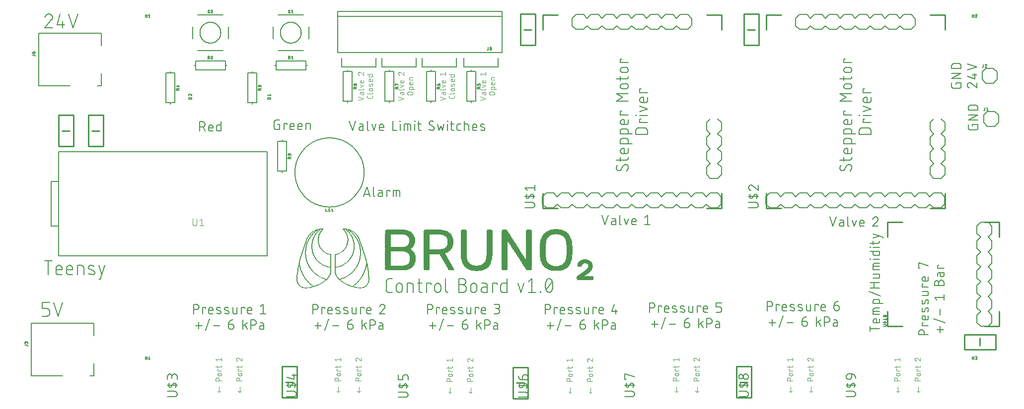
<source format=gbr>
G04 EAGLE Gerber RS-274X export*
G75*
%MOMM*%
%FSLAX34Y34*%
%LPD*%
%INSilkscreen Top*%
%IPPOS*%
%AMOC8*
5,1,8,0,0,1.08239X$1,22.5*%
G01*
%ADD10C,0.152400*%
%ADD11C,0.203200*%
%ADD12C,0.076200*%
%ADD13C,0.127000*%
%ADD14C,0.177800*%
%ADD15C,0.254000*%
%ADD16C,0.101600*%
%ADD17R,0.350000X0.050000*%
%ADD18R,0.300000X0.050000*%
%ADD19R,1.100000X0.050000*%
%ADD20R,0.500000X0.050000*%
%ADD21R,0.750000X0.050000*%
%ADD22R,0.250000X0.050000*%
%ADD23R,0.400000X0.050000*%
%ADD24R,0.450000X0.050000*%
%ADD25R,0.200000X0.050000*%
%ADD26R,0.150000X0.050000*%
%ADD27R,0.100000X0.050000*%
%ADD28R,2.550000X0.050000*%
%ADD29R,2.700000X0.050000*%
%ADD30R,2.750000X0.050000*%
%ADD31R,2.800000X0.050000*%
%ADD32R,2.600000X0.050000*%
%ADD33R,1.150000X0.050000*%
%ADD34R,1.200000X0.050000*%
%ADD35R,1.250000X0.050000*%
%ADD36R,1.050000X0.050000*%
%ADD37R,1.300000X0.050000*%
%ADD38R,1.350000X0.050000*%
%ADD39R,1.800000X0.050000*%
%ADD40R,1.850000X0.050000*%
%ADD41R,3.500000X0.050000*%
%ADD42R,0.800000X0.050000*%
%ADD43R,0.850000X0.050000*%
%ADD44R,2.100000X0.050000*%
%ADD45R,2.200000X0.050000*%
%ADD46R,1.000000X0.050000*%
%ADD47R,3.750000X0.050000*%
%ADD48R,0.900000X0.050000*%
%ADD49R,0.950000X0.050000*%
%ADD50R,2.400000X0.050000*%
%ADD51R,2.500000X0.050000*%
%ADD52R,3.900000X0.050000*%
%ADD53R,4.050000X0.050000*%
%ADD54R,2.900000X0.050000*%
%ADD55R,2.950000X0.050000*%
%ADD56R,4.200000X0.050000*%
%ADD57R,3.100000X0.050000*%
%ADD58R,4.300000X0.050000*%
%ADD59R,3.300000X0.050000*%
%ADD60R,4.350000X0.050000*%
%ADD61R,3.400000X0.050000*%
%ADD62R,3.450000X0.050000*%
%ADD63R,4.450000X0.050000*%
%ADD64R,3.550000X0.050000*%
%ADD65R,3.600000X0.050000*%
%ADD66R,4.500000X0.050000*%
%ADD67R,3.700000X0.050000*%
%ADD68R,4.550000X0.050000*%
%ADD69R,3.800000X0.050000*%
%ADD70R,3.850000X0.050000*%
%ADD71R,0.550000X0.050000*%
%ADD72R,0.600000X0.050000*%
%ADD73R,4.650000X0.050000*%
%ADD74R,3.950000X0.050000*%
%ADD75R,4.700000X0.050000*%
%ADD76R,4.000000X0.050000*%
%ADD77R,4.750000X0.050000*%
%ADD78R,4.100000X0.050000*%
%ADD79R,4.150000X0.050000*%
%ADD80R,4.250000X0.050000*%
%ADD81R,4.800000X0.050000*%
%ADD82R,1.750000X0.050000*%
%ADD83R,0.700000X0.050000*%
%ADD84R,1.650000X0.050000*%
%ADD85R,1.400000X0.050000*%
%ADD86R,1.600000X0.050000*%
%ADD87R,1.450000X0.050000*%
%ADD88R,1.500000X0.050000*%
%ADD89R,1.550000X0.050000*%
%ADD90R,1.700000X0.050000*%
%ADD91R,2.350000X0.050000*%
%ADD92R,2.300000X0.050000*%
%ADD93R,2.250000X0.050000*%
%ADD94R,2.150000X0.050000*%
%ADD95R,2.000000X0.050000*%
%ADD96R,1.900000X0.050000*%
%ADD97R,1.950000X0.050000*%
%ADD98R,2.050000X0.050000*%
%ADD99R,4.400000X0.050000*%
%ADD100R,4.600000X0.050000*%
%ADD101R,3.250000X0.050000*%
%ADD102R,3.650000X0.050000*%
%ADD103R,0.650000X0.050000*%
%ADD104R,0.050000X0.050000*%


D10*
X534162Y479298D02*
X539581Y463042D01*
X544999Y479298D01*
X553645Y469364D02*
X557709Y469364D01*
X553645Y469364D02*
X553533Y469362D01*
X553422Y469356D01*
X553311Y469346D01*
X553200Y469333D01*
X553090Y469315D01*
X552981Y469293D01*
X552872Y469268D01*
X552764Y469239D01*
X552658Y469206D01*
X552552Y469169D01*
X552448Y469129D01*
X552346Y469085D01*
X552245Y469037D01*
X552146Y468986D01*
X552048Y468931D01*
X551953Y468873D01*
X551860Y468812D01*
X551769Y468747D01*
X551680Y468679D01*
X551594Y468608D01*
X551511Y468535D01*
X551430Y468458D01*
X551351Y468378D01*
X551276Y468296D01*
X551204Y468211D01*
X551134Y468124D01*
X551068Y468034D01*
X551005Y467942D01*
X550945Y467847D01*
X550889Y467751D01*
X550836Y467653D01*
X550787Y467553D01*
X550741Y467451D01*
X550699Y467348D01*
X550660Y467243D01*
X550625Y467137D01*
X550594Y467030D01*
X550567Y466922D01*
X550543Y466813D01*
X550524Y466703D01*
X550508Y466593D01*
X550496Y466482D01*
X550488Y466370D01*
X550484Y466259D01*
X550484Y466147D01*
X550488Y466036D01*
X550496Y465924D01*
X550508Y465813D01*
X550524Y465703D01*
X550543Y465593D01*
X550567Y465484D01*
X550594Y465376D01*
X550625Y465269D01*
X550660Y465163D01*
X550699Y465058D01*
X550741Y464955D01*
X550787Y464853D01*
X550836Y464753D01*
X550889Y464655D01*
X550945Y464559D01*
X551005Y464464D01*
X551068Y464372D01*
X551134Y464282D01*
X551204Y464195D01*
X551276Y464110D01*
X551351Y464028D01*
X551430Y463948D01*
X551511Y463871D01*
X551594Y463798D01*
X551680Y463727D01*
X551769Y463659D01*
X551860Y463594D01*
X551953Y463533D01*
X552048Y463475D01*
X552146Y463420D01*
X552245Y463369D01*
X552346Y463321D01*
X552448Y463277D01*
X552552Y463237D01*
X552658Y463200D01*
X552764Y463167D01*
X552872Y463138D01*
X552981Y463113D01*
X553090Y463091D01*
X553200Y463073D01*
X553311Y463060D01*
X553422Y463050D01*
X553533Y463044D01*
X553645Y463042D01*
X557709Y463042D01*
X557709Y471170D01*
X557707Y471271D01*
X557701Y471372D01*
X557692Y471473D01*
X557679Y471574D01*
X557662Y471674D01*
X557641Y471773D01*
X557617Y471871D01*
X557589Y471968D01*
X557557Y472065D01*
X557522Y472160D01*
X557483Y472253D01*
X557441Y472345D01*
X557395Y472436D01*
X557346Y472525D01*
X557294Y472611D01*
X557238Y472696D01*
X557180Y472779D01*
X557118Y472859D01*
X557053Y472937D01*
X556986Y473013D01*
X556916Y473086D01*
X556843Y473156D01*
X556767Y473223D01*
X556689Y473288D01*
X556609Y473350D01*
X556526Y473408D01*
X556441Y473464D01*
X556355Y473516D01*
X556266Y473565D01*
X556175Y473611D01*
X556083Y473653D01*
X555990Y473692D01*
X555895Y473727D01*
X555798Y473759D01*
X555701Y473787D01*
X555603Y473811D01*
X555504Y473832D01*
X555404Y473849D01*
X555303Y473862D01*
X555202Y473871D01*
X555101Y473877D01*
X555000Y473879D01*
X551387Y473879D01*
X564862Y479298D02*
X564862Y465751D01*
X564863Y465751D02*
X564865Y465650D01*
X564871Y465549D01*
X564880Y465448D01*
X564893Y465347D01*
X564910Y465247D01*
X564931Y465148D01*
X564955Y465050D01*
X564983Y464953D01*
X565015Y464856D01*
X565050Y464761D01*
X565089Y464668D01*
X565131Y464576D01*
X565177Y464485D01*
X565226Y464397D01*
X565278Y464310D01*
X565334Y464225D01*
X565392Y464142D01*
X565454Y464062D01*
X565519Y463984D01*
X565586Y463908D01*
X565656Y463835D01*
X565729Y463765D01*
X565805Y463698D01*
X565883Y463633D01*
X565963Y463571D01*
X566046Y463513D01*
X566131Y463457D01*
X566218Y463405D01*
X566306Y463356D01*
X566397Y463310D01*
X566489Y463268D01*
X566582Y463229D01*
X566677Y463194D01*
X566774Y463162D01*
X566871Y463134D01*
X566969Y463110D01*
X567068Y463089D01*
X567168Y463072D01*
X567269Y463059D01*
X567370Y463050D01*
X567471Y463044D01*
X567572Y463042D01*
X576054Y463042D02*
X572441Y473879D01*
X579666Y473879D02*
X576054Y463042D01*
X588176Y463042D02*
X592692Y463042D01*
X588176Y463042D02*
X588075Y463044D01*
X587974Y463050D01*
X587873Y463059D01*
X587772Y463072D01*
X587672Y463089D01*
X587573Y463110D01*
X587475Y463134D01*
X587378Y463162D01*
X587281Y463194D01*
X587186Y463229D01*
X587093Y463268D01*
X587001Y463310D01*
X586910Y463356D01*
X586822Y463405D01*
X586735Y463457D01*
X586650Y463513D01*
X586567Y463571D01*
X586487Y463633D01*
X586409Y463698D01*
X586333Y463765D01*
X586260Y463835D01*
X586190Y463908D01*
X586123Y463984D01*
X586058Y464062D01*
X585996Y464142D01*
X585938Y464225D01*
X585882Y464310D01*
X585830Y464397D01*
X585781Y464485D01*
X585735Y464576D01*
X585693Y464668D01*
X585654Y464761D01*
X585619Y464856D01*
X585587Y464953D01*
X585559Y465050D01*
X585535Y465148D01*
X585514Y465247D01*
X585497Y465347D01*
X585484Y465448D01*
X585475Y465549D01*
X585469Y465650D01*
X585467Y465751D01*
X585467Y470267D01*
X585468Y470267D02*
X585470Y470386D01*
X585476Y470506D01*
X585486Y470625D01*
X585500Y470743D01*
X585517Y470862D01*
X585539Y470979D01*
X585564Y471096D01*
X585594Y471211D01*
X585627Y471326D01*
X585664Y471440D01*
X585704Y471552D01*
X585749Y471663D01*
X585797Y471772D01*
X585848Y471880D01*
X585903Y471986D01*
X585962Y472090D01*
X586024Y472192D01*
X586089Y472292D01*
X586158Y472390D01*
X586230Y472486D01*
X586305Y472579D01*
X586382Y472669D01*
X586463Y472757D01*
X586547Y472842D01*
X586634Y472924D01*
X586723Y473004D01*
X586815Y473080D01*
X586909Y473154D01*
X587006Y473224D01*
X587104Y473291D01*
X587205Y473355D01*
X587309Y473415D01*
X587414Y473472D01*
X587521Y473525D01*
X587629Y473575D01*
X587739Y473621D01*
X587851Y473663D01*
X587964Y473702D01*
X588078Y473737D01*
X588193Y473768D01*
X588310Y473796D01*
X588427Y473819D01*
X588544Y473839D01*
X588663Y473855D01*
X588782Y473867D01*
X588901Y473875D01*
X589020Y473879D01*
X589140Y473879D01*
X589259Y473875D01*
X589378Y473867D01*
X589497Y473855D01*
X589616Y473839D01*
X589733Y473819D01*
X589850Y473796D01*
X589967Y473768D01*
X590082Y473737D01*
X590196Y473702D01*
X590309Y473663D01*
X590421Y473621D01*
X590531Y473575D01*
X590639Y473525D01*
X590746Y473472D01*
X590851Y473415D01*
X590955Y473355D01*
X591056Y473291D01*
X591154Y473224D01*
X591251Y473154D01*
X591345Y473080D01*
X591437Y473004D01*
X591526Y472924D01*
X591613Y472842D01*
X591697Y472757D01*
X591778Y472669D01*
X591855Y472579D01*
X591930Y472486D01*
X592002Y472390D01*
X592071Y472292D01*
X592136Y472192D01*
X592198Y472090D01*
X592257Y471986D01*
X592312Y471880D01*
X592363Y471772D01*
X592411Y471663D01*
X592456Y471552D01*
X592496Y471440D01*
X592533Y471326D01*
X592566Y471211D01*
X592596Y471096D01*
X592621Y470979D01*
X592643Y470862D01*
X592660Y470743D01*
X592674Y470625D01*
X592684Y470506D01*
X592690Y470386D01*
X592692Y470267D01*
X592692Y468461D01*
X585467Y468461D01*
X608041Y463042D02*
X608041Y479298D01*
X608041Y463042D02*
X615265Y463042D01*
X620863Y463042D02*
X620863Y473879D01*
X620411Y478395D02*
X620411Y479298D01*
X621315Y479298D01*
X621315Y478395D01*
X620411Y478395D01*
X627949Y473879D02*
X627949Y463042D01*
X627949Y473879D02*
X636077Y473879D01*
X636178Y473877D01*
X636279Y473871D01*
X636380Y473862D01*
X636481Y473849D01*
X636581Y473832D01*
X636680Y473811D01*
X636778Y473787D01*
X636875Y473759D01*
X636972Y473727D01*
X637067Y473692D01*
X637160Y473653D01*
X637252Y473611D01*
X637343Y473565D01*
X637432Y473516D01*
X637518Y473464D01*
X637603Y473408D01*
X637686Y473350D01*
X637766Y473288D01*
X637844Y473223D01*
X637920Y473156D01*
X637993Y473086D01*
X638063Y473013D01*
X638130Y472937D01*
X638195Y472859D01*
X638257Y472779D01*
X638315Y472696D01*
X638371Y472611D01*
X638423Y472525D01*
X638472Y472436D01*
X638518Y472345D01*
X638560Y472253D01*
X638599Y472160D01*
X638634Y472065D01*
X638666Y471968D01*
X638694Y471871D01*
X638718Y471773D01*
X638739Y471674D01*
X638756Y471574D01*
X638769Y471473D01*
X638778Y471372D01*
X638784Y471271D01*
X638786Y471170D01*
X638787Y471170D02*
X638787Y463042D01*
X633368Y463042D02*
X633368Y473879D01*
X645873Y473879D02*
X645873Y463042D01*
X645421Y478395D02*
X645421Y479298D01*
X646324Y479298D01*
X646324Y478395D01*
X645421Y478395D01*
X650863Y473879D02*
X656282Y473879D01*
X652669Y479298D02*
X652669Y465751D01*
X652670Y465751D02*
X652672Y465650D01*
X652678Y465549D01*
X652687Y465448D01*
X652700Y465347D01*
X652717Y465247D01*
X652738Y465148D01*
X652762Y465050D01*
X652790Y464953D01*
X652822Y464856D01*
X652857Y464761D01*
X652896Y464668D01*
X652938Y464576D01*
X652984Y464485D01*
X653033Y464397D01*
X653085Y464310D01*
X653141Y464225D01*
X653199Y464142D01*
X653261Y464062D01*
X653326Y463984D01*
X653393Y463908D01*
X653463Y463835D01*
X653536Y463765D01*
X653612Y463698D01*
X653690Y463633D01*
X653770Y463571D01*
X653853Y463513D01*
X653938Y463457D01*
X654025Y463405D01*
X654113Y463356D01*
X654204Y463310D01*
X654296Y463268D01*
X654389Y463229D01*
X654484Y463194D01*
X654581Y463162D01*
X654678Y463134D01*
X654776Y463110D01*
X654875Y463089D01*
X654975Y463072D01*
X655076Y463059D01*
X655177Y463050D01*
X655278Y463044D01*
X655379Y463042D01*
X656282Y463042D01*
X675433Y463042D02*
X675551Y463044D01*
X675669Y463050D01*
X675787Y463059D01*
X675904Y463073D01*
X676021Y463090D01*
X676138Y463111D01*
X676253Y463136D01*
X676368Y463165D01*
X676482Y463198D01*
X676594Y463234D01*
X676705Y463274D01*
X676815Y463317D01*
X676924Y463364D01*
X677031Y463414D01*
X677136Y463469D01*
X677239Y463526D01*
X677340Y463587D01*
X677440Y463651D01*
X677537Y463718D01*
X677632Y463788D01*
X677724Y463862D01*
X677815Y463938D01*
X677902Y464018D01*
X677987Y464100D01*
X678069Y464185D01*
X678149Y464272D01*
X678225Y464363D01*
X678299Y464455D01*
X678369Y464550D01*
X678436Y464647D01*
X678500Y464747D01*
X678561Y464848D01*
X678618Y464951D01*
X678673Y465056D01*
X678723Y465163D01*
X678770Y465272D01*
X678813Y465382D01*
X678853Y465493D01*
X678889Y465605D01*
X678922Y465719D01*
X678951Y465834D01*
X678976Y465949D01*
X678997Y466066D01*
X679014Y466183D01*
X679028Y466300D01*
X679037Y466418D01*
X679043Y466536D01*
X679045Y466654D01*
X675433Y463042D02*
X675250Y463044D01*
X675068Y463051D01*
X674886Y463062D01*
X674704Y463077D01*
X674522Y463097D01*
X674341Y463120D01*
X674161Y463149D01*
X673981Y463181D01*
X673802Y463218D01*
X673625Y463259D01*
X673448Y463305D01*
X673272Y463354D01*
X673098Y463408D01*
X672924Y463466D01*
X672753Y463528D01*
X672583Y463594D01*
X672414Y463665D01*
X672247Y463739D01*
X672082Y463817D01*
X671919Y463899D01*
X671758Y463985D01*
X671599Y464075D01*
X671442Y464169D01*
X671288Y464266D01*
X671136Y464367D01*
X670986Y464472D01*
X670839Y464580D01*
X670695Y464691D01*
X670553Y464806D01*
X670414Y464925D01*
X670278Y465047D01*
X670145Y465172D01*
X670015Y465300D01*
X670467Y475686D02*
X670469Y475804D01*
X670475Y475922D01*
X670484Y476040D01*
X670498Y476157D01*
X670515Y476274D01*
X670536Y476391D01*
X670561Y476506D01*
X670590Y476621D01*
X670623Y476735D01*
X670659Y476847D01*
X670699Y476958D01*
X670742Y477068D01*
X670789Y477177D01*
X670839Y477284D01*
X670894Y477389D01*
X670951Y477492D01*
X671012Y477593D01*
X671076Y477693D01*
X671143Y477790D01*
X671213Y477885D01*
X671287Y477977D01*
X671363Y478068D01*
X671443Y478155D01*
X671525Y478240D01*
X671610Y478322D01*
X671697Y478402D01*
X671788Y478478D01*
X671880Y478552D01*
X671975Y478622D01*
X672072Y478689D01*
X672172Y478753D01*
X672273Y478814D01*
X672376Y478872D01*
X672481Y478926D01*
X672588Y478976D01*
X672697Y479023D01*
X672807Y479067D01*
X672918Y479106D01*
X673031Y479142D01*
X673144Y479175D01*
X673259Y479204D01*
X673374Y479229D01*
X673491Y479250D01*
X673608Y479267D01*
X673725Y479281D01*
X673843Y479290D01*
X673961Y479296D01*
X674079Y479298D01*
X674240Y479296D01*
X674402Y479290D01*
X674563Y479281D01*
X674724Y479267D01*
X674884Y479250D01*
X675044Y479229D01*
X675204Y479204D01*
X675363Y479175D01*
X675521Y479143D01*
X675678Y479107D01*
X675834Y479067D01*
X675990Y479023D01*
X676144Y478975D01*
X676297Y478924D01*
X676449Y478870D01*
X676600Y478811D01*
X676749Y478750D01*
X676896Y478684D01*
X677042Y478615D01*
X677187Y478543D01*
X677329Y478467D01*
X677470Y478388D01*
X677609Y478306D01*
X677745Y478220D01*
X677880Y478131D01*
X678013Y478039D01*
X678143Y477943D01*
X672272Y472525D02*
X672171Y472587D01*
X672071Y472652D01*
X671974Y472721D01*
X671879Y472793D01*
X671786Y472867D01*
X671696Y472945D01*
X671608Y473026D01*
X671523Y473109D01*
X671441Y473195D01*
X671362Y473284D01*
X671285Y473375D01*
X671212Y473469D01*
X671141Y473565D01*
X671074Y473663D01*
X671010Y473763D01*
X670949Y473866D01*
X670892Y473970D01*
X670838Y474076D01*
X670788Y474184D01*
X670741Y474293D01*
X670697Y474404D01*
X670657Y474516D01*
X670621Y474630D01*
X670589Y474744D01*
X670560Y474860D01*
X670535Y474976D01*
X670514Y475093D01*
X670497Y475211D01*
X670483Y475329D01*
X670474Y475448D01*
X670468Y475567D01*
X670466Y475686D01*
X677240Y469815D02*
X677341Y469753D01*
X677441Y469688D01*
X677538Y469619D01*
X677633Y469547D01*
X677726Y469473D01*
X677816Y469395D01*
X677904Y469314D01*
X677989Y469231D01*
X678071Y469145D01*
X678150Y469056D01*
X678227Y468965D01*
X678300Y468871D01*
X678371Y468775D01*
X678438Y468677D01*
X678502Y468577D01*
X678563Y468474D01*
X678620Y468370D01*
X678674Y468264D01*
X678724Y468156D01*
X678771Y468047D01*
X678815Y467936D01*
X678855Y467824D01*
X678891Y467710D01*
X678923Y467596D01*
X678952Y467480D01*
X678977Y467364D01*
X678998Y467247D01*
X679015Y467129D01*
X679029Y467011D01*
X679038Y466892D01*
X679044Y466773D01*
X679046Y466654D01*
X677239Y469815D02*
X672272Y472525D01*
X684743Y473879D02*
X687452Y463042D01*
X690161Y470267D01*
X692871Y463042D01*
X695580Y473879D01*
X701624Y473879D02*
X701624Y463042D01*
X701173Y478395D02*
X701173Y479298D01*
X702076Y479298D01*
X702076Y478395D01*
X701173Y478395D01*
X706614Y473879D02*
X712033Y473879D01*
X708421Y479298D02*
X708421Y465751D01*
X708423Y465650D01*
X708429Y465549D01*
X708438Y465448D01*
X708451Y465347D01*
X708468Y465247D01*
X708489Y465148D01*
X708513Y465050D01*
X708541Y464953D01*
X708573Y464856D01*
X708608Y464761D01*
X708647Y464668D01*
X708689Y464576D01*
X708735Y464485D01*
X708784Y464397D01*
X708836Y464310D01*
X708892Y464225D01*
X708950Y464142D01*
X709012Y464062D01*
X709077Y463984D01*
X709144Y463908D01*
X709214Y463835D01*
X709287Y463765D01*
X709363Y463698D01*
X709441Y463633D01*
X709521Y463571D01*
X709604Y463513D01*
X709689Y463457D01*
X709776Y463405D01*
X709864Y463356D01*
X709955Y463310D01*
X710047Y463268D01*
X710140Y463229D01*
X710235Y463194D01*
X710332Y463162D01*
X710429Y463134D01*
X710527Y463110D01*
X710626Y463089D01*
X710726Y463072D01*
X710827Y463059D01*
X710928Y463050D01*
X711029Y463044D01*
X711130Y463042D01*
X712033Y463042D01*
X720538Y463042D02*
X724151Y463042D01*
X720538Y463042D02*
X720437Y463044D01*
X720336Y463050D01*
X720235Y463059D01*
X720134Y463072D01*
X720034Y463089D01*
X719935Y463110D01*
X719837Y463134D01*
X719740Y463162D01*
X719643Y463194D01*
X719548Y463229D01*
X719455Y463268D01*
X719363Y463310D01*
X719272Y463356D01*
X719184Y463405D01*
X719097Y463457D01*
X719012Y463513D01*
X718929Y463571D01*
X718849Y463633D01*
X718771Y463698D01*
X718695Y463765D01*
X718622Y463835D01*
X718552Y463908D01*
X718485Y463984D01*
X718420Y464062D01*
X718358Y464142D01*
X718300Y464225D01*
X718244Y464310D01*
X718192Y464397D01*
X718143Y464485D01*
X718097Y464576D01*
X718055Y464668D01*
X718016Y464761D01*
X717981Y464856D01*
X717949Y464953D01*
X717921Y465050D01*
X717897Y465148D01*
X717876Y465247D01*
X717859Y465347D01*
X717846Y465448D01*
X717837Y465549D01*
X717831Y465650D01*
X717829Y465751D01*
X717829Y471170D01*
X717831Y471271D01*
X717837Y471372D01*
X717846Y471473D01*
X717859Y471574D01*
X717876Y471674D01*
X717897Y471773D01*
X717921Y471871D01*
X717949Y471968D01*
X717981Y472065D01*
X718016Y472160D01*
X718055Y472253D01*
X718097Y472345D01*
X718143Y472436D01*
X718192Y472525D01*
X718244Y472611D01*
X718300Y472696D01*
X718358Y472779D01*
X718420Y472859D01*
X718485Y472937D01*
X718552Y473013D01*
X718622Y473086D01*
X718695Y473156D01*
X718771Y473223D01*
X718849Y473288D01*
X718929Y473350D01*
X719012Y473408D01*
X719097Y473464D01*
X719184Y473516D01*
X719272Y473565D01*
X719363Y473611D01*
X719455Y473653D01*
X719548Y473692D01*
X719643Y473727D01*
X719740Y473759D01*
X719837Y473787D01*
X719935Y473811D01*
X720034Y473832D01*
X720134Y473849D01*
X720235Y473862D01*
X720336Y473871D01*
X720437Y473877D01*
X720538Y473879D01*
X724151Y473879D01*
X730316Y479298D02*
X730316Y463042D01*
X730316Y473879D02*
X734832Y473879D01*
X734936Y473877D01*
X735039Y473871D01*
X735143Y473861D01*
X735246Y473847D01*
X735348Y473829D01*
X735449Y473808D01*
X735550Y473782D01*
X735649Y473753D01*
X735748Y473720D01*
X735845Y473683D01*
X735940Y473642D01*
X736034Y473598D01*
X736126Y473550D01*
X736216Y473499D01*
X736305Y473444D01*
X736391Y473386D01*
X736474Y473324D01*
X736556Y473260D01*
X736634Y473192D01*
X736710Y473122D01*
X736784Y473049D01*
X736854Y472972D01*
X736922Y472894D01*
X736986Y472812D01*
X737048Y472729D01*
X737106Y472643D01*
X737161Y472554D01*
X737212Y472464D01*
X737260Y472372D01*
X737304Y472278D01*
X737345Y472183D01*
X737382Y472086D01*
X737415Y471987D01*
X737444Y471888D01*
X737470Y471787D01*
X737491Y471686D01*
X737509Y471584D01*
X737523Y471481D01*
X737533Y471377D01*
X737539Y471274D01*
X737541Y471170D01*
X737541Y463042D01*
X747094Y463042D02*
X751609Y463042D01*
X747094Y463042D02*
X746993Y463044D01*
X746892Y463050D01*
X746791Y463059D01*
X746690Y463072D01*
X746590Y463089D01*
X746491Y463110D01*
X746393Y463134D01*
X746296Y463162D01*
X746199Y463194D01*
X746104Y463229D01*
X746011Y463268D01*
X745919Y463310D01*
X745828Y463356D01*
X745740Y463405D01*
X745653Y463457D01*
X745568Y463513D01*
X745485Y463571D01*
X745405Y463633D01*
X745327Y463698D01*
X745251Y463765D01*
X745178Y463835D01*
X745108Y463908D01*
X745041Y463984D01*
X744976Y464062D01*
X744914Y464142D01*
X744856Y464225D01*
X744800Y464310D01*
X744748Y464397D01*
X744699Y464485D01*
X744653Y464576D01*
X744611Y464668D01*
X744572Y464761D01*
X744537Y464856D01*
X744505Y464953D01*
X744477Y465050D01*
X744453Y465148D01*
X744432Y465247D01*
X744415Y465347D01*
X744402Y465448D01*
X744393Y465549D01*
X744387Y465650D01*
X744385Y465751D01*
X744384Y465751D02*
X744384Y470267D01*
X744385Y470267D02*
X744387Y470386D01*
X744393Y470506D01*
X744403Y470625D01*
X744417Y470743D01*
X744434Y470862D01*
X744456Y470979D01*
X744481Y471096D01*
X744511Y471211D01*
X744544Y471326D01*
X744581Y471440D01*
X744621Y471552D01*
X744666Y471663D01*
X744714Y471772D01*
X744765Y471880D01*
X744820Y471986D01*
X744879Y472090D01*
X744941Y472192D01*
X745006Y472292D01*
X745075Y472390D01*
X745147Y472486D01*
X745222Y472579D01*
X745299Y472669D01*
X745380Y472757D01*
X745464Y472842D01*
X745551Y472924D01*
X745640Y473004D01*
X745732Y473080D01*
X745826Y473154D01*
X745923Y473224D01*
X746021Y473291D01*
X746122Y473355D01*
X746226Y473415D01*
X746331Y473472D01*
X746438Y473525D01*
X746546Y473575D01*
X746656Y473621D01*
X746768Y473663D01*
X746881Y473702D01*
X746995Y473737D01*
X747110Y473768D01*
X747227Y473796D01*
X747344Y473819D01*
X747461Y473839D01*
X747580Y473855D01*
X747699Y473867D01*
X747818Y473875D01*
X747937Y473879D01*
X748057Y473879D01*
X748176Y473875D01*
X748295Y473867D01*
X748414Y473855D01*
X748533Y473839D01*
X748650Y473819D01*
X748767Y473796D01*
X748884Y473768D01*
X748999Y473737D01*
X749113Y473702D01*
X749226Y473663D01*
X749338Y473621D01*
X749448Y473575D01*
X749556Y473525D01*
X749663Y473472D01*
X749768Y473415D01*
X749872Y473355D01*
X749973Y473291D01*
X750071Y473224D01*
X750168Y473154D01*
X750262Y473080D01*
X750354Y473004D01*
X750443Y472924D01*
X750530Y472842D01*
X750614Y472757D01*
X750695Y472669D01*
X750772Y472579D01*
X750847Y472486D01*
X750919Y472390D01*
X750988Y472292D01*
X751053Y472192D01*
X751115Y472090D01*
X751174Y471986D01*
X751229Y471880D01*
X751280Y471772D01*
X751328Y471663D01*
X751373Y471552D01*
X751413Y471440D01*
X751450Y471326D01*
X751483Y471211D01*
X751513Y471096D01*
X751538Y470979D01*
X751560Y470862D01*
X751577Y470743D01*
X751591Y470625D01*
X751601Y470506D01*
X751607Y470386D01*
X751609Y470267D01*
X751609Y468461D01*
X744384Y468461D01*
X759286Y469364D02*
X763802Y467558D01*
X759286Y469364D02*
X759198Y469401D01*
X759112Y469442D01*
X759027Y469486D01*
X758944Y469534D01*
X758864Y469585D01*
X758785Y469639D01*
X758709Y469697D01*
X758635Y469757D01*
X758563Y469821D01*
X758495Y469887D01*
X758429Y469957D01*
X758366Y470028D01*
X758305Y470103D01*
X758248Y470179D01*
X758195Y470258D01*
X758144Y470339D01*
X758097Y470422D01*
X758053Y470507D01*
X758013Y470594D01*
X757976Y470682D01*
X757943Y470772D01*
X757913Y470863D01*
X757888Y470955D01*
X757866Y471048D01*
X757848Y471142D01*
X757833Y471236D01*
X757823Y471331D01*
X757817Y471427D01*
X757814Y471522D01*
X757815Y471618D01*
X757821Y471713D01*
X757830Y471809D01*
X757843Y471903D01*
X757859Y471997D01*
X757880Y472091D01*
X757905Y472183D01*
X757933Y472274D01*
X757965Y472364D01*
X758000Y472453D01*
X758039Y472540D01*
X758082Y472626D01*
X758128Y472710D01*
X758178Y472791D01*
X758230Y472871D01*
X758286Y472949D01*
X758346Y473024D01*
X758408Y473096D01*
X758473Y473166D01*
X758541Y473234D01*
X758611Y473298D01*
X758684Y473360D01*
X758760Y473418D01*
X758838Y473474D01*
X758918Y473526D01*
X759000Y473575D01*
X759084Y473620D01*
X759170Y473662D01*
X759257Y473701D01*
X759346Y473736D01*
X759437Y473767D01*
X759528Y473794D01*
X759621Y473818D01*
X759714Y473838D01*
X759808Y473854D01*
X759903Y473866D01*
X759998Y473875D01*
X760094Y473879D01*
X760189Y473880D01*
X760436Y473873D01*
X760682Y473861D01*
X760928Y473843D01*
X761174Y473818D01*
X761418Y473788D01*
X761662Y473752D01*
X761905Y473711D01*
X762147Y473663D01*
X762388Y473609D01*
X762627Y473550D01*
X762865Y473485D01*
X763101Y473414D01*
X763336Y473338D01*
X763569Y473256D01*
X763799Y473168D01*
X764027Y473075D01*
X764254Y472977D01*
X763802Y467557D02*
X763890Y467520D01*
X763976Y467479D01*
X764061Y467435D01*
X764144Y467387D01*
X764224Y467336D01*
X764303Y467282D01*
X764379Y467224D01*
X764453Y467164D01*
X764525Y467100D01*
X764593Y467034D01*
X764659Y466964D01*
X764722Y466893D01*
X764783Y466818D01*
X764840Y466742D01*
X764893Y466663D01*
X764944Y466582D01*
X764991Y466499D01*
X765035Y466414D01*
X765075Y466327D01*
X765112Y466239D01*
X765145Y466149D01*
X765175Y466058D01*
X765200Y465966D01*
X765222Y465873D01*
X765240Y465779D01*
X765255Y465685D01*
X765265Y465590D01*
X765271Y465494D01*
X765274Y465399D01*
X765273Y465303D01*
X765267Y465208D01*
X765258Y465112D01*
X765245Y465018D01*
X765229Y464924D01*
X765208Y464830D01*
X765183Y464738D01*
X765155Y464647D01*
X765123Y464557D01*
X765088Y464468D01*
X765049Y464381D01*
X765006Y464295D01*
X764960Y464211D01*
X764910Y464130D01*
X764858Y464050D01*
X764802Y463972D01*
X764742Y463897D01*
X764680Y463825D01*
X764615Y463755D01*
X764547Y463687D01*
X764477Y463623D01*
X764404Y463561D01*
X764328Y463503D01*
X764250Y463447D01*
X764170Y463395D01*
X764088Y463346D01*
X764004Y463301D01*
X763918Y463259D01*
X763831Y463220D01*
X763742Y463185D01*
X763651Y463154D01*
X763560Y463127D01*
X763467Y463103D01*
X763374Y463083D01*
X763280Y463067D01*
X763185Y463055D01*
X763090Y463046D01*
X762994Y463042D01*
X762899Y463041D01*
X762898Y463042D02*
X762536Y463051D01*
X762174Y463069D01*
X761813Y463096D01*
X761453Y463131D01*
X761093Y463174D01*
X760734Y463226D01*
X760377Y463287D01*
X760022Y463356D01*
X759668Y463433D01*
X759316Y463519D01*
X758966Y463613D01*
X758618Y463716D01*
X758273Y463826D01*
X757931Y463945D01*
D11*
X28143Y656082D02*
X28141Y656232D01*
X28135Y656383D01*
X28126Y656533D01*
X28112Y656683D01*
X28095Y656832D01*
X28073Y656981D01*
X28048Y657129D01*
X28019Y657277D01*
X27987Y657424D01*
X27950Y657570D01*
X27910Y657715D01*
X27866Y657859D01*
X27819Y658001D01*
X27767Y658143D01*
X27713Y658283D01*
X27654Y658421D01*
X27592Y658559D01*
X27527Y658694D01*
X27458Y658828D01*
X27385Y658959D01*
X27309Y659089D01*
X27230Y659217D01*
X27148Y659343D01*
X27062Y659467D01*
X26974Y659588D01*
X26882Y659708D01*
X26787Y659824D01*
X26689Y659939D01*
X26588Y660050D01*
X26485Y660159D01*
X26378Y660266D01*
X26269Y660369D01*
X26158Y660470D01*
X26043Y660568D01*
X25927Y660663D01*
X25807Y660755D01*
X25686Y660843D01*
X25562Y660929D01*
X25436Y661011D01*
X25308Y661090D01*
X25178Y661166D01*
X25047Y661239D01*
X24913Y661308D01*
X24778Y661373D01*
X24640Y661435D01*
X24502Y661494D01*
X24362Y661548D01*
X24220Y661600D01*
X24078Y661647D01*
X23934Y661691D01*
X23789Y661731D01*
X23643Y661768D01*
X23496Y661800D01*
X23348Y661829D01*
X23200Y661854D01*
X23051Y661876D01*
X22902Y661893D01*
X22752Y661907D01*
X22602Y661916D01*
X22451Y661922D01*
X22301Y661924D01*
X22120Y661922D01*
X21938Y661915D01*
X21757Y661904D01*
X21576Y661889D01*
X21396Y661869D01*
X21216Y661845D01*
X21037Y661817D01*
X20858Y661784D01*
X20680Y661747D01*
X20504Y661706D01*
X20328Y661660D01*
X20153Y661610D01*
X19980Y661556D01*
X19808Y661498D01*
X19638Y661436D01*
X19469Y661369D01*
X19302Y661299D01*
X19136Y661224D01*
X18973Y661146D01*
X18811Y661063D01*
X18651Y660977D01*
X18494Y660887D01*
X18338Y660793D01*
X18185Y660695D01*
X18035Y660594D01*
X17887Y660489D01*
X17741Y660380D01*
X17598Y660268D01*
X17458Y660153D01*
X17321Y660034D01*
X17187Y659912D01*
X17056Y659786D01*
X16927Y659658D01*
X16802Y659527D01*
X16680Y659392D01*
X16562Y659255D01*
X16446Y659115D01*
X16335Y658972D01*
X16226Y658826D01*
X16121Y658678D01*
X16020Y658527D01*
X15923Y658374D01*
X15829Y658219D01*
X15739Y658061D01*
X15653Y657901D01*
X15571Y657739D01*
X15492Y657576D01*
X15418Y657410D01*
X15348Y657243D01*
X15281Y657074D01*
X15219Y656903D01*
X15161Y656731D01*
X26196Y651538D02*
X26306Y651646D01*
X26413Y651756D01*
X26518Y651869D01*
X26620Y651984D01*
X26719Y652102D01*
X26815Y652222D01*
X26909Y652345D01*
X26999Y652469D01*
X27086Y652596D01*
X27170Y652725D01*
X27251Y652857D01*
X27328Y652990D01*
X27402Y653125D01*
X27473Y653261D01*
X27541Y653400D01*
X27605Y653540D01*
X27666Y653681D01*
X27723Y653824D01*
X27776Y653968D01*
X27826Y654114D01*
X27873Y654261D01*
X27916Y654409D01*
X27955Y654558D01*
X27991Y654707D01*
X28022Y654858D01*
X28051Y655009D01*
X28075Y655161D01*
X28096Y655314D01*
X28113Y655467D01*
X28126Y655620D01*
X28135Y655774D01*
X28141Y655928D01*
X28143Y656082D01*
X26196Y651538D02*
X15161Y638556D01*
X28143Y638556D01*
X36040Y643749D02*
X41233Y661924D01*
X36040Y643749D02*
X49022Y643749D01*
X45127Y648942D02*
X45127Y638556D01*
X63410Y638556D02*
X55620Y661924D01*
X71199Y661924D02*
X63410Y638556D01*
X18150Y145796D02*
X10360Y145796D01*
X18150Y145796D02*
X18293Y145798D01*
X18436Y145804D01*
X18579Y145814D01*
X18721Y145828D01*
X18863Y145845D01*
X19005Y145867D01*
X19146Y145892D01*
X19286Y145922D01*
X19425Y145955D01*
X19563Y145992D01*
X19700Y146033D01*
X19836Y146077D01*
X19971Y146126D01*
X20104Y146178D01*
X20236Y146233D01*
X20366Y146293D01*
X20495Y146356D01*
X20622Y146422D01*
X20746Y146492D01*
X20869Y146565D01*
X20990Y146642D01*
X21109Y146722D01*
X21225Y146805D01*
X21340Y146891D01*
X21451Y146980D01*
X21561Y147073D01*
X21667Y147168D01*
X21771Y147267D01*
X21872Y147368D01*
X21971Y147472D01*
X22066Y147578D01*
X22159Y147688D01*
X22248Y147799D01*
X22334Y147914D01*
X22417Y148030D01*
X22497Y148149D01*
X22574Y148270D01*
X22647Y148392D01*
X22717Y148517D01*
X22783Y148644D01*
X22846Y148773D01*
X22906Y148903D01*
X22961Y149035D01*
X23013Y149168D01*
X23062Y149303D01*
X23106Y149439D01*
X23147Y149576D01*
X23184Y149714D01*
X23217Y149853D01*
X23247Y149993D01*
X23272Y150134D01*
X23294Y150276D01*
X23311Y150418D01*
X23325Y150560D01*
X23335Y150703D01*
X23341Y150846D01*
X23343Y150989D01*
X23343Y153585D01*
X23341Y153728D01*
X23335Y153871D01*
X23325Y154014D01*
X23311Y154156D01*
X23294Y154298D01*
X23272Y154440D01*
X23247Y154581D01*
X23217Y154721D01*
X23184Y154860D01*
X23147Y154998D01*
X23106Y155135D01*
X23062Y155271D01*
X23013Y155406D01*
X22961Y155539D01*
X22906Y155671D01*
X22846Y155801D01*
X22783Y155930D01*
X22717Y156057D01*
X22647Y156182D01*
X22574Y156304D01*
X22497Y156425D01*
X22417Y156544D01*
X22334Y156660D01*
X22248Y156775D01*
X22159Y156886D01*
X22066Y156996D01*
X21971Y157102D01*
X21872Y157206D01*
X21771Y157307D01*
X21667Y157406D01*
X21561Y157501D01*
X21451Y157594D01*
X21340Y157683D01*
X21225Y157769D01*
X21109Y157852D01*
X20990Y157932D01*
X20869Y158009D01*
X20747Y158082D01*
X20622Y158152D01*
X20495Y158218D01*
X20366Y158281D01*
X20236Y158341D01*
X20104Y158396D01*
X19971Y158448D01*
X19836Y158497D01*
X19700Y158541D01*
X19563Y158582D01*
X19425Y158619D01*
X19286Y158652D01*
X19146Y158682D01*
X19005Y158707D01*
X18863Y158729D01*
X18721Y158746D01*
X18579Y158760D01*
X18436Y158770D01*
X18293Y158776D01*
X18150Y158778D01*
X10360Y158778D01*
X10360Y169164D01*
X23343Y169164D01*
X29941Y169164D02*
X37730Y145796D01*
X45520Y169164D01*
X21104Y216916D02*
X21104Y240284D01*
X14613Y240284D02*
X27595Y240284D01*
X37901Y216916D02*
X44392Y216916D01*
X37901Y216916D02*
X37779Y216918D01*
X37656Y216924D01*
X37534Y216933D01*
X37413Y216947D01*
X37292Y216964D01*
X37171Y216985D01*
X37051Y217010D01*
X36932Y217038D01*
X36814Y217071D01*
X36697Y217107D01*
X36582Y217146D01*
X36467Y217190D01*
X36354Y217236D01*
X36243Y217287D01*
X36133Y217341D01*
X36025Y217398D01*
X35918Y217458D01*
X35814Y217522D01*
X35712Y217590D01*
X35612Y217660D01*
X35514Y217733D01*
X35418Y217810D01*
X35325Y217889D01*
X35235Y217972D01*
X35147Y218057D01*
X35062Y218145D01*
X34979Y218235D01*
X34900Y218328D01*
X34823Y218424D01*
X34750Y218522D01*
X34680Y218622D01*
X34612Y218724D01*
X34548Y218828D01*
X34488Y218935D01*
X34431Y219043D01*
X34377Y219153D01*
X34326Y219264D01*
X34280Y219377D01*
X34236Y219492D01*
X34197Y219607D01*
X34161Y219724D01*
X34128Y219842D01*
X34100Y219961D01*
X34075Y220081D01*
X34054Y220202D01*
X34037Y220323D01*
X34023Y220444D01*
X34014Y220566D01*
X34008Y220689D01*
X34006Y220811D01*
X34006Y227302D01*
X34008Y227445D01*
X34014Y227588D01*
X34024Y227731D01*
X34038Y227873D01*
X34055Y228015D01*
X34077Y228157D01*
X34102Y228298D01*
X34132Y228438D01*
X34165Y228577D01*
X34202Y228715D01*
X34243Y228852D01*
X34287Y228988D01*
X34336Y229123D01*
X34388Y229256D01*
X34443Y229388D01*
X34503Y229518D01*
X34566Y229647D01*
X34632Y229774D01*
X34702Y229899D01*
X34775Y230021D01*
X34852Y230142D01*
X34932Y230261D01*
X35015Y230377D01*
X35101Y230492D01*
X35190Y230603D01*
X35283Y230713D01*
X35378Y230819D01*
X35477Y230923D01*
X35578Y231024D01*
X35682Y231123D01*
X35788Y231218D01*
X35898Y231311D01*
X36009Y231400D01*
X36124Y231486D01*
X36240Y231569D01*
X36359Y231649D01*
X36480Y231726D01*
X36603Y231799D01*
X36727Y231869D01*
X36854Y231935D01*
X36983Y231998D01*
X37113Y232058D01*
X37245Y232113D01*
X37378Y232165D01*
X37513Y232214D01*
X37649Y232258D01*
X37786Y232299D01*
X37924Y232336D01*
X38063Y232369D01*
X38203Y232399D01*
X38344Y232424D01*
X38486Y232446D01*
X38628Y232463D01*
X38770Y232477D01*
X38913Y232487D01*
X39056Y232493D01*
X39199Y232495D01*
X39342Y232493D01*
X39485Y232487D01*
X39628Y232477D01*
X39770Y232463D01*
X39912Y232446D01*
X40054Y232424D01*
X40195Y232399D01*
X40335Y232369D01*
X40474Y232336D01*
X40612Y232299D01*
X40749Y232258D01*
X40885Y232214D01*
X41020Y232165D01*
X41153Y232113D01*
X41285Y232058D01*
X41415Y231998D01*
X41544Y231935D01*
X41671Y231869D01*
X41796Y231799D01*
X41918Y231726D01*
X42039Y231649D01*
X42158Y231569D01*
X42274Y231486D01*
X42389Y231400D01*
X42500Y231311D01*
X42610Y231218D01*
X42716Y231123D01*
X42820Y231024D01*
X42921Y230923D01*
X43020Y230819D01*
X43115Y230713D01*
X43208Y230603D01*
X43297Y230492D01*
X43383Y230377D01*
X43466Y230261D01*
X43546Y230142D01*
X43623Y230021D01*
X43696Y229899D01*
X43766Y229774D01*
X43832Y229647D01*
X43895Y229518D01*
X43955Y229388D01*
X44010Y229256D01*
X44062Y229123D01*
X44111Y228988D01*
X44155Y228852D01*
X44196Y228715D01*
X44233Y228577D01*
X44266Y228438D01*
X44296Y228298D01*
X44321Y228157D01*
X44343Y228015D01*
X44360Y227873D01*
X44374Y227731D01*
X44384Y227588D01*
X44390Y227445D01*
X44392Y227302D01*
X44392Y224705D01*
X34006Y224705D01*
X55996Y216916D02*
X62487Y216916D01*
X55996Y216916D02*
X55874Y216918D01*
X55751Y216924D01*
X55629Y216933D01*
X55508Y216947D01*
X55387Y216964D01*
X55266Y216985D01*
X55146Y217010D01*
X55027Y217038D01*
X54909Y217071D01*
X54792Y217107D01*
X54677Y217146D01*
X54562Y217190D01*
X54449Y217236D01*
X54338Y217287D01*
X54228Y217341D01*
X54120Y217398D01*
X54013Y217458D01*
X53909Y217522D01*
X53807Y217590D01*
X53707Y217660D01*
X53609Y217733D01*
X53513Y217810D01*
X53420Y217889D01*
X53330Y217972D01*
X53242Y218057D01*
X53157Y218145D01*
X53074Y218235D01*
X52995Y218328D01*
X52918Y218424D01*
X52845Y218522D01*
X52775Y218622D01*
X52707Y218724D01*
X52643Y218828D01*
X52583Y218935D01*
X52526Y219043D01*
X52472Y219153D01*
X52421Y219264D01*
X52375Y219377D01*
X52331Y219492D01*
X52292Y219607D01*
X52256Y219724D01*
X52223Y219842D01*
X52195Y219961D01*
X52170Y220081D01*
X52149Y220202D01*
X52132Y220323D01*
X52118Y220444D01*
X52109Y220566D01*
X52103Y220689D01*
X52101Y220811D01*
X52101Y227302D01*
X52103Y227445D01*
X52109Y227588D01*
X52119Y227731D01*
X52133Y227873D01*
X52150Y228015D01*
X52172Y228157D01*
X52197Y228298D01*
X52227Y228438D01*
X52260Y228577D01*
X52297Y228715D01*
X52338Y228852D01*
X52382Y228988D01*
X52431Y229123D01*
X52483Y229256D01*
X52538Y229388D01*
X52598Y229518D01*
X52661Y229647D01*
X52727Y229774D01*
X52797Y229899D01*
X52870Y230021D01*
X52947Y230142D01*
X53027Y230261D01*
X53110Y230377D01*
X53196Y230492D01*
X53285Y230603D01*
X53378Y230713D01*
X53473Y230819D01*
X53572Y230923D01*
X53673Y231024D01*
X53777Y231123D01*
X53883Y231218D01*
X53993Y231311D01*
X54104Y231400D01*
X54219Y231486D01*
X54335Y231569D01*
X54454Y231649D01*
X54575Y231726D01*
X54698Y231799D01*
X54822Y231869D01*
X54949Y231935D01*
X55078Y231998D01*
X55208Y232058D01*
X55340Y232113D01*
X55473Y232165D01*
X55608Y232214D01*
X55744Y232258D01*
X55881Y232299D01*
X56019Y232336D01*
X56158Y232369D01*
X56298Y232399D01*
X56439Y232424D01*
X56581Y232446D01*
X56723Y232463D01*
X56865Y232477D01*
X57008Y232487D01*
X57151Y232493D01*
X57294Y232495D01*
X57437Y232493D01*
X57580Y232487D01*
X57723Y232477D01*
X57865Y232463D01*
X58007Y232446D01*
X58149Y232424D01*
X58290Y232399D01*
X58430Y232369D01*
X58569Y232336D01*
X58707Y232299D01*
X58844Y232258D01*
X58980Y232214D01*
X59115Y232165D01*
X59248Y232113D01*
X59380Y232058D01*
X59510Y231998D01*
X59639Y231935D01*
X59766Y231869D01*
X59891Y231799D01*
X60013Y231726D01*
X60134Y231649D01*
X60253Y231569D01*
X60369Y231486D01*
X60484Y231400D01*
X60595Y231311D01*
X60705Y231218D01*
X60811Y231123D01*
X60915Y231024D01*
X61016Y230923D01*
X61115Y230819D01*
X61210Y230713D01*
X61303Y230603D01*
X61392Y230492D01*
X61478Y230377D01*
X61561Y230261D01*
X61641Y230142D01*
X61718Y230021D01*
X61791Y229899D01*
X61861Y229774D01*
X61927Y229647D01*
X61990Y229518D01*
X62050Y229388D01*
X62105Y229256D01*
X62157Y229123D01*
X62206Y228988D01*
X62250Y228852D01*
X62291Y228715D01*
X62328Y228577D01*
X62361Y228438D01*
X62391Y228298D01*
X62416Y228157D01*
X62438Y228015D01*
X62455Y227873D01*
X62469Y227731D01*
X62479Y227588D01*
X62485Y227445D01*
X62487Y227302D01*
X62487Y224705D01*
X52101Y224705D01*
X70892Y216916D02*
X70892Y232495D01*
X77383Y232495D01*
X77505Y232493D01*
X77628Y232487D01*
X77750Y232478D01*
X77871Y232464D01*
X77992Y232447D01*
X78113Y232426D01*
X78233Y232401D01*
X78352Y232373D01*
X78470Y232340D01*
X78587Y232304D01*
X78702Y232265D01*
X78817Y232221D01*
X78930Y232175D01*
X79041Y232124D01*
X79151Y232070D01*
X79259Y232013D01*
X79366Y231953D01*
X79470Y231889D01*
X79572Y231821D01*
X79672Y231751D01*
X79770Y231678D01*
X79866Y231601D01*
X79959Y231522D01*
X80049Y231439D01*
X80137Y231354D01*
X80222Y231266D01*
X80305Y231176D01*
X80384Y231083D01*
X80461Y230987D01*
X80534Y230889D01*
X80604Y230789D01*
X80672Y230687D01*
X80736Y230583D01*
X80796Y230476D01*
X80853Y230368D01*
X80907Y230258D01*
X80958Y230147D01*
X81004Y230034D01*
X81048Y229919D01*
X81087Y229804D01*
X81123Y229687D01*
X81156Y229569D01*
X81184Y229450D01*
X81209Y229330D01*
X81230Y229209D01*
X81247Y229088D01*
X81261Y228967D01*
X81270Y228845D01*
X81276Y228722D01*
X81278Y228600D01*
X81277Y228600D02*
X81277Y216916D01*
X91630Y226004D02*
X98121Y223407D01*
X91630Y226004D02*
X91524Y226048D01*
X91419Y226097D01*
X91316Y226149D01*
X91215Y226204D01*
X91115Y226263D01*
X91018Y226325D01*
X90923Y226390D01*
X90831Y226459D01*
X90740Y226531D01*
X90653Y226605D01*
X90567Y226683D01*
X90485Y226764D01*
X90405Y226847D01*
X90329Y226933D01*
X90255Y227022D01*
X90184Y227113D01*
X90117Y227207D01*
X90053Y227303D01*
X89992Y227401D01*
X89934Y227500D01*
X89880Y227602D01*
X89830Y227706D01*
X89783Y227811D01*
X89739Y227918D01*
X89700Y228027D01*
X89664Y228136D01*
X89632Y228247D01*
X89603Y228359D01*
X89579Y228471D01*
X89558Y228585D01*
X89542Y228699D01*
X89529Y228814D01*
X89520Y228929D01*
X89515Y229044D01*
X89514Y229159D01*
X89517Y229274D01*
X89524Y229390D01*
X89535Y229504D01*
X89550Y229619D01*
X89569Y229732D01*
X89591Y229846D01*
X89618Y229958D01*
X89648Y230069D01*
X89682Y230179D01*
X89720Y230288D01*
X89761Y230396D01*
X89807Y230502D01*
X89856Y230606D01*
X89908Y230709D01*
X89964Y230810D01*
X90023Y230909D01*
X90086Y231006D01*
X90152Y231100D01*
X90221Y231193D01*
X90293Y231283D01*
X90368Y231370D01*
X90447Y231455D01*
X90528Y231537D01*
X90612Y231616D01*
X90698Y231692D01*
X90787Y231765D01*
X90879Y231835D01*
X90973Y231902D01*
X91069Y231966D01*
X91167Y232026D01*
X91267Y232083D01*
X91369Y232137D01*
X91473Y232187D01*
X91579Y232233D01*
X91686Y232276D01*
X91795Y232315D01*
X91904Y232350D01*
X92015Y232382D01*
X92127Y232410D01*
X92240Y232434D01*
X92354Y232454D01*
X92468Y232470D01*
X92582Y232482D01*
X92697Y232490D01*
X92813Y232494D01*
X92928Y232495D01*
X92928Y232494D02*
X93283Y232485D01*
X93637Y232467D01*
X93990Y232441D01*
X94343Y232406D01*
X94695Y232363D01*
X95046Y232311D01*
X95395Y232251D01*
X95743Y232182D01*
X96089Y232105D01*
X96433Y232020D01*
X96775Y231927D01*
X97114Y231825D01*
X97451Y231715D01*
X97786Y231598D01*
X98117Y231472D01*
X98445Y231338D01*
X98770Y231196D01*
X98121Y223407D02*
X98227Y223363D01*
X98332Y223314D01*
X98435Y223262D01*
X98536Y223207D01*
X98636Y223148D01*
X98733Y223086D01*
X98828Y223021D01*
X98920Y222952D01*
X99011Y222880D01*
X99098Y222806D01*
X99184Y222728D01*
X99266Y222647D01*
X99346Y222564D01*
X99422Y222478D01*
X99496Y222389D01*
X99567Y222298D01*
X99634Y222204D01*
X99698Y222108D01*
X99759Y222010D01*
X99817Y221911D01*
X99871Y221809D01*
X99921Y221705D01*
X99968Y221600D01*
X100012Y221493D01*
X100051Y221384D01*
X100087Y221275D01*
X100119Y221164D01*
X100148Y221052D01*
X100172Y220940D01*
X100193Y220826D01*
X100209Y220712D01*
X100222Y220597D01*
X100231Y220482D01*
X100236Y220367D01*
X100237Y220252D01*
X100234Y220137D01*
X100227Y220021D01*
X100216Y219907D01*
X100201Y219792D01*
X100182Y219679D01*
X100160Y219565D01*
X100133Y219453D01*
X100103Y219342D01*
X100069Y219232D01*
X100031Y219123D01*
X99990Y219015D01*
X99944Y218909D01*
X99895Y218805D01*
X99843Y218702D01*
X99787Y218601D01*
X99728Y218502D01*
X99665Y218405D01*
X99599Y218311D01*
X99530Y218218D01*
X99458Y218128D01*
X99383Y218041D01*
X99304Y217956D01*
X99223Y217874D01*
X99139Y217795D01*
X99053Y217719D01*
X98964Y217646D01*
X98872Y217576D01*
X98778Y217509D01*
X98682Y217445D01*
X98584Y217385D01*
X98484Y217328D01*
X98382Y217274D01*
X98278Y217224D01*
X98172Y217178D01*
X98065Y217135D01*
X97956Y217096D01*
X97847Y217061D01*
X97736Y217029D01*
X97624Y217001D01*
X97511Y216977D01*
X97397Y216957D01*
X97283Y216941D01*
X97169Y216929D01*
X97054Y216921D01*
X96938Y216917D01*
X96823Y216916D01*
X96302Y216930D01*
X95782Y216956D01*
X95263Y216994D01*
X94744Y217044D01*
X94227Y217107D01*
X93712Y217182D01*
X93199Y217269D01*
X92687Y217368D01*
X92179Y217480D01*
X91673Y217603D01*
X91170Y217738D01*
X90670Y217885D01*
X90174Y218044D01*
X89682Y218214D01*
X107082Y209127D02*
X109678Y209127D01*
X117467Y232495D01*
X107082Y232495D02*
X112274Y216916D01*
D10*
X558591Y350012D02*
X564010Y366268D01*
X569428Y350012D01*
X568074Y354076D02*
X559946Y354076D01*
X575223Y352721D02*
X575223Y366268D01*
X575223Y352721D02*
X575225Y352620D01*
X575231Y352519D01*
X575240Y352418D01*
X575253Y352317D01*
X575270Y352217D01*
X575291Y352118D01*
X575315Y352020D01*
X575343Y351923D01*
X575375Y351826D01*
X575410Y351731D01*
X575449Y351638D01*
X575491Y351546D01*
X575537Y351455D01*
X575586Y351367D01*
X575638Y351280D01*
X575694Y351195D01*
X575752Y351112D01*
X575814Y351032D01*
X575879Y350954D01*
X575946Y350878D01*
X576016Y350805D01*
X576089Y350735D01*
X576165Y350668D01*
X576243Y350603D01*
X576323Y350541D01*
X576406Y350483D01*
X576491Y350427D01*
X576578Y350375D01*
X576666Y350326D01*
X576757Y350280D01*
X576849Y350238D01*
X576942Y350199D01*
X577037Y350164D01*
X577134Y350132D01*
X577231Y350104D01*
X577329Y350080D01*
X577428Y350059D01*
X577528Y350042D01*
X577629Y350029D01*
X577730Y350020D01*
X577831Y350014D01*
X577932Y350012D01*
X586411Y356334D02*
X590475Y356334D01*
X586411Y356334D02*
X586299Y356332D01*
X586188Y356326D01*
X586077Y356316D01*
X585966Y356303D01*
X585856Y356285D01*
X585747Y356263D01*
X585638Y356238D01*
X585530Y356209D01*
X585424Y356176D01*
X585318Y356139D01*
X585214Y356099D01*
X585112Y356055D01*
X585011Y356007D01*
X584912Y355956D01*
X584814Y355901D01*
X584719Y355843D01*
X584626Y355782D01*
X584535Y355717D01*
X584446Y355649D01*
X584360Y355578D01*
X584277Y355505D01*
X584196Y355428D01*
X584117Y355348D01*
X584042Y355266D01*
X583970Y355181D01*
X583900Y355094D01*
X583834Y355004D01*
X583771Y354912D01*
X583711Y354817D01*
X583655Y354721D01*
X583602Y354623D01*
X583553Y354523D01*
X583507Y354421D01*
X583465Y354318D01*
X583426Y354213D01*
X583391Y354107D01*
X583360Y354000D01*
X583333Y353892D01*
X583309Y353783D01*
X583290Y353673D01*
X583274Y353563D01*
X583262Y353452D01*
X583254Y353340D01*
X583250Y353229D01*
X583250Y353117D01*
X583254Y353006D01*
X583262Y352894D01*
X583274Y352783D01*
X583290Y352673D01*
X583309Y352563D01*
X583333Y352454D01*
X583360Y352346D01*
X583391Y352239D01*
X583426Y352133D01*
X583465Y352028D01*
X583507Y351925D01*
X583553Y351823D01*
X583602Y351723D01*
X583655Y351625D01*
X583711Y351529D01*
X583771Y351434D01*
X583834Y351342D01*
X583900Y351252D01*
X583970Y351165D01*
X584042Y351080D01*
X584117Y350998D01*
X584196Y350918D01*
X584277Y350841D01*
X584360Y350768D01*
X584446Y350697D01*
X584535Y350629D01*
X584626Y350564D01*
X584719Y350503D01*
X584814Y350445D01*
X584912Y350390D01*
X585011Y350339D01*
X585112Y350291D01*
X585214Y350247D01*
X585318Y350207D01*
X585424Y350170D01*
X585530Y350137D01*
X585638Y350108D01*
X585747Y350083D01*
X585856Y350061D01*
X585966Y350043D01*
X586077Y350030D01*
X586188Y350020D01*
X586299Y350014D01*
X586411Y350012D01*
X590475Y350012D01*
X590475Y358140D01*
X590474Y358140D02*
X590472Y358241D01*
X590466Y358342D01*
X590457Y358443D01*
X590444Y358544D01*
X590427Y358644D01*
X590406Y358743D01*
X590382Y358841D01*
X590354Y358938D01*
X590322Y359035D01*
X590287Y359130D01*
X590248Y359223D01*
X590206Y359315D01*
X590160Y359406D01*
X590111Y359495D01*
X590059Y359581D01*
X590003Y359666D01*
X589945Y359749D01*
X589883Y359829D01*
X589818Y359907D01*
X589751Y359983D01*
X589681Y360056D01*
X589608Y360126D01*
X589532Y360193D01*
X589454Y360258D01*
X589374Y360320D01*
X589291Y360378D01*
X589206Y360434D01*
X589120Y360486D01*
X589031Y360535D01*
X588940Y360581D01*
X588848Y360623D01*
X588755Y360662D01*
X588660Y360697D01*
X588563Y360729D01*
X588466Y360757D01*
X588368Y360781D01*
X588269Y360802D01*
X588169Y360819D01*
X588068Y360832D01*
X587967Y360841D01*
X587866Y360847D01*
X587765Y360849D01*
X584153Y360849D01*
X597997Y360849D02*
X597997Y350012D01*
X597997Y360849D02*
X603416Y360849D01*
X603416Y359043D01*
X609132Y360849D02*
X609132Y350012D01*
X609132Y360849D02*
X617260Y360849D01*
X617361Y360847D01*
X617462Y360841D01*
X617563Y360832D01*
X617664Y360819D01*
X617764Y360802D01*
X617863Y360781D01*
X617961Y360757D01*
X618058Y360729D01*
X618155Y360697D01*
X618250Y360662D01*
X618343Y360623D01*
X618435Y360581D01*
X618526Y360535D01*
X618615Y360486D01*
X618701Y360434D01*
X618786Y360378D01*
X618869Y360320D01*
X618949Y360258D01*
X619027Y360193D01*
X619103Y360126D01*
X619176Y360056D01*
X619246Y359983D01*
X619313Y359907D01*
X619378Y359829D01*
X619440Y359749D01*
X619498Y359666D01*
X619554Y359581D01*
X619606Y359495D01*
X619655Y359406D01*
X619701Y359315D01*
X619743Y359223D01*
X619782Y359130D01*
X619817Y359035D01*
X619849Y358938D01*
X619877Y358841D01*
X619901Y358743D01*
X619922Y358644D01*
X619939Y358544D01*
X619952Y358443D01*
X619961Y358342D01*
X619967Y358241D01*
X619969Y358140D01*
X619969Y350012D01*
X614551Y350012D02*
X614551Y360849D01*
X268736Y166243D02*
X268736Y149987D01*
X268736Y166243D02*
X273252Y166243D01*
X273385Y166241D01*
X273517Y166235D01*
X273649Y166225D01*
X273781Y166212D01*
X273913Y166194D01*
X274043Y166173D01*
X274174Y166148D01*
X274303Y166119D01*
X274431Y166086D01*
X274559Y166050D01*
X274685Y166010D01*
X274810Y165966D01*
X274934Y165918D01*
X275056Y165867D01*
X275177Y165812D01*
X275296Y165754D01*
X275414Y165692D01*
X275529Y165627D01*
X275643Y165558D01*
X275754Y165487D01*
X275863Y165411D01*
X275970Y165333D01*
X276075Y165252D01*
X276177Y165167D01*
X276277Y165080D01*
X276374Y164990D01*
X276469Y164897D01*
X276560Y164801D01*
X276649Y164703D01*
X276735Y164602D01*
X276818Y164498D01*
X276898Y164392D01*
X276974Y164284D01*
X277048Y164174D01*
X277118Y164061D01*
X277185Y163947D01*
X277248Y163830D01*
X277308Y163712D01*
X277365Y163592D01*
X277418Y163470D01*
X277467Y163347D01*
X277513Y163223D01*
X277555Y163097D01*
X277593Y162970D01*
X277628Y162842D01*
X277659Y162713D01*
X277686Y162584D01*
X277709Y162453D01*
X277729Y162322D01*
X277744Y162190D01*
X277756Y162058D01*
X277764Y161926D01*
X277768Y161793D01*
X277768Y161661D01*
X277764Y161528D01*
X277756Y161396D01*
X277744Y161264D01*
X277729Y161132D01*
X277709Y161001D01*
X277686Y160870D01*
X277659Y160741D01*
X277628Y160612D01*
X277593Y160484D01*
X277555Y160357D01*
X277513Y160231D01*
X277467Y160107D01*
X277418Y159984D01*
X277365Y159862D01*
X277308Y159742D01*
X277248Y159624D01*
X277185Y159507D01*
X277118Y159393D01*
X277048Y159280D01*
X276974Y159170D01*
X276898Y159062D01*
X276818Y158956D01*
X276735Y158852D01*
X276649Y158751D01*
X276560Y158653D01*
X276469Y158557D01*
X276374Y158464D01*
X276277Y158374D01*
X276177Y158287D01*
X276075Y158202D01*
X275970Y158121D01*
X275863Y158043D01*
X275754Y157967D01*
X275643Y157896D01*
X275529Y157827D01*
X275414Y157762D01*
X275296Y157700D01*
X275177Y157642D01*
X275056Y157587D01*
X274934Y157536D01*
X274810Y157488D01*
X274685Y157444D01*
X274559Y157404D01*
X274431Y157368D01*
X274303Y157335D01*
X274174Y157306D01*
X274043Y157281D01*
X273913Y157260D01*
X273781Y157242D01*
X273649Y157229D01*
X273517Y157219D01*
X273385Y157213D01*
X273252Y157211D01*
X273252Y157212D02*
X268736Y157212D01*
X284102Y160824D02*
X284102Y149987D01*
X284102Y160824D02*
X289521Y160824D01*
X289521Y159018D01*
X297147Y149987D02*
X301663Y149987D01*
X297147Y149987D02*
X297046Y149989D01*
X296945Y149995D01*
X296844Y150004D01*
X296743Y150017D01*
X296643Y150034D01*
X296544Y150055D01*
X296446Y150079D01*
X296349Y150107D01*
X296252Y150139D01*
X296157Y150174D01*
X296064Y150213D01*
X295972Y150255D01*
X295881Y150301D01*
X295793Y150350D01*
X295706Y150402D01*
X295621Y150458D01*
X295538Y150516D01*
X295458Y150578D01*
X295380Y150643D01*
X295304Y150710D01*
X295231Y150780D01*
X295161Y150853D01*
X295094Y150929D01*
X295029Y151007D01*
X294967Y151087D01*
X294909Y151170D01*
X294853Y151255D01*
X294801Y151342D01*
X294752Y151430D01*
X294706Y151521D01*
X294664Y151613D01*
X294625Y151706D01*
X294590Y151801D01*
X294558Y151898D01*
X294530Y151995D01*
X294506Y152093D01*
X294485Y152192D01*
X294468Y152292D01*
X294455Y152393D01*
X294446Y152494D01*
X294440Y152595D01*
X294438Y152696D01*
X294438Y157212D01*
X294439Y157212D02*
X294441Y157331D01*
X294447Y157451D01*
X294457Y157570D01*
X294471Y157688D01*
X294488Y157807D01*
X294510Y157924D01*
X294535Y158041D01*
X294565Y158156D01*
X294598Y158271D01*
X294635Y158385D01*
X294675Y158497D01*
X294720Y158608D01*
X294768Y158717D01*
X294819Y158825D01*
X294874Y158931D01*
X294933Y159035D01*
X294995Y159137D01*
X295060Y159237D01*
X295129Y159335D01*
X295201Y159431D01*
X295276Y159524D01*
X295353Y159614D01*
X295434Y159702D01*
X295518Y159787D01*
X295605Y159869D01*
X295694Y159949D01*
X295786Y160025D01*
X295880Y160099D01*
X295977Y160169D01*
X296075Y160236D01*
X296176Y160300D01*
X296280Y160360D01*
X296385Y160417D01*
X296492Y160470D01*
X296600Y160520D01*
X296710Y160566D01*
X296822Y160608D01*
X296935Y160647D01*
X297049Y160682D01*
X297164Y160713D01*
X297281Y160741D01*
X297398Y160764D01*
X297515Y160784D01*
X297634Y160800D01*
X297753Y160812D01*
X297872Y160820D01*
X297991Y160824D01*
X298111Y160824D01*
X298230Y160820D01*
X298349Y160812D01*
X298468Y160800D01*
X298587Y160784D01*
X298704Y160764D01*
X298821Y160741D01*
X298938Y160713D01*
X299053Y160682D01*
X299167Y160647D01*
X299280Y160608D01*
X299392Y160566D01*
X299502Y160520D01*
X299610Y160470D01*
X299717Y160417D01*
X299822Y160360D01*
X299926Y160300D01*
X300027Y160236D01*
X300125Y160169D01*
X300222Y160099D01*
X300316Y160025D01*
X300408Y159949D01*
X300497Y159869D01*
X300584Y159787D01*
X300668Y159702D01*
X300749Y159614D01*
X300826Y159524D01*
X300901Y159431D01*
X300973Y159335D01*
X301042Y159237D01*
X301107Y159137D01*
X301169Y159035D01*
X301228Y158931D01*
X301283Y158825D01*
X301334Y158717D01*
X301382Y158608D01*
X301427Y158497D01*
X301467Y158385D01*
X301504Y158271D01*
X301537Y158156D01*
X301567Y158041D01*
X301592Y157924D01*
X301614Y157807D01*
X301631Y157688D01*
X301645Y157570D01*
X301655Y157451D01*
X301661Y157331D01*
X301663Y157212D01*
X301663Y155406D01*
X294438Y155406D01*
X309340Y156309D02*
X313855Y154503D01*
X309339Y156309D02*
X309251Y156346D01*
X309165Y156387D01*
X309080Y156431D01*
X308997Y156479D01*
X308917Y156530D01*
X308838Y156584D01*
X308762Y156642D01*
X308688Y156702D01*
X308616Y156766D01*
X308548Y156832D01*
X308482Y156902D01*
X308419Y156973D01*
X308358Y157048D01*
X308301Y157124D01*
X308248Y157203D01*
X308197Y157284D01*
X308150Y157367D01*
X308106Y157452D01*
X308066Y157539D01*
X308029Y157627D01*
X307996Y157717D01*
X307966Y157808D01*
X307941Y157900D01*
X307919Y157993D01*
X307901Y158087D01*
X307886Y158181D01*
X307876Y158276D01*
X307870Y158372D01*
X307867Y158467D01*
X307868Y158563D01*
X307874Y158658D01*
X307883Y158754D01*
X307896Y158848D01*
X307912Y158942D01*
X307933Y159036D01*
X307958Y159128D01*
X307986Y159219D01*
X308018Y159309D01*
X308053Y159398D01*
X308092Y159485D01*
X308135Y159571D01*
X308181Y159655D01*
X308231Y159736D01*
X308283Y159816D01*
X308339Y159894D01*
X308399Y159969D01*
X308461Y160041D01*
X308526Y160111D01*
X308594Y160179D01*
X308664Y160243D01*
X308737Y160305D01*
X308813Y160363D01*
X308891Y160419D01*
X308971Y160471D01*
X309053Y160520D01*
X309137Y160565D01*
X309223Y160607D01*
X309310Y160646D01*
X309399Y160681D01*
X309490Y160712D01*
X309581Y160739D01*
X309674Y160763D01*
X309767Y160783D01*
X309861Y160799D01*
X309956Y160811D01*
X310051Y160820D01*
X310147Y160824D01*
X310242Y160825D01*
X310489Y160818D01*
X310735Y160806D01*
X310981Y160788D01*
X311227Y160763D01*
X311471Y160733D01*
X311715Y160697D01*
X311958Y160656D01*
X312200Y160608D01*
X312441Y160554D01*
X312680Y160495D01*
X312918Y160430D01*
X313154Y160359D01*
X313389Y160283D01*
X313622Y160201D01*
X313852Y160113D01*
X314080Y160020D01*
X314307Y159922D01*
X313856Y154502D02*
X313944Y154465D01*
X314030Y154424D01*
X314115Y154380D01*
X314198Y154332D01*
X314278Y154281D01*
X314357Y154227D01*
X314433Y154169D01*
X314507Y154109D01*
X314579Y154045D01*
X314647Y153979D01*
X314713Y153909D01*
X314776Y153838D01*
X314837Y153763D01*
X314894Y153687D01*
X314947Y153608D01*
X314998Y153527D01*
X315045Y153444D01*
X315089Y153359D01*
X315129Y153272D01*
X315166Y153184D01*
X315199Y153094D01*
X315229Y153003D01*
X315254Y152911D01*
X315276Y152818D01*
X315294Y152724D01*
X315309Y152630D01*
X315319Y152535D01*
X315325Y152439D01*
X315328Y152344D01*
X315327Y152248D01*
X315321Y152153D01*
X315312Y152057D01*
X315299Y151963D01*
X315283Y151869D01*
X315262Y151775D01*
X315237Y151683D01*
X315209Y151592D01*
X315177Y151502D01*
X315142Y151413D01*
X315103Y151326D01*
X315060Y151240D01*
X315014Y151156D01*
X314964Y151075D01*
X314912Y150995D01*
X314856Y150917D01*
X314796Y150842D01*
X314734Y150770D01*
X314669Y150700D01*
X314601Y150632D01*
X314531Y150568D01*
X314458Y150506D01*
X314382Y150448D01*
X314304Y150392D01*
X314224Y150340D01*
X314142Y150291D01*
X314058Y150246D01*
X313972Y150204D01*
X313885Y150165D01*
X313796Y150130D01*
X313705Y150099D01*
X313614Y150072D01*
X313521Y150048D01*
X313428Y150028D01*
X313334Y150012D01*
X313239Y150000D01*
X313144Y149991D01*
X313048Y149987D01*
X312953Y149986D01*
X312952Y149987D02*
X312590Y149996D01*
X312228Y150014D01*
X311867Y150041D01*
X311507Y150076D01*
X311147Y150119D01*
X310788Y150171D01*
X310431Y150232D01*
X310076Y150301D01*
X309722Y150378D01*
X309370Y150464D01*
X309020Y150558D01*
X308672Y150661D01*
X308327Y150771D01*
X307985Y150890D01*
X322887Y156309D02*
X327402Y154503D01*
X322887Y156309D02*
X322799Y156346D01*
X322713Y156387D01*
X322628Y156431D01*
X322545Y156479D01*
X322465Y156530D01*
X322386Y156584D01*
X322310Y156642D01*
X322236Y156702D01*
X322164Y156766D01*
X322096Y156832D01*
X322030Y156902D01*
X321967Y156973D01*
X321906Y157048D01*
X321849Y157124D01*
X321796Y157203D01*
X321745Y157284D01*
X321698Y157367D01*
X321654Y157452D01*
X321614Y157539D01*
X321577Y157627D01*
X321544Y157717D01*
X321514Y157808D01*
X321489Y157900D01*
X321467Y157993D01*
X321449Y158087D01*
X321434Y158181D01*
X321424Y158276D01*
X321418Y158372D01*
X321415Y158467D01*
X321416Y158563D01*
X321422Y158658D01*
X321431Y158754D01*
X321444Y158848D01*
X321460Y158942D01*
X321481Y159036D01*
X321506Y159128D01*
X321534Y159219D01*
X321566Y159309D01*
X321601Y159398D01*
X321640Y159485D01*
X321683Y159571D01*
X321729Y159655D01*
X321779Y159736D01*
X321831Y159816D01*
X321887Y159894D01*
X321947Y159969D01*
X322009Y160041D01*
X322074Y160111D01*
X322142Y160179D01*
X322212Y160243D01*
X322285Y160305D01*
X322361Y160363D01*
X322439Y160419D01*
X322519Y160471D01*
X322601Y160520D01*
X322685Y160565D01*
X322771Y160607D01*
X322858Y160646D01*
X322947Y160681D01*
X323038Y160712D01*
X323129Y160739D01*
X323222Y160763D01*
X323315Y160783D01*
X323409Y160799D01*
X323504Y160811D01*
X323599Y160820D01*
X323695Y160824D01*
X323790Y160825D01*
X324037Y160818D01*
X324283Y160806D01*
X324529Y160788D01*
X324775Y160763D01*
X325019Y160733D01*
X325263Y160697D01*
X325506Y160656D01*
X325748Y160608D01*
X325989Y160554D01*
X326228Y160495D01*
X326466Y160430D01*
X326702Y160359D01*
X326937Y160283D01*
X327170Y160201D01*
X327400Y160113D01*
X327628Y160020D01*
X327855Y159922D01*
X327403Y154502D02*
X327491Y154465D01*
X327577Y154424D01*
X327662Y154380D01*
X327745Y154332D01*
X327825Y154281D01*
X327904Y154227D01*
X327980Y154169D01*
X328054Y154109D01*
X328126Y154045D01*
X328194Y153979D01*
X328260Y153909D01*
X328323Y153838D01*
X328384Y153763D01*
X328441Y153687D01*
X328494Y153608D01*
X328545Y153527D01*
X328592Y153444D01*
X328636Y153359D01*
X328676Y153272D01*
X328713Y153184D01*
X328746Y153094D01*
X328776Y153003D01*
X328801Y152911D01*
X328823Y152818D01*
X328841Y152724D01*
X328856Y152630D01*
X328866Y152535D01*
X328872Y152439D01*
X328875Y152344D01*
X328874Y152248D01*
X328868Y152153D01*
X328859Y152057D01*
X328846Y151963D01*
X328830Y151869D01*
X328809Y151775D01*
X328784Y151683D01*
X328756Y151592D01*
X328724Y151502D01*
X328689Y151413D01*
X328650Y151326D01*
X328607Y151240D01*
X328561Y151156D01*
X328511Y151075D01*
X328459Y150995D01*
X328403Y150917D01*
X328343Y150842D01*
X328281Y150770D01*
X328216Y150700D01*
X328148Y150632D01*
X328078Y150568D01*
X328005Y150506D01*
X327929Y150448D01*
X327851Y150392D01*
X327771Y150340D01*
X327689Y150291D01*
X327605Y150246D01*
X327519Y150204D01*
X327432Y150165D01*
X327343Y150130D01*
X327252Y150099D01*
X327161Y150072D01*
X327068Y150048D01*
X326975Y150028D01*
X326881Y150012D01*
X326786Y150000D01*
X326691Y149991D01*
X326595Y149987D01*
X326500Y149986D01*
X326499Y149987D02*
X326137Y149996D01*
X325775Y150014D01*
X325414Y150041D01*
X325054Y150076D01*
X324694Y150119D01*
X324335Y150171D01*
X323978Y150232D01*
X323623Y150301D01*
X323269Y150378D01*
X322917Y150464D01*
X322567Y150558D01*
X322219Y150661D01*
X321874Y150771D01*
X321532Y150890D01*
X335600Y152696D02*
X335600Y160824D01*
X335601Y152696D02*
X335603Y152595D01*
X335609Y152494D01*
X335618Y152393D01*
X335631Y152292D01*
X335648Y152192D01*
X335669Y152093D01*
X335693Y151995D01*
X335721Y151898D01*
X335753Y151801D01*
X335788Y151706D01*
X335827Y151613D01*
X335869Y151521D01*
X335915Y151430D01*
X335964Y151342D01*
X336016Y151255D01*
X336072Y151170D01*
X336130Y151087D01*
X336192Y151007D01*
X336257Y150929D01*
X336324Y150853D01*
X336394Y150780D01*
X336467Y150710D01*
X336543Y150643D01*
X336621Y150578D01*
X336701Y150516D01*
X336784Y150458D01*
X336869Y150402D01*
X336956Y150350D01*
X337044Y150301D01*
X337135Y150255D01*
X337227Y150213D01*
X337320Y150174D01*
X337415Y150139D01*
X337512Y150107D01*
X337609Y150079D01*
X337707Y150055D01*
X337806Y150034D01*
X337906Y150017D01*
X338007Y150004D01*
X338108Y149995D01*
X338209Y149989D01*
X338310Y149987D01*
X342825Y149987D01*
X342825Y160824D01*
X350274Y160824D02*
X350274Y149987D01*
X350274Y160824D02*
X355693Y160824D01*
X355693Y159018D01*
X363320Y149987D02*
X367835Y149987D01*
X363320Y149987D02*
X363219Y149989D01*
X363118Y149995D01*
X363017Y150004D01*
X362916Y150017D01*
X362816Y150034D01*
X362717Y150055D01*
X362619Y150079D01*
X362522Y150107D01*
X362425Y150139D01*
X362330Y150174D01*
X362237Y150213D01*
X362145Y150255D01*
X362054Y150301D01*
X361966Y150350D01*
X361879Y150402D01*
X361794Y150458D01*
X361711Y150516D01*
X361631Y150578D01*
X361553Y150643D01*
X361477Y150710D01*
X361404Y150780D01*
X361334Y150853D01*
X361267Y150929D01*
X361202Y151007D01*
X361140Y151087D01*
X361082Y151170D01*
X361026Y151255D01*
X360974Y151342D01*
X360925Y151430D01*
X360879Y151521D01*
X360837Y151613D01*
X360798Y151706D01*
X360763Y151801D01*
X360731Y151898D01*
X360703Y151995D01*
X360679Y152093D01*
X360658Y152192D01*
X360641Y152292D01*
X360628Y152393D01*
X360619Y152494D01*
X360613Y152595D01*
X360611Y152696D01*
X360610Y152696D02*
X360610Y157212D01*
X360611Y157212D02*
X360613Y157331D01*
X360619Y157451D01*
X360629Y157570D01*
X360643Y157688D01*
X360660Y157807D01*
X360682Y157924D01*
X360707Y158041D01*
X360737Y158156D01*
X360770Y158271D01*
X360807Y158385D01*
X360847Y158497D01*
X360892Y158608D01*
X360940Y158717D01*
X360991Y158825D01*
X361046Y158931D01*
X361105Y159035D01*
X361167Y159137D01*
X361232Y159237D01*
X361301Y159335D01*
X361373Y159431D01*
X361448Y159524D01*
X361525Y159614D01*
X361606Y159702D01*
X361690Y159787D01*
X361777Y159869D01*
X361866Y159949D01*
X361958Y160025D01*
X362052Y160099D01*
X362149Y160169D01*
X362247Y160236D01*
X362348Y160300D01*
X362452Y160360D01*
X362557Y160417D01*
X362664Y160470D01*
X362772Y160520D01*
X362882Y160566D01*
X362994Y160608D01*
X363107Y160647D01*
X363221Y160682D01*
X363336Y160713D01*
X363453Y160741D01*
X363570Y160764D01*
X363687Y160784D01*
X363806Y160800D01*
X363925Y160812D01*
X364044Y160820D01*
X364163Y160824D01*
X364283Y160824D01*
X364402Y160820D01*
X364521Y160812D01*
X364640Y160800D01*
X364759Y160784D01*
X364876Y160764D01*
X364993Y160741D01*
X365110Y160713D01*
X365225Y160682D01*
X365339Y160647D01*
X365452Y160608D01*
X365564Y160566D01*
X365674Y160520D01*
X365782Y160470D01*
X365889Y160417D01*
X365994Y160360D01*
X366098Y160300D01*
X366199Y160236D01*
X366297Y160169D01*
X366394Y160099D01*
X366488Y160025D01*
X366580Y159949D01*
X366669Y159869D01*
X366756Y159787D01*
X366840Y159702D01*
X366921Y159614D01*
X366998Y159524D01*
X367073Y159431D01*
X367145Y159335D01*
X367214Y159237D01*
X367279Y159137D01*
X367341Y159035D01*
X367400Y158931D01*
X367455Y158825D01*
X367506Y158717D01*
X367554Y158608D01*
X367599Y158497D01*
X367639Y158385D01*
X367676Y158271D01*
X367709Y158156D01*
X367739Y158041D01*
X367764Y157924D01*
X367786Y157807D01*
X367803Y157688D01*
X367817Y157570D01*
X367827Y157451D01*
X367833Y157331D01*
X367835Y157212D01*
X367835Y155406D01*
X360610Y155406D01*
X382633Y162631D02*
X387148Y166243D01*
X387148Y149987D01*
X382633Y149987D02*
X391664Y149987D01*
X282891Y129639D02*
X272054Y129639D01*
X277473Y135057D02*
X277473Y124220D01*
X288970Y121511D02*
X296195Y141379D01*
X302274Y129639D02*
X313112Y129639D01*
X328187Y132348D02*
X333606Y132348D01*
X333724Y132346D01*
X333842Y132340D01*
X333960Y132331D01*
X334077Y132317D01*
X334194Y132300D01*
X334311Y132279D01*
X334426Y132254D01*
X334541Y132225D01*
X334655Y132192D01*
X334767Y132156D01*
X334878Y132116D01*
X334988Y132073D01*
X335097Y132026D01*
X335204Y131976D01*
X335309Y131921D01*
X335412Y131864D01*
X335513Y131803D01*
X335613Y131739D01*
X335710Y131672D01*
X335805Y131602D01*
X335897Y131528D01*
X335988Y131452D01*
X336075Y131372D01*
X336160Y131290D01*
X336242Y131205D01*
X336322Y131118D01*
X336398Y131027D01*
X336472Y130935D01*
X336542Y130840D01*
X336609Y130743D01*
X336673Y130643D01*
X336734Y130542D01*
X336791Y130439D01*
X336846Y130334D01*
X336896Y130227D01*
X336943Y130118D01*
X336986Y130008D01*
X337026Y129897D01*
X337062Y129785D01*
X337095Y129671D01*
X337124Y129556D01*
X337149Y129441D01*
X337170Y129324D01*
X337187Y129207D01*
X337201Y129090D01*
X337210Y128972D01*
X337216Y128854D01*
X337218Y128736D01*
X337218Y127833D01*
X337219Y127833D02*
X337217Y127700D01*
X337211Y127568D01*
X337201Y127436D01*
X337188Y127304D01*
X337170Y127172D01*
X337149Y127042D01*
X337124Y126911D01*
X337095Y126782D01*
X337062Y126654D01*
X337026Y126526D01*
X336986Y126400D01*
X336942Y126275D01*
X336894Y126151D01*
X336843Y126029D01*
X336788Y125908D01*
X336730Y125789D01*
X336668Y125671D01*
X336603Y125556D01*
X336534Y125442D01*
X336463Y125331D01*
X336387Y125222D01*
X336309Y125115D01*
X336228Y125010D01*
X336143Y124908D01*
X336056Y124808D01*
X335966Y124711D01*
X335873Y124616D01*
X335777Y124525D01*
X335679Y124436D01*
X335578Y124350D01*
X335474Y124267D01*
X335368Y124187D01*
X335260Y124111D01*
X335150Y124037D01*
X335037Y123967D01*
X334923Y123900D01*
X334806Y123837D01*
X334688Y123777D01*
X334568Y123720D01*
X334446Y123667D01*
X334323Y123618D01*
X334199Y123572D01*
X334073Y123530D01*
X333946Y123492D01*
X333818Y123457D01*
X333689Y123426D01*
X333560Y123399D01*
X333429Y123376D01*
X333298Y123356D01*
X333166Y123341D01*
X333034Y123329D01*
X332902Y123321D01*
X332769Y123317D01*
X332637Y123317D01*
X332504Y123321D01*
X332372Y123329D01*
X332240Y123341D01*
X332108Y123356D01*
X331977Y123376D01*
X331846Y123399D01*
X331717Y123426D01*
X331588Y123457D01*
X331460Y123492D01*
X331333Y123530D01*
X331207Y123572D01*
X331083Y123618D01*
X330960Y123667D01*
X330838Y123720D01*
X330718Y123777D01*
X330600Y123837D01*
X330483Y123900D01*
X330369Y123967D01*
X330256Y124037D01*
X330146Y124111D01*
X330038Y124187D01*
X329932Y124267D01*
X329828Y124350D01*
X329727Y124436D01*
X329629Y124525D01*
X329533Y124616D01*
X329440Y124711D01*
X329350Y124808D01*
X329263Y124908D01*
X329178Y125010D01*
X329097Y125115D01*
X329019Y125222D01*
X328943Y125331D01*
X328872Y125442D01*
X328803Y125556D01*
X328738Y125671D01*
X328676Y125789D01*
X328618Y125908D01*
X328563Y126029D01*
X328512Y126151D01*
X328464Y126275D01*
X328420Y126400D01*
X328380Y126526D01*
X328344Y126654D01*
X328311Y126782D01*
X328282Y126911D01*
X328257Y127042D01*
X328236Y127172D01*
X328218Y127304D01*
X328205Y127436D01*
X328195Y127568D01*
X328189Y127700D01*
X328187Y127833D01*
X328187Y132348D01*
X328189Y132525D01*
X328196Y132703D01*
X328207Y132880D01*
X328222Y133056D01*
X328241Y133232D01*
X328265Y133408D01*
X328293Y133583D01*
X328326Y133758D01*
X328363Y133931D01*
X328404Y134104D01*
X328449Y134275D01*
X328498Y134445D01*
X328552Y134614D01*
X328609Y134782D01*
X328671Y134948D01*
X328737Y135113D01*
X328807Y135276D01*
X328881Y135437D01*
X328958Y135596D01*
X329040Y135754D01*
X329126Y135909D01*
X329215Y136062D01*
X329308Y136213D01*
X329405Y136362D01*
X329505Y136508D01*
X329609Y136652D01*
X329716Y136793D01*
X329827Y136931D01*
X329941Y137067D01*
X330059Y137200D01*
X330179Y137330D01*
X330303Y137457D01*
X330430Y137581D01*
X330560Y137701D01*
X330693Y137819D01*
X330828Y137933D01*
X330967Y138044D01*
X331108Y138151D01*
X331252Y138255D01*
X331398Y138355D01*
X331547Y138452D01*
X331698Y138545D01*
X331851Y138634D01*
X332006Y138720D01*
X332164Y138802D01*
X332323Y138879D01*
X332484Y138953D01*
X332647Y139023D01*
X332812Y139089D01*
X332978Y139151D01*
X333146Y139208D01*
X333315Y139262D01*
X333485Y139311D01*
X333656Y139356D01*
X333829Y139397D01*
X334002Y139434D01*
X334177Y139467D01*
X334352Y139495D01*
X334528Y139519D01*
X334704Y139538D01*
X334880Y139553D01*
X335057Y139564D01*
X335235Y139571D01*
X335412Y139573D01*
X352706Y139573D02*
X352706Y123317D01*
X352706Y128736D02*
X359931Y134154D01*
X355867Y130993D02*
X359931Y123317D01*
X366434Y123317D02*
X366434Y139573D01*
X370950Y139573D01*
X371083Y139571D01*
X371215Y139565D01*
X371347Y139555D01*
X371479Y139542D01*
X371611Y139524D01*
X371741Y139503D01*
X371872Y139478D01*
X372001Y139449D01*
X372129Y139416D01*
X372257Y139380D01*
X372383Y139340D01*
X372508Y139296D01*
X372632Y139248D01*
X372754Y139197D01*
X372875Y139142D01*
X372994Y139084D01*
X373112Y139022D01*
X373227Y138957D01*
X373341Y138888D01*
X373452Y138817D01*
X373561Y138741D01*
X373668Y138663D01*
X373773Y138582D01*
X373875Y138497D01*
X373975Y138410D01*
X374072Y138320D01*
X374167Y138227D01*
X374258Y138131D01*
X374347Y138033D01*
X374433Y137932D01*
X374516Y137828D01*
X374596Y137722D01*
X374672Y137614D01*
X374746Y137504D01*
X374816Y137391D01*
X374883Y137277D01*
X374946Y137160D01*
X375006Y137042D01*
X375063Y136922D01*
X375116Y136800D01*
X375165Y136677D01*
X375211Y136553D01*
X375253Y136427D01*
X375291Y136300D01*
X375326Y136172D01*
X375357Y136043D01*
X375384Y135914D01*
X375407Y135783D01*
X375427Y135652D01*
X375442Y135520D01*
X375454Y135388D01*
X375462Y135256D01*
X375466Y135123D01*
X375466Y134991D01*
X375462Y134858D01*
X375454Y134726D01*
X375442Y134594D01*
X375427Y134462D01*
X375407Y134331D01*
X375384Y134200D01*
X375357Y134071D01*
X375326Y133942D01*
X375291Y133814D01*
X375253Y133687D01*
X375211Y133561D01*
X375165Y133437D01*
X375116Y133314D01*
X375063Y133192D01*
X375006Y133072D01*
X374946Y132954D01*
X374883Y132837D01*
X374816Y132723D01*
X374746Y132610D01*
X374672Y132500D01*
X374596Y132392D01*
X374516Y132286D01*
X374433Y132182D01*
X374347Y132081D01*
X374258Y131983D01*
X374167Y131887D01*
X374072Y131794D01*
X373975Y131704D01*
X373875Y131617D01*
X373773Y131532D01*
X373668Y131451D01*
X373561Y131373D01*
X373452Y131297D01*
X373341Y131226D01*
X373227Y131157D01*
X373112Y131092D01*
X372994Y131030D01*
X372875Y130972D01*
X372754Y130917D01*
X372632Y130866D01*
X372508Y130818D01*
X372383Y130774D01*
X372257Y130734D01*
X372129Y130698D01*
X372001Y130665D01*
X371872Y130636D01*
X371741Y130611D01*
X371611Y130590D01*
X371479Y130572D01*
X371347Y130559D01*
X371215Y130549D01*
X371083Y130543D01*
X370950Y130541D01*
X370950Y130542D02*
X366434Y130542D01*
X384282Y129639D02*
X388346Y129639D01*
X384282Y129639D02*
X384170Y129637D01*
X384059Y129631D01*
X383948Y129621D01*
X383837Y129608D01*
X383727Y129590D01*
X383618Y129568D01*
X383509Y129543D01*
X383401Y129514D01*
X383295Y129481D01*
X383189Y129444D01*
X383085Y129404D01*
X382983Y129360D01*
X382882Y129312D01*
X382783Y129261D01*
X382685Y129206D01*
X382590Y129148D01*
X382497Y129087D01*
X382406Y129022D01*
X382317Y128954D01*
X382231Y128883D01*
X382148Y128810D01*
X382067Y128733D01*
X381988Y128653D01*
X381913Y128571D01*
X381841Y128486D01*
X381771Y128399D01*
X381705Y128309D01*
X381642Y128217D01*
X381582Y128122D01*
X381526Y128026D01*
X381473Y127928D01*
X381424Y127828D01*
X381378Y127726D01*
X381336Y127623D01*
X381297Y127518D01*
X381262Y127412D01*
X381231Y127305D01*
X381204Y127197D01*
X381180Y127088D01*
X381161Y126978D01*
X381145Y126868D01*
X381133Y126757D01*
X381125Y126645D01*
X381121Y126534D01*
X381121Y126422D01*
X381125Y126311D01*
X381133Y126199D01*
X381145Y126088D01*
X381161Y125978D01*
X381180Y125868D01*
X381204Y125759D01*
X381231Y125651D01*
X381262Y125544D01*
X381297Y125438D01*
X381336Y125333D01*
X381378Y125230D01*
X381424Y125128D01*
X381473Y125028D01*
X381526Y124930D01*
X381582Y124834D01*
X381642Y124739D01*
X381705Y124647D01*
X381771Y124557D01*
X381841Y124470D01*
X381913Y124385D01*
X381988Y124303D01*
X382067Y124223D01*
X382148Y124146D01*
X382231Y124073D01*
X382317Y124002D01*
X382406Y123934D01*
X382497Y123869D01*
X382590Y123808D01*
X382685Y123750D01*
X382783Y123695D01*
X382882Y123644D01*
X382983Y123596D01*
X383085Y123552D01*
X383189Y123512D01*
X383295Y123475D01*
X383401Y123442D01*
X383509Y123413D01*
X383618Y123388D01*
X383727Y123366D01*
X383837Y123348D01*
X383948Y123335D01*
X384059Y123325D01*
X384170Y123319D01*
X384282Y123317D01*
X388346Y123317D01*
X388346Y131445D01*
X388344Y131546D01*
X388338Y131647D01*
X388329Y131748D01*
X388316Y131849D01*
X388299Y131949D01*
X388278Y132048D01*
X388254Y132146D01*
X388226Y132243D01*
X388194Y132340D01*
X388159Y132435D01*
X388120Y132528D01*
X388078Y132620D01*
X388032Y132711D01*
X387983Y132800D01*
X387931Y132886D01*
X387875Y132971D01*
X387817Y133054D01*
X387755Y133134D01*
X387690Y133212D01*
X387623Y133288D01*
X387553Y133361D01*
X387480Y133431D01*
X387404Y133498D01*
X387326Y133563D01*
X387246Y133625D01*
X387163Y133683D01*
X387078Y133739D01*
X386992Y133791D01*
X386903Y133840D01*
X386812Y133886D01*
X386720Y133928D01*
X386627Y133967D01*
X386532Y134002D01*
X386435Y134034D01*
X386338Y134062D01*
X386240Y134086D01*
X386141Y134107D01*
X386041Y134124D01*
X385940Y134137D01*
X385839Y134146D01*
X385738Y134152D01*
X385637Y134154D01*
X382024Y134154D01*
X471936Y149987D02*
X471936Y166243D01*
X476452Y166243D01*
X476585Y166241D01*
X476717Y166235D01*
X476849Y166225D01*
X476981Y166212D01*
X477113Y166194D01*
X477243Y166173D01*
X477374Y166148D01*
X477503Y166119D01*
X477631Y166086D01*
X477759Y166050D01*
X477885Y166010D01*
X478010Y165966D01*
X478134Y165918D01*
X478256Y165867D01*
X478377Y165812D01*
X478496Y165754D01*
X478614Y165692D01*
X478729Y165627D01*
X478843Y165558D01*
X478954Y165487D01*
X479063Y165411D01*
X479170Y165333D01*
X479275Y165252D01*
X479377Y165167D01*
X479477Y165080D01*
X479574Y164990D01*
X479669Y164897D01*
X479760Y164801D01*
X479849Y164703D01*
X479935Y164602D01*
X480018Y164498D01*
X480098Y164392D01*
X480174Y164284D01*
X480248Y164174D01*
X480318Y164061D01*
X480385Y163947D01*
X480448Y163830D01*
X480508Y163712D01*
X480565Y163592D01*
X480618Y163470D01*
X480667Y163347D01*
X480713Y163223D01*
X480755Y163097D01*
X480793Y162970D01*
X480828Y162842D01*
X480859Y162713D01*
X480886Y162584D01*
X480909Y162453D01*
X480929Y162322D01*
X480944Y162190D01*
X480956Y162058D01*
X480964Y161926D01*
X480968Y161793D01*
X480968Y161661D01*
X480964Y161528D01*
X480956Y161396D01*
X480944Y161264D01*
X480929Y161132D01*
X480909Y161001D01*
X480886Y160870D01*
X480859Y160741D01*
X480828Y160612D01*
X480793Y160484D01*
X480755Y160357D01*
X480713Y160231D01*
X480667Y160107D01*
X480618Y159984D01*
X480565Y159862D01*
X480508Y159742D01*
X480448Y159624D01*
X480385Y159507D01*
X480318Y159393D01*
X480248Y159280D01*
X480174Y159170D01*
X480098Y159062D01*
X480018Y158956D01*
X479935Y158852D01*
X479849Y158751D01*
X479760Y158653D01*
X479669Y158557D01*
X479574Y158464D01*
X479477Y158374D01*
X479377Y158287D01*
X479275Y158202D01*
X479170Y158121D01*
X479063Y158043D01*
X478954Y157967D01*
X478843Y157896D01*
X478729Y157827D01*
X478614Y157762D01*
X478496Y157700D01*
X478377Y157642D01*
X478256Y157587D01*
X478134Y157536D01*
X478010Y157488D01*
X477885Y157444D01*
X477759Y157404D01*
X477631Y157368D01*
X477503Y157335D01*
X477374Y157306D01*
X477243Y157281D01*
X477113Y157260D01*
X476981Y157242D01*
X476849Y157229D01*
X476717Y157219D01*
X476585Y157213D01*
X476452Y157211D01*
X476452Y157212D02*
X471936Y157212D01*
X487302Y160824D02*
X487302Y149987D01*
X487302Y160824D02*
X492721Y160824D01*
X492721Y159018D01*
X500347Y149987D02*
X504863Y149987D01*
X500347Y149987D02*
X500246Y149989D01*
X500145Y149995D01*
X500044Y150004D01*
X499943Y150017D01*
X499843Y150034D01*
X499744Y150055D01*
X499646Y150079D01*
X499549Y150107D01*
X499452Y150139D01*
X499357Y150174D01*
X499264Y150213D01*
X499172Y150255D01*
X499081Y150301D01*
X498993Y150350D01*
X498906Y150402D01*
X498821Y150458D01*
X498738Y150516D01*
X498658Y150578D01*
X498580Y150643D01*
X498504Y150710D01*
X498431Y150780D01*
X498361Y150853D01*
X498294Y150929D01*
X498229Y151007D01*
X498167Y151087D01*
X498109Y151170D01*
X498053Y151255D01*
X498001Y151342D01*
X497952Y151430D01*
X497906Y151521D01*
X497864Y151613D01*
X497825Y151706D01*
X497790Y151801D01*
X497758Y151898D01*
X497730Y151995D01*
X497706Y152093D01*
X497685Y152192D01*
X497668Y152292D01*
X497655Y152393D01*
X497646Y152494D01*
X497640Y152595D01*
X497638Y152696D01*
X497638Y157212D01*
X497639Y157212D02*
X497641Y157331D01*
X497647Y157451D01*
X497657Y157570D01*
X497671Y157688D01*
X497688Y157807D01*
X497710Y157924D01*
X497735Y158041D01*
X497765Y158156D01*
X497798Y158271D01*
X497835Y158385D01*
X497875Y158497D01*
X497920Y158608D01*
X497968Y158717D01*
X498019Y158825D01*
X498074Y158931D01*
X498133Y159035D01*
X498195Y159137D01*
X498260Y159237D01*
X498329Y159335D01*
X498401Y159431D01*
X498476Y159524D01*
X498553Y159614D01*
X498634Y159702D01*
X498718Y159787D01*
X498805Y159869D01*
X498894Y159949D01*
X498986Y160025D01*
X499080Y160099D01*
X499177Y160169D01*
X499275Y160236D01*
X499376Y160300D01*
X499480Y160360D01*
X499585Y160417D01*
X499692Y160470D01*
X499800Y160520D01*
X499910Y160566D01*
X500022Y160608D01*
X500135Y160647D01*
X500249Y160682D01*
X500364Y160713D01*
X500481Y160741D01*
X500598Y160764D01*
X500715Y160784D01*
X500834Y160800D01*
X500953Y160812D01*
X501072Y160820D01*
X501191Y160824D01*
X501311Y160824D01*
X501430Y160820D01*
X501549Y160812D01*
X501668Y160800D01*
X501787Y160784D01*
X501904Y160764D01*
X502021Y160741D01*
X502138Y160713D01*
X502253Y160682D01*
X502367Y160647D01*
X502480Y160608D01*
X502592Y160566D01*
X502702Y160520D01*
X502810Y160470D01*
X502917Y160417D01*
X503022Y160360D01*
X503126Y160300D01*
X503227Y160236D01*
X503325Y160169D01*
X503422Y160099D01*
X503516Y160025D01*
X503608Y159949D01*
X503697Y159869D01*
X503784Y159787D01*
X503868Y159702D01*
X503949Y159614D01*
X504026Y159524D01*
X504101Y159431D01*
X504173Y159335D01*
X504242Y159237D01*
X504307Y159137D01*
X504369Y159035D01*
X504428Y158931D01*
X504483Y158825D01*
X504534Y158717D01*
X504582Y158608D01*
X504627Y158497D01*
X504667Y158385D01*
X504704Y158271D01*
X504737Y158156D01*
X504767Y158041D01*
X504792Y157924D01*
X504814Y157807D01*
X504831Y157688D01*
X504845Y157570D01*
X504855Y157451D01*
X504861Y157331D01*
X504863Y157212D01*
X504863Y155406D01*
X497638Y155406D01*
X512540Y156309D02*
X517055Y154503D01*
X512539Y156309D02*
X512451Y156346D01*
X512365Y156387D01*
X512280Y156431D01*
X512197Y156479D01*
X512117Y156530D01*
X512038Y156584D01*
X511962Y156642D01*
X511888Y156702D01*
X511816Y156766D01*
X511748Y156832D01*
X511682Y156902D01*
X511619Y156973D01*
X511558Y157048D01*
X511501Y157124D01*
X511448Y157203D01*
X511397Y157284D01*
X511350Y157367D01*
X511306Y157452D01*
X511266Y157539D01*
X511229Y157627D01*
X511196Y157717D01*
X511166Y157808D01*
X511141Y157900D01*
X511119Y157993D01*
X511101Y158087D01*
X511086Y158181D01*
X511076Y158276D01*
X511070Y158372D01*
X511067Y158467D01*
X511068Y158563D01*
X511074Y158658D01*
X511083Y158754D01*
X511096Y158848D01*
X511112Y158942D01*
X511133Y159036D01*
X511158Y159128D01*
X511186Y159219D01*
X511218Y159309D01*
X511253Y159398D01*
X511292Y159485D01*
X511335Y159571D01*
X511381Y159655D01*
X511431Y159736D01*
X511483Y159816D01*
X511539Y159894D01*
X511599Y159969D01*
X511661Y160041D01*
X511726Y160111D01*
X511794Y160179D01*
X511864Y160243D01*
X511937Y160305D01*
X512013Y160363D01*
X512091Y160419D01*
X512171Y160471D01*
X512253Y160520D01*
X512337Y160565D01*
X512423Y160607D01*
X512510Y160646D01*
X512599Y160681D01*
X512690Y160712D01*
X512781Y160739D01*
X512874Y160763D01*
X512967Y160783D01*
X513061Y160799D01*
X513156Y160811D01*
X513251Y160820D01*
X513347Y160824D01*
X513442Y160825D01*
X513689Y160818D01*
X513935Y160806D01*
X514181Y160788D01*
X514427Y160763D01*
X514671Y160733D01*
X514915Y160697D01*
X515158Y160656D01*
X515400Y160608D01*
X515641Y160554D01*
X515880Y160495D01*
X516118Y160430D01*
X516354Y160359D01*
X516589Y160283D01*
X516822Y160201D01*
X517052Y160113D01*
X517280Y160020D01*
X517507Y159922D01*
X517056Y154502D02*
X517144Y154465D01*
X517230Y154424D01*
X517315Y154380D01*
X517398Y154332D01*
X517478Y154281D01*
X517557Y154227D01*
X517633Y154169D01*
X517707Y154109D01*
X517779Y154045D01*
X517847Y153979D01*
X517913Y153909D01*
X517976Y153838D01*
X518037Y153763D01*
X518094Y153687D01*
X518147Y153608D01*
X518198Y153527D01*
X518245Y153444D01*
X518289Y153359D01*
X518329Y153272D01*
X518366Y153184D01*
X518399Y153094D01*
X518429Y153003D01*
X518454Y152911D01*
X518476Y152818D01*
X518494Y152724D01*
X518509Y152630D01*
X518519Y152535D01*
X518525Y152439D01*
X518528Y152344D01*
X518527Y152248D01*
X518521Y152153D01*
X518512Y152057D01*
X518499Y151963D01*
X518483Y151869D01*
X518462Y151775D01*
X518437Y151683D01*
X518409Y151592D01*
X518377Y151502D01*
X518342Y151413D01*
X518303Y151326D01*
X518260Y151240D01*
X518214Y151156D01*
X518164Y151075D01*
X518112Y150995D01*
X518056Y150917D01*
X517996Y150842D01*
X517934Y150770D01*
X517869Y150700D01*
X517801Y150632D01*
X517731Y150568D01*
X517658Y150506D01*
X517582Y150448D01*
X517504Y150392D01*
X517424Y150340D01*
X517342Y150291D01*
X517258Y150246D01*
X517172Y150204D01*
X517085Y150165D01*
X516996Y150130D01*
X516905Y150099D01*
X516814Y150072D01*
X516721Y150048D01*
X516628Y150028D01*
X516534Y150012D01*
X516439Y150000D01*
X516344Y149991D01*
X516248Y149987D01*
X516153Y149986D01*
X516152Y149987D02*
X515790Y149996D01*
X515428Y150014D01*
X515067Y150041D01*
X514707Y150076D01*
X514347Y150119D01*
X513988Y150171D01*
X513631Y150232D01*
X513276Y150301D01*
X512922Y150378D01*
X512570Y150464D01*
X512220Y150558D01*
X511872Y150661D01*
X511527Y150771D01*
X511185Y150890D01*
X526087Y156309D02*
X530602Y154503D01*
X526087Y156309D02*
X525999Y156346D01*
X525913Y156387D01*
X525828Y156431D01*
X525745Y156479D01*
X525665Y156530D01*
X525586Y156584D01*
X525510Y156642D01*
X525436Y156702D01*
X525364Y156766D01*
X525296Y156832D01*
X525230Y156902D01*
X525167Y156973D01*
X525106Y157048D01*
X525049Y157124D01*
X524996Y157203D01*
X524945Y157284D01*
X524898Y157367D01*
X524854Y157452D01*
X524814Y157539D01*
X524777Y157627D01*
X524744Y157717D01*
X524714Y157808D01*
X524689Y157900D01*
X524667Y157993D01*
X524649Y158087D01*
X524634Y158181D01*
X524624Y158276D01*
X524618Y158372D01*
X524615Y158467D01*
X524616Y158563D01*
X524622Y158658D01*
X524631Y158754D01*
X524644Y158848D01*
X524660Y158942D01*
X524681Y159036D01*
X524706Y159128D01*
X524734Y159219D01*
X524766Y159309D01*
X524801Y159398D01*
X524840Y159485D01*
X524883Y159571D01*
X524929Y159655D01*
X524979Y159736D01*
X525031Y159816D01*
X525087Y159894D01*
X525147Y159969D01*
X525209Y160041D01*
X525274Y160111D01*
X525342Y160179D01*
X525412Y160243D01*
X525485Y160305D01*
X525561Y160363D01*
X525639Y160419D01*
X525719Y160471D01*
X525801Y160520D01*
X525885Y160565D01*
X525971Y160607D01*
X526058Y160646D01*
X526147Y160681D01*
X526238Y160712D01*
X526329Y160739D01*
X526422Y160763D01*
X526515Y160783D01*
X526609Y160799D01*
X526704Y160811D01*
X526799Y160820D01*
X526895Y160824D01*
X526990Y160825D01*
X527237Y160818D01*
X527483Y160806D01*
X527729Y160788D01*
X527975Y160763D01*
X528219Y160733D01*
X528463Y160697D01*
X528706Y160656D01*
X528948Y160608D01*
X529189Y160554D01*
X529428Y160495D01*
X529666Y160430D01*
X529902Y160359D01*
X530137Y160283D01*
X530370Y160201D01*
X530600Y160113D01*
X530828Y160020D01*
X531055Y159922D01*
X530603Y154502D02*
X530691Y154465D01*
X530777Y154424D01*
X530862Y154380D01*
X530945Y154332D01*
X531025Y154281D01*
X531104Y154227D01*
X531180Y154169D01*
X531254Y154109D01*
X531326Y154045D01*
X531394Y153979D01*
X531460Y153909D01*
X531523Y153838D01*
X531584Y153763D01*
X531641Y153687D01*
X531694Y153608D01*
X531745Y153527D01*
X531792Y153444D01*
X531836Y153359D01*
X531876Y153272D01*
X531913Y153184D01*
X531946Y153094D01*
X531976Y153003D01*
X532001Y152911D01*
X532023Y152818D01*
X532041Y152724D01*
X532056Y152630D01*
X532066Y152535D01*
X532072Y152439D01*
X532075Y152344D01*
X532074Y152248D01*
X532068Y152153D01*
X532059Y152057D01*
X532046Y151963D01*
X532030Y151869D01*
X532009Y151775D01*
X531984Y151683D01*
X531956Y151592D01*
X531924Y151502D01*
X531889Y151413D01*
X531850Y151326D01*
X531807Y151240D01*
X531761Y151156D01*
X531711Y151075D01*
X531659Y150995D01*
X531603Y150917D01*
X531543Y150842D01*
X531481Y150770D01*
X531416Y150700D01*
X531348Y150632D01*
X531278Y150568D01*
X531205Y150506D01*
X531129Y150448D01*
X531051Y150392D01*
X530971Y150340D01*
X530889Y150291D01*
X530805Y150246D01*
X530719Y150204D01*
X530632Y150165D01*
X530543Y150130D01*
X530452Y150099D01*
X530361Y150072D01*
X530268Y150048D01*
X530175Y150028D01*
X530081Y150012D01*
X529986Y150000D01*
X529891Y149991D01*
X529795Y149987D01*
X529700Y149986D01*
X529699Y149987D02*
X529337Y149996D01*
X528975Y150014D01*
X528614Y150041D01*
X528254Y150076D01*
X527894Y150119D01*
X527535Y150171D01*
X527178Y150232D01*
X526823Y150301D01*
X526469Y150378D01*
X526117Y150464D01*
X525767Y150558D01*
X525419Y150661D01*
X525074Y150771D01*
X524732Y150890D01*
X538800Y152696D02*
X538800Y160824D01*
X538801Y152696D02*
X538803Y152595D01*
X538809Y152494D01*
X538818Y152393D01*
X538831Y152292D01*
X538848Y152192D01*
X538869Y152093D01*
X538893Y151995D01*
X538921Y151898D01*
X538953Y151801D01*
X538988Y151706D01*
X539027Y151613D01*
X539069Y151521D01*
X539115Y151430D01*
X539164Y151342D01*
X539216Y151255D01*
X539272Y151170D01*
X539330Y151087D01*
X539392Y151007D01*
X539457Y150929D01*
X539524Y150853D01*
X539594Y150780D01*
X539667Y150710D01*
X539743Y150643D01*
X539821Y150578D01*
X539901Y150516D01*
X539984Y150458D01*
X540069Y150402D01*
X540156Y150350D01*
X540244Y150301D01*
X540335Y150255D01*
X540427Y150213D01*
X540520Y150174D01*
X540615Y150139D01*
X540712Y150107D01*
X540809Y150079D01*
X540907Y150055D01*
X541006Y150034D01*
X541106Y150017D01*
X541207Y150004D01*
X541308Y149995D01*
X541409Y149989D01*
X541510Y149987D01*
X546025Y149987D01*
X546025Y160824D01*
X553474Y160824D02*
X553474Y149987D01*
X553474Y160824D02*
X558893Y160824D01*
X558893Y159018D01*
X566520Y149987D02*
X571035Y149987D01*
X566520Y149987D02*
X566419Y149989D01*
X566318Y149995D01*
X566217Y150004D01*
X566116Y150017D01*
X566016Y150034D01*
X565917Y150055D01*
X565819Y150079D01*
X565722Y150107D01*
X565625Y150139D01*
X565530Y150174D01*
X565437Y150213D01*
X565345Y150255D01*
X565254Y150301D01*
X565166Y150350D01*
X565079Y150402D01*
X564994Y150458D01*
X564911Y150516D01*
X564831Y150578D01*
X564753Y150643D01*
X564677Y150710D01*
X564604Y150780D01*
X564534Y150853D01*
X564467Y150929D01*
X564402Y151007D01*
X564340Y151087D01*
X564282Y151170D01*
X564226Y151255D01*
X564174Y151342D01*
X564125Y151430D01*
X564079Y151521D01*
X564037Y151613D01*
X563998Y151706D01*
X563963Y151801D01*
X563931Y151898D01*
X563903Y151995D01*
X563879Y152093D01*
X563858Y152192D01*
X563841Y152292D01*
X563828Y152393D01*
X563819Y152494D01*
X563813Y152595D01*
X563811Y152696D01*
X563810Y152696D02*
X563810Y157212D01*
X563811Y157212D02*
X563813Y157331D01*
X563819Y157451D01*
X563829Y157570D01*
X563843Y157688D01*
X563860Y157807D01*
X563882Y157924D01*
X563907Y158041D01*
X563937Y158156D01*
X563970Y158271D01*
X564007Y158385D01*
X564047Y158497D01*
X564092Y158608D01*
X564140Y158717D01*
X564191Y158825D01*
X564246Y158931D01*
X564305Y159035D01*
X564367Y159137D01*
X564432Y159237D01*
X564501Y159335D01*
X564573Y159431D01*
X564648Y159524D01*
X564725Y159614D01*
X564806Y159702D01*
X564890Y159787D01*
X564977Y159869D01*
X565066Y159949D01*
X565158Y160025D01*
X565252Y160099D01*
X565349Y160169D01*
X565447Y160236D01*
X565548Y160300D01*
X565652Y160360D01*
X565757Y160417D01*
X565864Y160470D01*
X565972Y160520D01*
X566082Y160566D01*
X566194Y160608D01*
X566307Y160647D01*
X566421Y160682D01*
X566536Y160713D01*
X566653Y160741D01*
X566770Y160764D01*
X566887Y160784D01*
X567006Y160800D01*
X567125Y160812D01*
X567244Y160820D01*
X567363Y160824D01*
X567483Y160824D01*
X567602Y160820D01*
X567721Y160812D01*
X567840Y160800D01*
X567959Y160784D01*
X568076Y160764D01*
X568193Y160741D01*
X568310Y160713D01*
X568425Y160682D01*
X568539Y160647D01*
X568652Y160608D01*
X568764Y160566D01*
X568874Y160520D01*
X568982Y160470D01*
X569089Y160417D01*
X569194Y160360D01*
X569298Y160300D01*
X569399Y160236D01*
X569497Y160169D01*
X569594Y160099D01*
X569688Y160025D01*
X569780Y159949D01*
X569869Y159869D01*
X569956Y159787D01*
X570040Y159702D01*
X570121Y159614D01*
X570198Y159524D01*
X570273Y159431D01*
X570345Y159335D01*
X570414Y159237D01*
X570479Y159137D01*
X570541Y159035D01*
X570600Y158931D01*
X570655Y158825D01*
X570706Y158717D01*
X570754Y158608D01*
X570799Y158497D01*
X570839Y158385D01*
X570876Y158271D01*
X570909Y158156D01*
X570939Y158041D01*
X570964Y157924D01*
X570986Y157807D01*
X571003Y157688D01*
X571017Y157570D01*
X571027Y157451D01*
X571033Y157331D01*
X571035Y157212D01*
X571035Y155406D01*
X563810Y155406D01*
X590800Y166243D02*
X590925Y166241D01*
X591050Y166235D01*
X591175Y166226D01*
X591299Y166212D01*
X591423Y166195D01*
X591547Y166174D01*
X591669Y166149D01*
X591791Y166120D01*
X591912Y166088D01*
X592032Y166052D01*
X592151Y166012D01*
X592268Y165969D01*
X592384Y165922D01*
X592499Y165871D01*
X592611Y165817D01*
X592723Y165759D01*
X592832Y165699D01*
X592939Y165634D01*
X593045Y165567D01*
X593148Y165496D01*
X593249Y165422D01*
X593348Y165345D01*
X593444Y165265D01*
X593538Y165182D01*
X593629Y165097D01*
X593718Y165008D01*
X593803Y164917D01*
X593886Y164823D01*
X593966Y164727D01*
X594043Y164628D01*
X594117Y164527D01*
X594188Y164424D01*
X594255Y164318D01*
X594320Y164211D01*
X594380Y164102D01*
X594438Y163990D01*
X594492Y163878D01*
X594543Y163763D01*
X594590Y163647D01*
X594633Y163530D01*
X594673Y163411D01*
X594709Y163291D01*
X594741Y163170D01*
X594770Y163048D01*
X594795Y162926D01*
X594816Y162802D01*
X594833Y162678D01*
X594847Y162554D01*
X594856Y162429D01*
X594862Y162304D01*
X594864Y162179D01*
X590800Y166243D02*
X590657Y166241D01*
X590515Y166235D01*
X590372Y166225D01*
X590230Y166212D01*
X590089Y166194D01*
X589947Y166173D01*
X589807Y166148D01*
X589667Y166119D01*
X589528Y166086D01*
X589390Y166049D01*
X589253Y166009D01*
X589118Y165965D01*
X588983Y165917D01*
X588850Y165865D01*
X588718Y165810D01*
X588588Y165751D01*
X588460Y165689D01*
X588333Y165623D01*
X588208Y165554D01*
X588085Y165482D01*
X587965Y165406D01*
X587846Y165327D01*
X587729Y165244D01*
X587615Y165159D01*
X587503Y165070D01*
X587394Y164979D01*
X587287Y164884D01*
X587182Y164787D01*
X587081Y164686D01*
X586982Y164583D01*
X586886Y164478D01*
X586793Y164369D01*
X586703Y164258D01*
X586616Y164145D01*
X586532Y164030D01*
X586452Y163912D01*
X586374Y163792D01*
X586300Y163670D01*
X586230Y163546D01*
X586162Y163420D01*
X586099Y163292D01*
X586038Y163163D01*
X585981Y163032D01*
X585928Y162900D01*
X585879Y162766D01*
X585833Y162631D01*
X593509Y159018D02*
X593603Y159110D01*
X593693Y159204D01*
X593781Y159301D01*
X593866Y159401D01*
X593948Y159503D01*
X594027Y159608D01*
X594102Y159715D01*
X594174Y159824D01*
X594243Y159935D01*
X594309Y160049D01*
X594371Y160164D01*
X594430Y160281D01*
X594485Y160400D01*
X594536Y160520D01*
X594584Y160642D01*
X594629Y160765D01*
X594669Y160889D01*
X594706Y161015D01*
X594739Y161142D01*
X594768Y161269D01*
X594794Y161398D01*
X594815Y161527D01*
X594833Y161657D01*
X594846Y161787D01*
X594856Y161917D01*
X594862Y162048D01*
X594864Y162179D01*
X593509Y159018D02*
X585833Y149987D01*
X594864Y149987D01*
X486091Y129639D02*
X475254Y129639D01*
X480673Y135057D02*
X480673Y124220D01*
X492170Y121511D02*
X499395Y141379D01*
X505474Y129639D02*
X516312Y129639D01*
X531387Y132348D02*
X536806Y132348D01*
X536924Y132346D01*
X537042Y132340D01*
X537160Y132331D01*
X537277Y132317D01*
X537394Y132300D01*
X537511Y132279D01*
X537626Y132254D01*
X537741Y132225D01*
X537855Y132192D01*
X537967Y132156D01*
X538078Y132116D01*
X538188Y132073D01*
X538297Y132026D01*
X538404Y131976D01*
X538509Y131921D01*
X538612Y131864D01*
X538713Y131803D01*
X538813Y131739D01*
X538910Y131672D01*
X539005Y131602D01*
X539097Y131528D01*
X539188Y131452D01*
X539275Y131372D01*
X539360Y131290D01*
X539442Y131205D01*
X539522Y131118D01*
X539598Y131027D01*
X539672Y130935D01*
X539742Y130840D01*
X539809Y130743D01*
X539873Y130643D01*
X539934Y130542D01*
X539991Y130439D01*
X540046Y130334D01*
X540096Y130227D01*
X540143Y130118D01*
X540186Y130008D01*
X540226Y129897D01*
X540262Y129785D01*
X540295Y129671D01*
X540324Y129556D01*
X540349Y129441D01*
X540370Y129324D01*
X540387Y129207D01*
X540401Y129090D01*
X540410Y128972D01*
X540416Y128854D01*
X540418Y128736D01*
X540418Y127833D01*
X540419Y127833D02*
X540417Y127700D01*
X540411Y127568D01*
X540401Y127436D01*
X540388Y127304D01*
X540370Y127172D01*
X540349Y127042D01*
X540324Y126911D01*
X540295Y126782D01*
X540262Y126654D01*
X540226Y126526D01*
X540186Y126400D01*
X540142Y126275D01*
X540094Y126151D01*
X540043Y126029D01*
X539988Y125908D01*
X539930Y125789D01*
X539868Y125671D01*
X539803Y125556D01*
X539734Y125442D01*
X539663Y125331D01*
X539587Y125222D01*
X539509Y125115D01*
X539428Y125010D01*
X539343Y124908D01*
X539256Y124808D01*
X539166Y124711D01*
X539073Y124616D01*
X538977Y124525D01*
X538879Y124436D01*
X538778Y124350D01*
X538674Y124267D01*
X538568Y124187D01*
X538460Y124111D01*
X538350Y124037D01*
X538237Y123967D01*
X538123Y123900D01*
X538006Y123837D01*
X537888Y123777D01*
X537768Y123720D01*
X537646Y123667D01*
X537523Y123618D01*
X537399Y123572D01*
X537273Y123530D01*
X537146Y123492D01*
X537018Y123457D01*
X536889Y123426D01*
X536760Y123399D01*
X536629Y123376D01*
X536498Y123356D01*
X536366Y123341D01*
X536234Y123329D01*
X536102Y123321D01*
X535969Y123317D01*
X535837Y123317D01*
X535704Y123321D01*
X535572Y123329D01*
X535440Y123341D01*
X535308Y123356D01*
X535177Y123376D01*
X535046Y123399D01*
X534917Y123426D01*
X534788Y123457D01*
X534660Y123492D01*
X534533Y123530D01*
X534407Y123572D01*
X534283Y123618D01*
X534160Y123667D01*
X534038Y123720D01*
X533918Y123777D01*
X533800Y123837D01*
X533683Y123900D01*
X533569Y123967D01*
X533456Y124037D01*
X533346Y124111D01*
X533238Y124187D01*
X533132Y124267D01*
X533028Y124350D01*
X532927Y124436D01*
X532829Y124525D01*
X532733Y124616D01*
X532640Y124711D01*
X532550Y124808D01*
X532463Y124908D01*
X532378Y125010D01*
X532297Y125115D01*
X532219Y125222D01*
X532143Y125331D01*
X532072Y125442D01*
X532003Y125556D01*
X531938Y125671D01*
X531876Y125789D01*
X531818Y125908D01*
X531763Y126029D01*
X531712Y126151D01*
X531664Y126275D01*
X531620Y126400D01*
X531580Y126526D01*
X531544Y126654D01*
X531511Y126782D01*
X531482Y126911D01*
X531457Y127042D01*
X531436Y127172D01*
X531418Y127304D01*
X531405Y127436D01*
X531395Y127568D01*
X531389Y127700D01*
X531387Y127833D01*
X531387Y132348D01*
X531389Y132525D01*
X531396Y132703D01*
X531407Y132880D01*
X531422Y133056D01*
X531441Y133232D01*
X531465Y133408D01*
X531493Y133583D01*
X531526Y133758D01*
X531563Y133931D01*
X531604Y134104D01*
X531649Y134275D01*
X531698Y134445D01*
X531752Y134614D01*
X531809Y134782D01*
X531871Y134948D01*
X531937Y135113D01*
X532007Y135276D01*
X532081Y135437D01*
X532158Y135596D01*
X532240Y135754D01*
X532326Y135909D01*
X532415Y136062D01*
X532508Y136213D01*
X532605Y136362D01*
X532705Y136508D01*
X532809Y136652D01*
X532916Y136793D01*
X533027Y136931D01*
X533141Y137067D01*
X533259Y137200D01*
X533379Y137330D01*
X533503Y137457D01*
X533630Y137581D01*
X533760Y137701D01*
X533893Y137819D01*
X534028Y137933D01*
X534167Y138044D01*
X534308Y138151D01*
X534452Y138255D01*
X534598Y138355D01*
X534747Y138452D01*
X534898Y138545D01*
X535051Y138634D01*
X535206Y138720D01*
X535364Y138802D01*
X535523Y138879D01*
X535684Y138953D01*
X535847Y139023D01*
X536012Y139089D01*
X536178Y139151D01*
X536346Y139208D01*
X536515Y139262D01*
X536685Y139311D01*
X536856Y139356D01*
X537029Y139397D01*
X537202Y139434D01*
X537377Y139467D01*
X537552Y139495D01*
X537728Y139519D01*
X537904Y139538D01*
X538080Y139553D01*
X538257Y139564D01*
X538435Y139571D01*
X538612Y139573D01*
X555906Y139573D02*
X555906Y123317D01*
X555906Y128736D02*
X563131Y134154D01*
X559067Y130993D02*
X563131Y123317D01*
X569634Y123317D02*
X569634Y139573D01*
X574150Y139573D01*
X574283Y139571D01*
X574415Y139565D01*
X574547Y139555D01*
X574679Y139542D01*
X574811Y139524D01*
X574941Y139503D01*
X575072Y139478D01*
X575201Y139449D01*
X575329Y139416D01*
X575457Y139380D01*
X575583Y139340D01*
X575708Y139296D01*
X575832Y139248D01*
X575954Y139197D01*
X576075Y139142D01*
X576194Y139084D01*
X576312Y139022D01*
X576427Y138957D01*
X576541Y138888D01*
X576652Y138817D01*
X576761Y138741D01*
X576868Y138663D01*
X576973Y138582D01*
X577075Y138497D01*
X577175Y138410D01*
X577272Y138320D01*
X577367Y138227D01*
X577458Y138131D01*
X577547Y138033D01*
X577633Y137932D01*
X577716Y137828D01*
X577796Y137722D01*
X577872Y137614D01*
X577946Y137504D01*
X578016Y137391D01*
X578083Y137277D01*
X578146Y137160D01*
X578206Y137042D01*
X578263Y136922D01*
X578316Y136800D01*
X578365Y136677D01*
X578411Y136553D01*
X578453Y136427D01*
X578491Y136300D01*
X578526Y136172D01*
X578557Y136043D01*
X578584Y135914D01*
X578607Y135783D01*
X578627Y135652D01*
X578642Y135520D01*
X578654Y135388D01*
X578662Y135256D01*
X578666Y135123D01*
X578666Y134991D01*
X578662Y134858D01*
X578654Y134726D01*
X578642Y134594D01*
X578627Y134462D01*
X578607Y134331D01*
X578584Y134200D01*
X578557Y134071D01*
X578526Y133942D01*
X578491Y133814D01*
X578453Y133687D01*
X578411Y133561D01*
X578365Y133437D01*
X578316Y133314D01*
X578263Y133192D01*
X578206Y133072D01*
X578146Y132954D01*
X578083Y132837D01*
X578016Y132723D01*
X577946Y132610D01*
X577872Y132500D01*
X577796Y132392D01*
X577716Y132286D01*
X577633Y132182D01*
X577547Y132081D01*
X577458Y131983D01*
X577367Y131887D01*
X577272Y131794D01*
X577175Y131704D01*
X577075Y131617D01*
X576973Y131532D01*
X576868Y131451D01*
X576761Y131373D01*
X576652Y131297D01*
X576541Y131226D01*
X576427Y131157D01*
X576312Y131092D01*
X576194Y131030D01*
X576075Y130972D01*
X575954Y130917D01*
X575832Y130866D01*
X575708Y130818D01*
X575583Y130774D01*
X575457Y130734D01*
X575329Y130698D01*
X575201Y130665D01*
X575072Y130636D01*
X574941Y130611D01*
X574811Y130590D01*
X574679Y130572D01*
X574547Y130559D01*
X574415Y130549D01*
X574283Y130543D01*
X574150Y130541D01*
X574150Y130542D02*
X569634Y130542D01*
X587482Y129639D02*
X591546Y129639D01*
X587482Y129639D02*
X587370Y129637D01*
X587259Y129631D01*
X587148Y129621D01*
X587037Y129608D01*
X586927Y129590D01*
X586818Y129568D01*
X586709Y129543D01*
X586601Y129514D01*
X586495Y129481D01*
X586389Y129444D01*
X586285Y129404D01*
X586183Y129360D01*
X586082Y129312D01*
X585983Y129261D01*
X585885Y129206D01*
X585790Y129148D01*
X585697Y129087D01*
X585606Y129022D01*
X585517Y128954D01*
X585431Y128883D01*
X585348Y128810D01*
X585267Y128733D01*
X585188Y128653D01*
X585113Y128571D01*
X585041Y128486D01*
X584971Y128399D01*
X584905Y128309D01*
X584842Y128217D01*
X584782Y128122D01*
X584726Y128026D01*
X584673Y127928D01*
X584624Y127828D01*
X584578Y127726D01*
X584536Y127623D01*
X584497Y127518D01*
X584462Y127412D01*
X584431Y127305D01*
X584404Y127197D01*
X584380Y127088D01*
X584361Y126978D01*
X584345Y126868D01*
X584333Y126757D01*
X584325Y126645D01*
X584321Y126534D01*
X584321Y126422D01*
X584325Y126311D01*
X584333Y126199D01*
X584345Y126088D01*
X584361Y125978D01*
X584380Y125868D01*
X584404Y125759D01*
X584431Y125651D01*
X584462Y125544D01*
X584497Y125438D01*
X584536Y125333D01*
X584578Y125230D01*
X584624Y125128D01*
X584673Y125028D01*
X584726Y124930D01*
X584782Y124834D01*
X584842Y124739D01*
X584905Y124647D01*
X584971Y124557D01*
X585041Y124470D01*
X585113Y124385D01*
X585188Y124303D01*
X585267Y124223D01*
X585348Y124146D01*
X585431Y124073D01*
X585517Y124002D01*
X585606Y123934D01*
X585697Y123869D01*
X585790Y123808D01*
X585885Y123750D01*
X585983Y123695D01*
X586082Y123644D01*
X586183Y123596D01*
X586285Y123552D01*
X586389Y123512D01*
X586495Y123475D01*
X586601Y123442D01*
X586709Y123413D01*
X586818Y123388D01*
X586927Y123366D01*
X587037Y123348D01*
X587148Y123335D01*
X587259Y123325D01*
X587370Y123319D01*
X587482Y123317D01*
X591546Y123317D01*
X591546Y131445D01*
X591544Y131546D01*
X591538Y131647D01*
X591529Y131748D01*
X591516Y131849D01*
X591499Y131949D01*
X591478Y132048D01*
X591454Y132146D01*
X591426Y132243D01*
X591394Y132340D01*
X591359Y132435D01*
X591320Y132528D01*
X591278Y132620D01*
X591232Y132711D01*
X591183Y132800D01*
X591131Y132886D01*
X591075Y132971D01*
X591017Y133054D01*
X590955Y133134D01*
X590890Y133212D01*
X590823Y133288D01*
X590753Y133361D01*
X590680Y133431D01*
X590604Y133498D01*
X590526Y133563D01*
X590446Y133625D01*
X590363Y133683D01*
X590278Y133739D01*
X590192Y133791D01*
X590103Y133840D01*
X590012Y133886D01*
X589920Y133928D01*
X589827Y133967D01*
X589732Y134002D01*
X589635Y134034D01*
X589538Y134062D01*
X589440Y134086D01*
X589341Y134107D01*
X589241Y134124D01*
X589140Y134137D01*
X589039Y134146D01*
X588938Y134152D01*
X588837Y134154D01*
X585224Y134154D01*
X667516Y149987D02*
X667516Y166243D01*
X672032Y166243D01*
X672165Y166241D01*
X672297Y166235D01*
X672429Y166225D01*
X672561Y166212D01*
X672693Y166194D01*
X672823Y166173D01*
X672954Y166148D01*
X673083Y166119D01*
X673211Y166086D01*
X673339Y166050D01*
X673465Y166010D01*
X673590Y165966D01*
X673714Y165918D01*
X673836Y165867D01*
X673957Y165812D01*
X674076Y165754D01*
X674194Y165692D01*
X674309Y165627D01*
X674423Y165558D01*
X674534Y165487D01*
X674643Y165411D01*
X674750Y165333D01*
X674855Y165252D01*
X674957Y165167D01*
X675057Y165080D01*
X675154Y164990D01*
X675249Y164897D01*
X675340Y164801D01*
X675429Y164703D01*
X675515Y164602D01*
X675598Y164498D01*
X675678Y164392D01*
X675754Y164284D01*
X675828Y164174D01*
X675898Y164061D01*
X675965Y163947D01*
X676028Y163830D01*
X676088Y163712D01*
X676145Y163592D01*
X676198Y163470D01*
X676247Y163347D01*
X676293Y163223D01*
X676335Y163097D01*
X676373Y162970D01*
X676408Y162842D01*
X676439Y162713D01*
X676466Y162584D01*
X676489Y162453D01*
X676509Y162322D01*
X676524Y162190D01*
X676536Y162058D01*
X676544Y161926D01*
X676548Y161793D01*
X676548Y161661D01*
X676544Y161528D01*
X676536Y161396D01*
X676524Y161264D01*
X676509Y161132D01*
X676489Y161001D01*
X676466Y160870D01*
X676439Y160741D01*
X676408Y160612D01*
X676373Y160484D01*
X676335Y160357D01*
X676293Y160231D01*
X676247Y160107D01*
X676198Y159984D01*
X676145Y159862D01*
X676088Y159742D01*
X676028Y159624D01*
X675965Y159507D01*
X675898Y159393D01*
X675828Y159280D01*
X675754Y159170D01*
X675678Y159062D01*
X675598Y158956D01*
X675515Y158852D01*
X675429Y158751D01*
X675340Y158653D01*
X675249Y158557D01*
X675154Y158464D01*
X675057Y158374D01*
X674957Y158287D01*
X674855Y158202D01*
X674750Y158121D01*
X674643Y158043D01*
X674534Y157967D01*
X674423Y157896D01*
X674309Y157827D01*
X674194Y157762D01*
X674076Y157700D01*
X673957Y157642D01*
X673836Y157587D01*
X673714Y157536D01*
X673590Y157488D01*
X673465Y157444D01*
X673339Y157404D01*
X673211Y157368D01*
X673083Y157335D01*
X672954Y157306D01*
X672823Y157281D01*
X672693Y157260D01*
X672561Y157242D01*
X672429Y157229D01*
X672297Y157219D01*
X672165Y157213D01*
X672032Y157211D01*
X672032Y157212D02*
X667516Y157212D01*
X682882Y160824D02*
X682882Y149987D01*
X682882Y160824D02*
X688301Y160824D01*
X688301Y159018D01*
X695927Y149987D02*
X700443Y149987D01*
X695927Y149987D02*
X695826Y149989D01*
X695725Y149995D01*
X695624Y150004D01*
X695523Y150017D01*
X695423Y150034D01*
X695324Y150055D01*
X695226Y150079D01*
X695129Y150107D01*
X695032Y150139D01*
X694937Y150174D01*
X694844Y150213D01*
X694752Y150255D01*
X694661Y150301D01*
X694573Y150350D01*
X694486Y150402D01*
X694401Y150458D01*
X694318Y150516D01*
X694238Y150578D01*
X694160Y150643D01*
X694084Y150710D01*
X694011Y150780D01*
X693941Y150853D01*
X693874Y150929D01*
X693809Y151007D01*
X693747Y151087D01*
X693689Y151170D01*
X693633Y151255D01*
X693581Y151342D01*
X693532Y151430D01*
X693486Y151521D01*
X693444Y151613D01*
X693405Y151706D01*
X693370Y151801D01*
X693338Y151898D01*
X693310Y151995D01*
X693286Y152093D01*
X693265Y152192D01*
X693248Y152292D01*
X693235Y152393D01*
X693226Y152494D01*
X693220Y152595D01*
X693218Y152696D01*
X693218Y157212D01*
X693219Y157212D02*
X693221Y157331D01*
X693227Y157451D01*
X693237Y157570D01*
X693251Y157688D01*
X693268Y157807D01*
X693290Y157924D01*
X693315Y158041D01*
X693345Y158156D01*
X693378Y158271D01*
X693415Y158385D01*
X693455Y158497D01*
X693500Y158608D01*
X693548Y158717D01*
X693599Y158825D01*
X693654Y158931D01*
X693713Y159035D01*
X693775Y159137D01*
X693840Y159237D01*
X693909Y159335D01*
X693981Y159431D01*
X694056Y159524D01*
X694133Y159614D01*
X694214Y159702D01*
X694298Y159787D01*
X694385Y159869D01*
X694474Y159949D01*
X694566Y160025D01*
X694660Y160099D01*
X694757Y160169D01*
X694855Y160236D01*
X694956Y160300D01*
X695060Y160360D01*
X695165Y160417D01*
X695272Y160470D01*
X695380Y160520D01*
X695490Y160566D01*
X695602Y160608D01*
X695715Y160647D01*
X695829Y160682D01*
X695944Y160713D01*
X696061Y160741D01*
X696178Y160764D01*
X696295Y160784D01*
X696414Y160800D01*
X696533Y160812D01*
X696652Y160820D01*
X696771Y160824D01*
X696891Y160824D01*
X697010Y160820D01*
X697129Y160812D01*
X697248Y160800D01*
X697367Y160784D01*
X697484Y160764D01*
X697601Y160741D01*
X697718Y160713D01*
X697833Y160682D01*
X697947Y160647D01*
X698060Y160608D01*
X698172Y160566D01*
X698282Y160520D01*
X698390Y160470D01*
X698497Y160417D01*
X698602Y160360D01*
X698706Y160300D01*
X698807Y160236D01*
X698905Y160169D01*
X699002Y160099D01*
X699096Y160025D01*
X699188Y159949D01*
X699277Y159869D01*
X699364Y159787D01*
X699448Y159702D01*
X699529Y159614D01*
X699606Y159524D01*
X699681Y159431D01*
X699753Y159335D01*
X699822Y159237D01*
X699887Y159137D01*
X699949Y159035D01*
X700008Y158931D01*
X700063Y158825D01*
X700114Y158717D01*
X700162Y158608D01*
X700207Y158497D01*
X700247Y158385D01*
X700284Y158271D01*
X700317Y158156D01*
X700347Y158041D01*
X700372Y157924D01*
X700394Y157807D01*
X700411Y157688D01*
X700425Y157570D01*
X700435Y157451D01*
X700441Y157331D01*
X700443Y157212D01*
X700443Y155406D01*
X693218Y155406D01*
X708120Y156309D02*
X712635Y154503D01*
X708119Y156309D02*
X708031Y156346D01*
X707945Y156387D01*
X707860Y156431D01*
X707777Y156479D01*
X707697Y156530D01*
X707618Y156584D01*
X707542Y156642D01*
X707468Y156702D01*
X707396Y156766D01*
X707328Y156832D01*
X707262Y156902D01*
X707199Y156973D01*
X707138Y157048D01*
X707081Y157124D01*
X707028Y157203D01*
X706977Y157284D01*
X706930Y157367D01*
X706886Y157452D01*
X706846Y157539D01*
X706809Y157627D01*
X706776Y157717D01*
X706746Y157808D01*
X706721Y157900D01*
X706699Y157993D01*
X706681Y158087D01*
X706666Y158181D01*
X706656Y158276D01*
X706650Y158372D01*
X706647Y158467D01*
X706648Y158563D01*
X706654Y158658D01*
X706663Y158754D01*
X706676Y158848D01*
X706692Y158942D01*
X706713Y159036D01*
X706738Y159128D01*
X706766Y159219D01*
X706798Y159309D01*
X706833Y159398D01*
X706872Y159485D01*
X706915Y159571D01*
X706961Y159655D01*
X707011Y159736D01*
X707063Y159816D01*
X707119Y159894D01*
X707179Y159969D01*
X707241Y160041D01*
X707306Y160111D01*
X707374Y160179D01*
X707444Y160243D01*
X707517Y160305D01*
X707593Y160363D01*
X707671Y160419D01*
X707751Y160471D01*
X707833Y160520D01*
X707917Y160565D01*
X708003Y160607D01*
X708090Y160646D01*
X708179Y160681D01*
X708270Y160712D01*
X708361Y160739D01*
X708454Y160763D01*
X708547Y160783D01*
X708641Y160799D01*
X708736Y160811D01*
X708831Y160820D01*
X708927Y160824D01*
X709022Y160825D01*
X709269Y160818D01*
X709515Y160806D01*
X709761Y160788D01*
X710007Y160763D01*
X710251Y160733D01*
X710495Y160697D01*
X710738Y160656D01*
X710980Y160608D01*
X711221Y160554D01*
X711460Y160495D01*
X711698Y160430D01*
X711934Y160359D01*
X712169Y160283D01*
X712402Y160201D01*
X712632Y160113D01*
X712860Y160020D01*
X713087Y159922D01*
X712636Y154502D02*
X712724Y154465D01*
X712810Y154424D01*
X712895Y154380D01*
X712978Y154332D01*
X713058Y154281D01*
X713137Y154227D01*
X713213Y154169D01*
X713287Y154109D01*
X713359Y154045D01*
X713427Y153979D01*
X713493Y153909D01*
X713556Y153838D01*
X713617Y153763D01*
X713674Y153687D01*
X713727Y153608D01*
X713778Y153527D01*
X713825Y153444D01*
X713869Y153359D01*
X713909Y153272D01*
X713946Y153184D01*
X713979Y153094D01*
X714009Y153003D01*
X714034Y152911D01*
X714056Y152818D01*
X714074Y152724D01*
X714089Y152630D01*
X714099Y152535D01*
X714105Y152439D01*
X714108Y152344D01*
X714107Y152248D01*
X714101Y152153D01*
X714092Y152057D01*
X714079Y151963D01*
X714063Y151869D01*
X714042Y151775D01*
X714017Y151683D01*
X713989Y151592D01*
X713957Y151502D01*
X713922Y151413D01*
X713883Y151326D01*
X713840Y151240D01*
X713794Y151156D01*
X713744Y151075D01*
X713692Y150995D01*
X713636Y150917D01*
X713576Y150842D01*
X713514Y150770D01*
X713449Y150700D01*
X713381Y150632D01*
X713311Y150568D01*
X713238Y150506D01*
X713162Y150448D01*
X713084Y150392D01*
X713004Y150340D01*
X712922Y150291D01*
X712838Y150246D01*
X712752Y150204D01*
X712665Y150165D01*
X712576Y150130D01*
X712485Y150099D01*
X712394Y150072D01*
X712301Y150048D01*
X712208Y150028D01*
X712114Y150012D01*
X712019Y150000D01*
X711924Y149991D01*
X711828Y149987D01*
X711733Y149986D01*
X711732Y149987D02*
X711370Y149996D01*
X711008Y150014D01*
X710647Y150041D01*
X710287Y150076D01*
X709927Y150119D01*
X709568Y150171D01*
X709211Y150232D01*
X708856Y150301D01*
X708502Y150378D01*
X708150Y150464D01*
X707800Y150558D01*
X707452Y150661D01*
X707107Y150771D01*
X706765Y150890D01*
X721667Y156309D02*
X726182Y154503D01*
X721667Y156309D02*
X721579Y156346D01*
X721493Y156387D01*
X721408Y156431D01*
X721325Y156479D01*
X721245Y156530D01*
X721166Y156584D01*
X721090Y156642D01*
X721016Y156702D01*
X720944Y156766D01*
X720876Y156832D01*
X720810Y156902D01*
X720747Y156973D01*
X720686Y157048D01*
X720629Y157124D01*
X720576Y157203D01*
X720525Y157284D01*
X720478Y157367D01*
X720434Y157452D01*
X720394Y157539D01*
X720357Y157627D01*
X720324Y157717D01*
X720294Y157808D01*
X720269Y157900D01*
X720247Y157993D01*
X720229Y158087D01*
X720214Y158181D01*
X720204Y158276D01*
X720198Y158372D01*
X720195Y158467D01*
X720196Y158563D01*
X720202Y158658D01*
X720211Y158754D01*
X720224Y158848D01*
X720240Y158942D01*
X720261Y159036D01*
X720286Y159128D01*
X720314Y159219D01*
X720346Y159309D01*
X720381Y159398D01*
X720420Y159485D01*
X720463Y159571D01*
X720509Y159655D01*
X720559Y159736D01*
X720611Y159816D01*
X720667Y159894D01*
X720727Y159969D01*
X720789Y160041D01*
X720854Y160111D01*
X720922Y160179D01*
X720992Y160243D01*
X721065Y160305D01*
X721141Y160363D01*
X721219Y160419D01*
X721299Y160471D01*
X721381Y160520D01*
X721465Y160565D01*
X721551Y160607D01*
X721638Y160646D01*
X721727Y160681D01*
X721818Y160712D01*
X721909Y160739D01*
X722002Y160763D01*
X722095Y160783D01*
X722189Y160799D01*
X722284Y160811D01*
X722379Y160820D01*
X722475Y160824D01*
X722570Y160825D01*
X722817Y160818D01*
X723063Y160806D01*
X723309Y160788D01*
X723555Y160763D01*
X723799Y160733D01*
X724043Y160697D01*
X724286Y160656D01*
X724528Y160608D01*
X724769Y160554D01*
X725008Y160495D01*
X725246Y160430D01*
X725482Y160359D01*
X725717Y160283D01*
X725950Y160201D01*
X726180Y160113D01*
X726408Y160020D01*
X726635Y159922D01*
X726183Y154502D02*
X726271Y154465D01*
X726357Y154424D01*
X726442Y154380D01*
X726525Y154332D01*
X726605Y154281D01*
X726684Y154227D01*
X726760Y154169D01*
X726834Y154109D01*
X726906Y154045D01*
X726974Y153979D01*
X727040Y153909D01*
X727103Y153838D01*
X727164Y153763D01*
X727221Y153687D01*
X727274Y153608D01*
X727325Y153527D01*
X727372Y153444D01*
X727416Y153359D01*
X727456Y153272D01*
X727493Y153184D01*
X727526Y153094D01*
X727556Y153003D01*
X727581Y152911D01*
X727603Y152818D01*
X727621Y152724D01*
X727636Y152630D01*
X727646Y152535D01*
X727652Y152439D01*
X727655Y152344D01*
X727654Y152248D01*
X727648Y152153D01*
X727639Y152057D01*
X727626Y151963D01*
X727610Y151869D01*
X727589Y151775D01*
X727564Y151683D01*
X727536Y151592D01*
X727504Y151502D01*
X727469Y151413D01*
X727430Y151326D01*
X727387Y151240D01*
X727341Y151156D01*
X727291Y151075D01*
X727239Y150995D01*
X727183Y150917D01*
X727123Y150842D01*
X727061Y150770D01*
X726996Y150700D01*
X726928Y150632D01*
X726858Y150568D01*
X726785Y150506D01*
X726709Y150448D01*
X726631Y150392D01*
X726551Y150340D01*
X726469Y150291D01*
X726385Y150246D01*
X726299Y150204D01*
X726212Y150165D01*
X726123Y150130D01*
X726032Y150099D01*
X725941Y150072D01*
X725848Y150048D01*
X725755Y150028D01*
X725661Y150012D01*
X725566Y150000D01*
X725471Y149991D01*
X725375Y149987D01*
X725280Y149986D01*
X725279Y149987D02*
X724917Y149996D01*
X724555Y150014D01*
X724194Y150041D01*
X723834Y150076D01*
X723474Y150119D01*
X723115Y150171D01*
X722758Y150232D01*
X722403Y150301D01*
X722049Y150378D01*
X721697Y150464D01*
X721347Y150558D01*
X720999Y150661D01*
X720654Y150771D01*
X720312Y150890D01*
X734380Y152696D02*
X734380Y160824D01*
X734381Y152696D02*
X734383Y152595D01*
X734389Y152494D01*
X734398Y152393D01*
X734411Y152292D01*
X734428Y152192D01*
X734449Y152093D01*
X734473Y151995D01*
X734501Y151898D01*
X734533Y151801D01*
X734568Y151706D01*
X734607Y151613D01*
X734649Y151521D01*
X734695Y151430D01*
X734744Y151342D01*
X734796Y151255D01*
X734852Y151170D01*
X734910Y151087D01*
X734972Y151007D01*
X735037Y150929D01*
X735104Y150853D01*
X735174Y150780D01*
X735247Y150710D01*
X735323Y150643D01*
X735401Y150578D01*
X735481Y150516D01*
X735564Y150458D01*
X735649Y150402D01*
X735736Y150350D01*
X735824Y150301D01*
X735915Y150255D01*
X736007Y150213D01*
X736100Y150174D01*
X736195Y150139D01*
X736292Y150107D01*
X736389Y150079D01*
X736487Y150055D01*
X736586Y150034D01*
X736686Y150017D01*
X736787Y150004D01*
X736888Y149995D01*
X736989Y149989D01*
X737090Y149987D01*
X741605Y149987D01*
X741605Y160824D01*
X749054Y160824D02*
X749054Y149987D01*
X749054Y160824D02*
X754473Y160824D01*
X754473Y159018D01*
X762100Y149987D02*
X766615Y149987D01*
X762100Y149987D02*
X761999Y149989D01*
X761898Y149995D01*
X761797Y150004D01*
X761696Y150017D01*
X761596Y150034D01*
X761497Y150055D01*
X761399Y150079D01*
X761302Y150107D01*
X761205Y150139D01*
X761110Y150174D01*
X761017Y150213D01*
X760925Y150255D01*
X760834Y150301D01*
X760746Y150350D01*
X760659Y150402D01*
X760574Y150458D01*
X760491Y150516D01*
X760411Y150578D01*
X760333Y150643D01*
X760257Y150710D01*
X760184Y150780D01*
X760114Y150853D01*
X760047Y150929D01*
X759982Y151007D01*
X759920Y151087D01*
X759862Y151170D01*
X759806Y151255D01*
X759754Y151342D01*
X759705Y151430D01*
X759659Y151521D01*
X759617Y151613D01*
X759578Y151706D01*
X759543Y151801D01*
X759511Y151898D01*
X759483Y151995D01*
X759459Y152093D01*
X759438Y152192D01*
X759421Y152292D01*
X759408Y152393D01*
X759399Y152494D01*
X759393Y152595D01*
X759391Y152696D01*
X759390Y152696D02*
X759390Y157212D01*
X759391Y157212D02*
X759393Y157331D01*
X759399Y157451D01*
X759409Y157570D01*
X759423Y157688D01*
X759440Y157807D01*
X759462Y157924D01*
X759487Y158041D01*
X759517Y158156D01*
X759550Y158271D01*
X759587Y158385D01*
X759627Y158497D01*
X759672Y158608D01*
X759720Y158717D01*
X759771Y158825D01*
X759826Y158931D01*
X759885Y159035D01*
X759947Y159137D01*
X760012Y159237D01*
X760081Y159335D01*
X760153Y159431D01*
X760228Y159524D01*
X760305Y159614D01*
X760386Y159702D01*
X760470Y159787D01*
X760557Y159869D01*
X760646Y159949D01*
X760738Y160025D01*
X760832Y160099D01*
X760929Y160169D01*
X761027Y160236D01*
X761128Y160300D01*
X761232Y160360D01*
X761337Y160417D01*
X761444Y160470D01*
X761552Y160520D01*
X761662Y160566D01*
X761774Y160608D01*
X761887Y160647D01*
X762001Y160682D01*
X762116Y160713D01*
X762233Y160741D01*
X762350Y160764D01*
X762467Y160784D01*
X762586Y160800D01*
X762705Y160812D01*
X762824Y160820D01*
X762943Y160824D01*
X763063Y160824D01*
X763182Y160820D01*
X763301Y160812D01*
X763420Y160800D01*
X763539Y160784D01*
X763656Y160764D01*
X763773Y160741D01*
X763890Y160713D01*
X764005Y160682D01*
X764119Y160647D01*
X764232Y160608D01*
X764344Y160566D01*
X764454Y160520D01*
X764562Y160470D01*
X764669Y160417D01*
X764774Y160360D01*
X764878Y160300D01*
X764979Y160236D01*
X765077Y160169D01*
X765174Y160099D01*
X765268Y160025D01*
X765360Y159949D01*
X765449Y159869D01*
X765536Y159787D01*
X765620Y159702D01*
X765701Y159614D01*
X765778Y159524D01*
X765853Y159431D01*
X765925Y159335D01*
X765994Y159237D01*
X766059Y159137D01*
X766121Y159035D01*
X766180Y158931D01*
X766235Y158825D01*
X766286Y158717D01*
X766334Y158608D01*
X766379Y158497D01*
X766419Y158385D01*
X766456Y158271D01*
X766489Y158156D01*
X766519Y158041D01*
X766544Y157924D01*
X766566Y157807D01*
X766583Y157688D01*
X766597Y157570D01*
X766607Y157451D01*
X766613Y157331D01*
X766615Y157212D01*
X766615Y155406D01*
X759390Y155406D01*
X781413Y149987D02*
X785928Y149987D01*
X786061Y149989D01*
X786193Y149995D01*
X786325Y150005D01*
X786457Y150018D01*
X786589Y150036D01*
X786719Y150057D01*
X786850Y150082D01*
X786979Y150111D01*
X787107Y150144D01*
X787235Y150180D01*
X787361Y150220D01*
X787486Y150264D01*
X787610Y150312D01*
X787732Y150363D01*
X787853Y150418D01*
X787972Y150476D01*
X788090Y150538D01*
X788205Y150603D01*
X788319Y150672D01*
X788430Y150743D01*
X788539Y150819D01*
X788646Y150897D01*
X788751Y150978D01*
X788853Y151063D01*
X788953Y151150D01*
X789050Y151240D01*
X789145Y151333D01*
X789236Y151429D01*
X789325Y151527D01*
X789411Y151628D01*
X789494Y151732D01*
X789574Y151838D01*
X789650Y151946D01*
X789724Y152056D01*
X789794Y152169D01*
X789861Y152283D01*
X789924Y152400D01*
X789984Y152518D01*
X790041Y152638D01*
X790094Y152760D01*
X790143Y152883D01*
X790189Y153007D01*
X790231Y153133D01*
X790269Y153260D01*
X790304Y153388D01*
X790335Y153517D01*
X790362Y153646D01*
X790385Y153777D01*
X790405Y153908D01*
X790420Y154040D01*
X790432Y154172D01*
X790440Y154304D01*
X790444Y154437D01*
X790444Y154569D01*
X790440Y154702D01*
X790432Y154834D01*
X790420Y154966D01*
X790405Y155098D01*
X790385Y155229D01*
X790362Y155360D01*
X790335Y155489D01*
X790304Y155618D01*
X790269Y155746D01*
X790231Y155873D01*
X790189Y155999D01*
X790143Y156123D01*
X790094Y156246D01*
X790041Y156368D01*
X789984Y156488D01*
X789924Y156606D01*
X789861Y156723D01*
X789794Y156837D01*
X789724Y156950D01*
X789650Y157060D01*
X789574Y157168D01*
X789494Y157274D01*
X789411Y157378D01*
X789325Y157479D01*
X789236Y157577D01*
X789145Y157673D01*
X789050Y157766D01*
X788953Y157856D01*
X788853Y157943D01*
X788751Y158028D01*
X788646Y158109D01*
X788539Y158187D01*
X788430Y158263D01*
X788319Y158334D01*
X788205Y158403D01*
X788090Y158468D01*
X787972Y158530D01*
X787853Y158588D01*
X787732Y158643D01*
X787610Y158694D01*
X787486Y158742D01*
X787361Y158786D01*
X787235Y158826D01*
X787107Y158862D01*
X786979Y158895D01*
X786850Y158924D01*
X786719Y158949D01*
X786589Y158970D01*
X786457Y158988D01*
X786325Y159001D01*
X786193Y159011D01*
X786061Y159017D01*
X785928Y159019D01*
X786832Y166243D02*
X781413Y166243D01*
X786832Y166243D02*
X786951Y166241D01*
X787071Y166235D01*
X787190Y166225D01*
X787308Y166211D01*
X787427Y166194D01*
X787544Y166172D01*
X787661Y166147D01*
X787776Y166117D01*
X787891Y166084D01*
X788005Y166047D01*
X788117Y166007D01*
X788228Y165962D01*
X788337Y165914D01*
X788445Y165863D01*
X788551Y165808D01*
X788655Y165749D01*
X788757Y165687D01*
X788857Y165622D01*
X788955Y165553D01*
X789051Y165481D01*
X789144Y165406D01*
X789234Y165329D01*
X789322Y165248D01*
X789407Y165164D01*
X789489Y165077D01*
X789569Y164988D01*
X789645Y164896D01*
X789719Y164802D01*
X789789Y164705D01*
X789856Y164607D01*
X789920Y164506D01*
X789980Y164402D01*
X790037Y164297D01*
X790090Y164190D01*
X790140Y164082D01*
X790186Y163972D01*
X790228Y163860D01*
X790267Y163747D01*
X790302Y163633D01*
X790333Y163518D01*
X790361Y163401D01*
X790384Y163284D01*
X790404Y163167D01*
X790420Y163048D01*
X790432Y162929D01*
X790440Y162810D01*
X790444Y162691D01*
X790444Y162571D01*
X790440Y162452D01*
X790432Y162333D01*
X790420Y162214D01*
X790404Y162095D01*
X790384Y161978D01*
X790361Y161861D01*
X790333Y161744D01*
X790302Y161629D01*
X790267Y161515D01*
X790228Y161402D01*
X790186Y161290D01*
X790140Y161180D01*
X790090Y161072D01*
X790037Y160965D01*
X789980Y160860D01*
X789920Y160756D01*
X789856Y160655D01*
X789789Y160557D01*
X789719Y160460D01*
X789645Y160366D01*
X789569Y160274D01*
X789489Y160185D01*
X789407Y160098D01*
X789322Y160014D01*
X789234Y159933D01*
X789144Y159856D01*
X789051Y159781D01*
X788955Y159709D01*
X788857Y159640D01*
X788757Y159575D01*
X788655Y159513D01*
X788551Y159454D01*
X788445Y159399D01*
X788337Y159348D01*
X788228Y159300D01*
X788117Y159255D01*
X788005Y159215D01*
X787891Y159178D01*
X787776Y159145D01*
X787661Y159115D01*
X787544Y159090D01*
X787427Y159068D01*
X787308Y159051D01*
X787190Y159037D01*
X787071Y159027D01*
X786951Y159021D01*
X786832Y159019D01*
X786832Y159018D02*
X783219Y159018D01*
X681671Y129639D02*
X670834Y129639D01*
X676253Y135057D02*
X676253Y124220D01*
X687750Y121511D02*
X694975Y141379D01*
X701054Y129639D02*
X711892Y129639D01*
X726967Y132348D02*
X732386Y132348D01*
X732504Y132346D01*
X732622Y132340D01*
X732740Y132331D01*
X732857Y132317D01*
X732974Y132300D01*
X733091Y132279D01*
X733206Y132254D01*
X733321Y132225D01*
X733435Y132192D01*
X733547Y132156D01*
X733658Y132116D01*
X733768Y132073D01*
X733877Y132026D01*
X733984Y131976D01*
X734089Y131921D01*
X734192Y131864D01*
X734293Y131803D01*
X734393Y131739D01*
X734490Y131672D01*
X734585Y131602D01*
X734677Y131528D01*
X734768Y131452D01*
X734855Y131372D01*
X734940Y131290D01*
X735022Y131205D01*
X735102Y131118D01*
X735178Y131027D01*
X735252Y130935D01*
X735322Y130840D01*
X735389Y130743D01*
X735453Y130643D01*
X735514Y130542D01*
X735571Y130439D01*
X735626Y130334D01*
X735676Y130227D01*
X735723Y130118D01*
X735766Y130008D01*
X735806Y129897D01*
X735842Y129785D01*
X735875Y129671D01*
X735904Y129556D01*
X735929Y129441D01*
X735950Y129324D01*
X735967Y129207D01*
X735981Y129090D01*
X735990Y128972D01*
X735996Y128854D01*
X735998Y128736D01*
X735998Y127833D01*
X735999Y127833D02*
X735997Y127700D01*
X735991Y127568D01*
X735981Y127436D01*
X735968Y127304D01*
X735950Y127172D01*
X735929Y127042D01*
X735904Y126911D01*
X735875Y126782D01*
X735842Y126654D01*
X735806Y126526D01*
X735766Y126400D01*
X735722Y126275D01*
X735674Y126151D01*
X735623Y126029D01*
X735568Y125908D01*
X735510Y125789D01*
X735448Y125671D01*
X735383Y125556D01*
X735314Y125442D01*
X735243Y125331D01*
X735167Y125222D01*
X735089Y125115D01*
X735008Y125010D01*
X734923Y124908D01*
X734836Y124808D01*
X734746Y124711D01*
X734653Y124616D01*
X734557Y124525D01*
X734459Y124436D01*
X734358Y124350D01*
X734254Y124267D01*
X734148Y124187D01*
X734040Y124111D01*
X733930Y124037D01*
X733817Y123967D01*
X733703Y123900D01*
X733586Y123837D01*
X733468Y123777D01*
X733348Y123720D01*
X733226Y123667D01*
X733103Y123618D01*
X732979Y123572D01*
X732853Y123530D01*
X732726Y123492D01*
X732598Y123457D01*
X732469Y123426D01*
X732340Y123399D01*
X732209Y123376D01*
X732078Y123356D01*
X731946Y123341D01*
X731814Y123329D01*
X731682Y123321D01*
X731549Y123317D01*
X731417Y123317D01*
X731284Y123321D01*
X731152Y123329D01*
X731020Y123341D01*
X730888Y123356D01*
X730757Y123376D01*
X730626Y123399D01*
X730497Y123426D01*
X730368Y123457D01*
X730240Y123492D01*
X730113Y123530D01*
X729987Y123572D01*
X729863Y123618D01*
X729740Y123667D01*
X729618Y123720D01*
X729498Y123777D01*
X729380Y123837D01*
X729263Y123900D01*
X729149Y123967D01*
X729036Y124037D01*
X728926Y124111D01*
X728818Y124187D01*
X728712Y124267D01*
X728608Y124350D01*
X728507Y124436D01*
X728409Y124525D01*
X728313Y124616D01*
X728220Y124711D01*
X728130Y124808D01*
X728043Y124908D01*
X727958Y125010D01*
X727877Y125115D01*
X727799Y125222D01*
X727723Y125331D01*
X727652Y125442D01*
X727583Y125556D01*
X727518Y125671D01*
X727456Y125789D01*
X727398Y125908D01*
X727343Y126029D01*
X727292Y126151D01*
X727244Y126275D01*
X727200Y126400D01*
X727160Y126526D01*
X727124Y126654D01*
X727091Y126782D01*
X727062Y126911D01*
X727037Y127042D01*
X727016Y127172D01*
X726998Y127304D01*
X726985Y127436D01*
X726975Y127568D01*
X726969Y127700D01*
X726967Y127833D01*
X726967Y132348D01*
X726969Y132525D01*
X726976Y132703D01*
X726987Y132880D01*
X727002Y133056D01*
X727021Y133232D01*
X727045Y133408D01*
X727073Y133583D01*
X727106Y133758D01*
X727143Y133931D01*
X727184Y134104D01*
X727229Y134275D01*
X727278Y134445D01*
X727332Y134614D01*
X727389Y134782D01*
X727451Y134948D01*
X727517Y135113D01*
X727587Y135276D01*
X727661Y135437D01*
X727738Y135596D01*
X727820Y135754D01*
X727906Y135909D01*
X727995Y136062D01*
X728088Y136213D01*
X728185Y136362D01*
X728285Y136508D01*
X728389Y136652D01*
X728496Y136793D01*
X728607Y136931D01*
X728721Y137067D01*
X728839Y137200D01*
X728959Y137330D01*
X729083Y137457D01*
X729210Y137581D01*
X729340Y137701D01*
X729473Y137819D01*
X729608Y137933D01*
X729747Y138044D01*
X729888Y138151D01*
X730032Y138255D01*
X730178Y138355D01*
X730327Y138452D01*
X730478Y138545D01*
X730631Y138634D01*
X730786Y138720D01*
X730944Y138802D01*
X731103Y138879D01*
X731264Y138953D01*
X731427Y139023D01*
X731592Y139089D01*
X731758Y139151D01*
X731926Y139208D01*
X732095Y139262D01*
X732265Y139311D01*
X732436Y139356D01*
X732609Y139397D01*
X732782Y139434D01*
X732957Y139467D01*
X733132Y139495D01*
X733308Y139519D01*
X733484Y139538D01*
X733660Y139553D01*
X733837Y139564D01*
X734015Y139571D01*
X734192Y139573D01*
X751486Y139573D02*
X751486Y123317D01*
X751486Y128736D02*
X758711Y134154D01*
X754647Y130993D02*
X758711Y123317D01*
X765214Y123317D02*
X765214Y139573D01*
X769730Y139573D01*
X769863Y139571D01*
X769995Y139565D01*
X770127Y139555D01*
X770259Y139542D01*
X770391Y139524D01*
X770521Y139503D01*
X770652Y139478D01*
X770781Y139449D01*
X770909Y139416D01*
X771037Y139380D01*
X771163Y139340D01*
X771288Y139296D01*
X771412Y139248D01*
X771534Y139197D01*
X771655Y139142D01*
X771774Y139084D01*
X771892Y139022D01*
X772007Y138957D01*
X772121Y138888D01*
X772232Y138817D01*
X772341Y138741D01*
X772448Y138663D01*
X772553Y138582D01*
X772655Y138497D01*
X772755Y138410D01*
X772852Y138320D01*
X772947Y138227D01*
X773038Y138131D01*
X773127Y138033D01*
X773213Y137932D01*
X773296Y137828D01*
X773376Y137722D01*
X773452Y137614D01*
X773526Y137504D01*
X773596Y137391D01*
X773663Y137277D01*
X773726Y137160D01*
X773786Y137042D01*
X773843Y136922D01*
X773896Y136800D01*
X773945Y136677D01*
X773991Y136553D01*
X774033Y136427D01*
X774071Y136300D01*
X774106Y136172D01*
X774137Y136043D01*
X774164Y135914D01*
X774187Y135783D01*
X774207Y135652D01*
X774222Y135520D01*
X774234Y135388D01*
X774242Y135256D01*
X774246Y135123D01*
X774246Y134991D01*
X774242Y134858D01*
X774234Y134726D01*
X774222Y134594D01*
X774207Y134462D01*
X774187Y134331D01*
X774164Y134200D01*
X774137Y134071D01*
X774106Y133942D01*
X774071Y133814D01*
X774033Y133687D01*
X773991Y133561D01*
X773945Y133437D01*
X773896Y133314D01*
X773843Y133192D01*
X773786Y133072D01*
X773726Y132954D01*
X773663Y132837D01*
X773596Y132723D01*
X773526Y132610D01*
X773452Y132500D01*
X773376Y132392D01*
X773296Y132286D01*
X773213Y132182D01*
X773127Y132081D01*
X773038Y131983D01*
X772947Y131887D01*
X772852Y131794D01*
X772755Y131704D01*
X772655Y131617D01*
X772553Y131532D01*
X772448Y131451D01*
X772341Y131373D01*
X772232Y131297D01*
X772121Y131226D01*
X772007Y131157D01*
X771892Y131092D01*
X771774Y131030D01*
X771655Y130972D01*
X771534Y130917D01*
X771412Y130866D01*
X771288Y130818D01*
X771163Y130774D01*
X771037Y130734D01*
X770909Y130698D01*
X770781Y130665D01*
X770652Y130636D01*
X770521Y130611D01*
X770391Y130590D01*
X770259Y130572D01*
X770127Y130559D01*
X769995Y130549D01*
X769863Y130543D01*
X769730Y130541D01*
X769730Y130542D02*
X765214Y130542D01*
X783062Y129639D02*
X787126Y129639D01*
X783062Y129639D02*
X782950Y129637D01*
X782839Y129631D01*
X782728Y129621D01*
X782617Y129608D01*
X782507Y129590D01*
X782398Y129568D01*
X782289Y129543D01*
X782181Y129514D01*
X782075Y129481D01*
X781969Y129444D01*
X781865Y129404D01*
X781763Y129360D01*
X781662Y129312D01*
X781563Y129261D01*
X781465Y129206D01*
X781370Y129148D01*
X781277Y129087D01*
X781186Y129022D01*
X781097Y128954D01*
X781011Y128883D01*
X780928Y128810D01*
X780847Y128733D01*
X780768Y128653D01*
X780693Y128571D01*
X780621Y128486D01*
X780551Y128399D01*
X780485Y128309D01*
X780422Y128217D01*
X780362Y128122D01*
X780306Y128026D01*
X780253Y127928D01*
X780204Y127828D01*
X780158Y127726D01*
X780116Y127623D01*
X780077Y127518D01*
X780042Y127412D01*
X780011Y127305D01*
X779984Y127197D01*
X779960Y127088D01*
X779941Y126978D01*
X779925Y126868D01*
X779913Y126757D01*
X779905Y126645D01*
X779901Y126534D01*
X779901Y126422D01*
X779905Y126311D01*
X779913Y126199D01*
X779925Y126088D01*
X779941Y125978D01*
X779960Y125868D01*
X779984Y125759D01*
X780011Y125651D01*
X780042Y125544D01*
X780077Y125438D01*
X780116Y125333D01*
X780158Y125230D01*
X780204Y125128D01*
X780253Y125028D01*
X780306Y124930D01*
X780362Y124834D01*
X780422Y124739D01*
X780485Y124647D01*
X780551Y124557D01*
X780621Y124470D01*
X780693Y124385D01*
X780768Y124303D01*
X780847Y124223D01*
X780928Y124146D01*
X781011Y124073D01*
X781097Y124002D01*
X781186Y123934D01*
X781277Y123869D01*
X781370Y123808D01*
X781465Y123750D01*
X781563Y123695D01*
X781662Y123644D01*
X781763Y123596D01*
X781865Y123552D01*
X781969Y123512D01*
X782075Y123475D01*
X782181Y123442D01*
X782289Y123413D01*
X782398Y123388D01*
X782507Y123366D01*
X782617Y123348D01*
X782728Y123335D01*
X782839Y123325D01*
X782950Y123319D01*
X783062Y123317D01*
X787126Y123317D01*
X787126Y131445D01*
X787124Y131546D01*
X787118Y131647D01*
X787109Y131748D01*
X787096Y131849D01*
X787079Y131949D01*
X787058Y132048D01*
X787034Y132146D01*
X787006Y132243D01*
X786974Y132340D01*
X786939Y132435D01*
X786900Y132528D01*
X786858Y132620D01*
X786812Y132711D01*
X786763Y132800D01*
X786711Y132886D01*
X786655Y132971D01*
X786597Y133054D01*
X786535Y133134D01*
X786470Y133212D01*
X786403Y133288D01*
X786333Y133361D01*
X786260Y133431D01*
X786184Y133498D01*
X786106Y133563D01*
X786026Y133625D01*
X785943Y133683D01*
X785858Y133739D01*
X785772Y133791D01*
X785683Y133840D01*
X785592Y133886D01*
X785500Y133928D01*
X785407Y133967D01*
X785312Y134002D01*
X785215Y134034D01*
X785118Y134062D01*
X785020Y134086D01*
X784921Y134107D01*
X784821Y134124D01*
X784720Y134137D01*
X784619Y134146D01*
X784518Y134152D01*
X784417Y134154D01*
X780804Y134154D01*
X868176Y149987D02*
X868176Y166243D01*
X872692Y166243D01*
X872825Y166241D01*
X872957Y166235D01*
X873089Y166225D01*
X873221Y166212D01*
X873353Y166194D01*
X873483Y166173D01*
X873614Y166148D01*
X873743Y166119D01*
X873871Y166086D01*
X873999Y166050D01*
X874125Y166010D01*
X874250Y165966D01*
X874374Y165918D01*
X874496Y165867D01*
X874617Y165812D01*
X874736Y165754D01*
X874854Y165692D01*
X874969Y165627D01*
X875083Y165558D01*
X875194Y165487D01*
X875303Y165411D01*
X875410Y165333D01*
X875515Y165252D01*
X875617Y165167D01*
X875717Y165080D01*
X875814Y164990D01*
X875909Y164897D01*
X876000Y164801D01*
X876089Y164703D01*
X876175Y164602D01*
X876258Y164498D01*
X876338Y164392D01*
X876414Y164284D01*
X876488Y164174D01*
X876558Y164061D01*
X876625Y163947D01*
X876688Y163830D01*
X876748Y163712D01*
X876805Y163592D01*
X876858Y163470D01*
X876907Y163347D01*
X876953Y163223D01*
X876995Y163097D01*
X877033Y162970D01*
X877068Y162842D01*
X877099Y162713D01*
X877126Y162584D01*
X877149Y162453D01*
X877169Y162322D01*
X877184Y162190D01*
X877196Y162058D01*
X877204Y161926D01*
X877208Y161793D01*
X877208Y161661D01*
X877204Y161528D01*
X877196Y161396D01*
X877184Y161264D01*
X877169Y161132D01*
X877149Y161001D01*
X877126Y160870D01*
X877099Y160741D01*
X877068Y160612D01*
X877033Y160484D01*
X876995Y160357D01*
X876953Y160231D01*
X876907Y160107D01*
X876858Y159984D01*
X876805Y159862D01*
X876748Y159742D01*
X876688Y159624D01*
X876625Y159507D01*
X876558Y159393D01*
X876488Y159280D01*
X876414Y159170D01*
X876338Y159062D01*
X876258Y158956D01*
X876175Y158852D01*
X876089Y158751D01*
X876000Y158653D01*
X875909Y158557D01*
X875814Y158464D01*
X875717Y158374D01*
X875617Y158287D01*
X875515Y158202D01*
X875410Y158121D01*
X875303Y158043D01*
X875194Y157967D01*
X875083Y157896D01*
X874969Y157827D01*
X874854Y157762D01*
X874736Y157700D01*
X874617Y157642D01*
X874496Y157587D01*
X874374Y157536D01*
X874250Y157488D01*
X874125Y157444D01*
X873999Y157404D01*
X873871Y157368D01*
X873743Y157335D01*
X873614Y157306D01*
X873483Y157281D01*
X873353Y157260D01*
X873221Y157242D01*
X873089Y157229D01*
X872957Y157219D01*
X872825Y157213D01*
X872692Y157211D01*
X872692Y157212D02*
X868176Y157212D01*
X883542Y160824D02*
X883542Y149987D01*
X883542Y160824D02*
X888961Y160824D01*
X888961Y159018D01*
X896587Y149987D02*
X901103Y149987D01*
X896587Y149987D02*
X896486Y149989D01*
X896385Y149995D01*
X896284Y150004D01*
X896183Y150017D01*
X896083Y150034D01*
X895984Y150055D01*
X895886Y150079D01*
X895789Y150107D01*
X895692Y150139D01*
X895597Y150174D01*
X895504Y150213D01*
X895412Y150255D01*
X895321Y150301D01*
X895233Y150350D01*
X895146Y150402D01*
X895061Y150458D01*
X894978Y150516D01*
X894898Y150578D01*
X894820Y150643D01*
X894744Y150710D01*
X894671Y150780D01*
X894601Y150853D01*
X894534Y150929D01*
X894469Y151007D01*
X894407Y151087D01*
X894349Y151170D01*
X894293Y151255D01*
X894241Y151342D01*
X894192Y151430D01*
X894146Y151521D01*
X894104Y151613D01*
X894065Y151706D01*
X894030Y151801D01*
X893998Y151898D01*
X893970Y151995D01*
X893946Y152093D01*
X893925Y152192D01*
X893908Y152292D01*
X893895Y152393D01*
X893886Y152494D01*
X893880Y152595D01*
X893878Y152696D01*
X893878Y157212D01*
X893879Y157212D02*
X893881Y157331D01*
X893887Y157451D01*
X893897Y157570D01*
X893911Y157688D01*
X893928Y157807D01*
X893950Y157924D01*
X893975Y158041D01*
X894005Y158156D01*
X894038Y158271D01*
X894075Y158385D01*
X894115Y158497D01*
X894160Y158608D01*
X894208Y158717D01*
X894259Y158825D01*
X894314Y158931D01*
X894373Y159035D01*
X894435Y159137D01*
X894500Y159237D01*
X894569Y159335D01*
X894641Y159431D01*
X894716Y159524D01*
X894793Y159614D01*
X894874Y159702D01*
X894958Y159787D01*
X895045Y159869D01*
X895134Y159949D01*
X895226Y160025D01*
X895320Y160099D01*
X895417Y160169D01*
X895515Y160236D01*
X895616Y160300D01*
X895720Y160360D01*
X895825Y160417D01*
X895932Y160470D01*
X896040Y160520D01*
X896150Y160566D01*
X896262Y160608D01*
X896375Y160647D01*
X896489Y160682D01*
X896604Y160713D01*
X896721Y160741D01*
X896838Y160764D01*
X896955Y160784D01*
X897074Y160800D01*
X897193Y160812D01*
X897312Y160820D01*
X897431Y160824D01*
X897551Y160824D01*
X897670Y160820D01*
X897789Y160812D01*
X897908Y160800D01*
X898027Y160784D01*
X898144Y160764D01*
X898261Y160741D01*
X898378Y160713D01*
X898493Y160682D01*
X898607Y160647D01*
X898720Y160608D01*
X898832Y160566D01*
X898942Y160520D01*
X899050Y160470D01*
X899157Y160417D01*
X899262Y160360D01*
X899366Y160300D01*
X899467Y160236D01*
X899565Y160169D01*
X899662Y160099D01*
X899756Y160025D01*
X899848Y159949D01*
X899937Y159869D01*
X900024Y159787D01*
X900108Y159702D01*
X900189Y159614D01*
X900266Y159524D01*
X900341Y159431D01*
X900413Y159335D01*
X900482Y159237D01*
X900547Y159137D01*
X900609Y159035D01*
X900668Y158931D01*
X900723Y158825D01*
X900774Y158717D01*
X900822Y158608D01*
X900867Y158497D01*
X900907Y158385D01*
X900944Y158271D01*
X900977Y158156D01*
X901007Y158041D01*
X901032Y157924D01*
X901054Y157807D01*
X901071Y157688D01*
X901085Y157570D01*
X901095Y157451D01*
X901101Y157331D01*
X901103Y157212D01*
X901103Y155406D01*
X893878Y155406D01*
X908780Y156309D02*
X913295Y154503D01*
X908779Y156309D02*
X908691Y156346D01*
X908605Y156387D01*
X908520Y156431D01*
X908437Y156479D01*
X908357Y156530D01*
X908278Y156584D01*
X908202Y156642D01*
X908128Y156702D01*
X908056Y156766D01*
X907988Y156832D01*
X907922Y156902D01*
X907859Y156973D01*
X907798Y157048D01*
X907741Y157124D01*
X907688Y157203D01*
X907637Y157284D01*
X907590Y157367D01*
X907546Y157452D01*
X907506Y157539D01*
X907469Y157627D01*
X907436Y157717D01*
X907406Y157808D01*
X907381Y157900D01*
X907359Y157993D01*
X907341Y158087D01*
X907326Y158181D01*
X907316Y158276D01*
X907310Y158372D01*
X907307Y158467D01*
X907308Y158563D01*
X907314Y158658D01*
X907323Y158754D01*
X907336Y158848D01*
X907352Y158942D01*
X907373Y159036D01*
X907398Y159128D01*
X907426Y159219D01*
X907458Y159309D01*
X907493Y159398D01*
X907532Y159485D01*
X907575Y159571D01*
X907621Y159655D01*
X907671Y159736D01*
X907723Y159816D01*
X907779Y159894D01*
X907839Y159969D01*
X907901Y160041D01*
X907966Y160111D01*
X908034Y160179D01*
X908104Y160243D01*
X908177Y160305D01*
X908253Y160363D01*
X908331Y160419D01*
X908411Y160471D01*
X908493Y160520D01*
X908577Y160565D01*
X908663Y160607D01*
X908750Y160646D01*
X908839Y160681D01*
X908930Y160712D01*
X909021Y160739D01*
X909114Y160763D01*
X909207Y160783D01*
X909301Y160799D01*
X909396Y160811D01*
X909491Y160820D01*
X909587Y160824D01*
X909682Y160825D01*
X909929Y160818D01*
X910175Y160806D01*
X910421Y160788D01*
X910667Y160763D01*
X910911Y160733D01*
X911155Y160697D01*
X911398Y160656D01*
X911640Y160608D01*
X911881Y160554D01*
X912120Y160495D01*
X912358Y160430D01*
X912594Y160359D01*
X912829Y160283D01*
X913062Y160201D01*
X913292Y160113D01*
X913520Y160020D01*
X913747Y159922D01*
X913296Y154502D02*
X913384Y154465D01*
X913470Y154424D01*
X913555Y154380D01*
X913638Y154332D01*
X913718Y154281D01*
X913797Y154227D01*
X913873Y154169D01*
X913947Y154109D01*
X914019Y154045D01*
X914087Y153979D01*
X914153Y153909D01*
X914216Y153838D01*
X914277Y153763D01*
X914334Y153687D01*
X914387Y153608D01*
X914438Y153527D01*
X914485Y153444D01*
X914529Y153359D01*
X914569Y153272D01*
X914606Y153184D01*
X914639Y153094D01*
X914669Y153003D01*
X914694Y152911D01*
X914716Y152818D01*
X914734Y152724D01*
X914749Y152630D01*
X914759Y152535D01*
X914765Y152439D01*
X914768Y152344D01*
X914767Y152248D01*
X914761Y152153D01*
X914752Y152057D01*
X914739Y151963D01*
X914723Y151869D01*
X914702Y151775D01*
X914677Y151683D01*
X914649Y151592D01*
X914617Y151502D01*
X914582Y151413D01*
X914543Y151326D01*
X914500Y151240D01*
X914454Y151156D01*
X914404Y151075D01*
X914352Y150995D01*
X914296Y150917D01*
X914236Y150842D01*
X914174Y150770D01*
X914109Y150700D01*
X914041Y150632D01*
X913971Y150568D01*
X913898Y150506D01*
X913822Y150448D01*
X913744Y150392D01*
X913664Y150340D01*
X913582Y150291D01*
X913498Y150246D01*
X913412Y150204D01*
X913325Y150165D01*
X913236Y150130D01*
X913145Y150099D01*
X913054Y150072D01*
X912961Y150048D01*
X912868Y150028D01*
X912774Y150012D01*
X912679Y150000D01*
X912584Y149991D01*
X912488Y149987D01*
X912393Y149986D01*
X912392Y149987D02*
X912030Y149996D01*
X911668Y150014D01*
X911307Y150041D01*
X910947Y150076D01*
X910587Y150119D01*
X910228Y150171D01*
X909871Y150232D01*
X909516Y150301D01*
X909162Y150378D01*
X908810Y150464D01*
X908460Y150558D01*
X908112Y150661D01*
X907767Y150771D01*
X907425Y150890D01*
X922327Y156309D02*
X926842Y154503D01*
X922327Y156309D02*
X922239Y156346D01*
X922153Y156387D01*
X922068Y156431D01*
X921985Y156479D01*
X921905Y156530D01*
X921826Y156584D01*
X921750Y156642D01*
X921676Y156702D01*
X921604Y156766D01*
X921536Y156832D01*
X921470Y156902D01*
X921407Y156973D01*
X921346Y157048D01*
X921289Y157124D01*
X921236Y157203D01*
X921185Y157284D01*
X921138Y157367D01*
X921094Y157452D01*
X921054Y157539D01*
X921017Y157627D01*
X920984Y157717D01*
X920954Y157808D01*
X920929Y157900D01*
X920907Y157993D01*
X920889Y158087D01*
X920874Y158181D01*
X920864Y158276D01*
X920858Y158372D01*
X920855Y158467D01*
X920856Y158563D01*
X920862Y158658D01*
X920871Y158754D01*
X920884Y158848D01*
X920900Y158942D01*
X920921Y159036D01*
X920946Y159128D01*
X920974Y159219D01*
X921006Y159309D01*
X921041Y159398D01*
X921080Y159485D01*
X921123Y159571D01*
X921169Y159655D01*
X921219Y159736D01*
X921271Y159816D01*
X921327Y159894D01*
X921387Y159969D01*
X921449Y160041D01*
X921514Y160111D01*
X921582Y160179D01*
X921652Y160243D01*
X921725Y160305D01*
X921801Y160363D01*
X921879Y160419D01*
X921959Y160471D01*
X922041Y160520D01*
X922125Y160565D01*
X922211Y160607D01*
X922298Y160646D01*
X922387Y160681D01*
X922478Y160712D01*
X922569Y160739D01*
X922662Y160763D01*
X922755Y160783D01*
X922849Y160799D01*
X922944Y160811D01*
X923039Y160820D01*
X923135Y160824D01*
X923230Y160825D01*
X923477Y160818D01*
X923723Y160806D01*
X923969Y160788D01*
X924215Y160763D01*
X924459Y160733D01*
X924703Y160697D01*
X924946Y160656D01*
X925188Y160608D01*
X925429Y160554D01*
X925668Y160495D01*
X925906Y160430D01*
X926142Y160359D01*
X926377Y160283D01*
X926610Y160201D01*
X926840Y160113D01*
X927068Y160020D01*
X927295Y159922D01*
X926843Y154502D02*
X926931Y154465D01*
X927017Y154424D01*
X927102Y154380D01*
X927185Y154332D01*
X927265Y154281D01*
X927344Y154227D01*
X927420Y154169D01*
X927494Y154109D01*
X927566Y154045D01*
X927634Y153979D01*
X927700Y153909D01*
X927763Y153838D01*
X927824Y153763D01*
X927881Y153687D01*
X927934Y153608D01*
X927985Y153527D01*
X928032Y153444D01*
X928076Y153359D01*
X928116Y153272D01*
X928153Y153184D01*
X928186Y153094D01*
X928216Y153003D01*
X928241Y152911D01*
X928263Y152818D01*
X928281Y152724D01*
X928296Y152630D01*
X928306Y152535D01*
X928312Y152439D01*
X928315Y152344D01*
X928314Y152248D01*
X928308Y152153D01*
X928299Y152057D01*
X928286Y151963D01*
X928270Y151869D01*
X928249Y151775D01*
X928224Y151683D01*
X928196Y151592D01*
X928164Y151502D01*
X928129Y151413D01*
X928090Y151326D01*
X928047Y151240D01*
X928001Y151156D01*
X927951Y151075D01*
X927899Y150995D01*
X927843Y150917D01*
X927783Y150842D01*
X927721Y150770D01*
X927656Y150700D01*
X927588Y150632D01*
X927518Y150568D01*
X927445Y150506D01*
X927369Y150448D01*
X927291Y150392D01*
X927211Y150340D01*
X927129Y150291D01*
X927045Y150246D01*
X926959Y150204D01*
X926872Y150165D01*
X926783Y150130D01*
X926692Y150099D01*
X926601Y150072D01*
X926508Y150048D01*
X926415Y150028D01*
X926321Y150012D01*
X926226Y150000D01*
X926131Y149991D01*
X926035Y149987D01*
X925940Y149986D01*
X925939Y149987D02*
X925577Y149996D01*
X925215Y150014D01*
X924854Y150041D01*
X924494Y150076D01*
X924134Y150119D01*
X923775Y150171D01*
X923418Y150232D01*
X923063Y150301D01*
X922709Y150378D01*
X922357Y150464D01*
X922007Y150558D01*
X921659Y150661D01*
X921314Y150771D01*
X920972Y150890D01*
X935040Y152696D02*
X935040Y160824D01*
X935041Y152696D02*
X935043Y152595D01*
X935049Y152494D01*
X935058Y152393D01*
X935071Y152292D01*
X935088Y152192D01*
X935109Y152093D01*
X935133Y151995D01*
X935161Y151898D01*
X935193Y151801D01*
X935228Y151706D01*
X935267Y151613D01*
X935309Y151521D01*
X935355Y151430D01*
X935404Y151342D01*
X935456Y151255D01*
X935512Y151170D01*
X935570Y151087D01*
X935632Y151007D01*
X935697Y150929D01*
X935764Y150853D01*
X935834Y150780D01*
X935907Y150710D01*
X935983Y150643D01*
X936061Y150578D01*
X936141Y150516D01*
X936224Y150458D01*
X936309Y150402D01*
X936396Y150350D01*
X936484Y150301D01*
X936575Y150255D01*
X936667Y150213D01*
X936760Y150174D01*
X936855Y150139D01*
X936952Y150107D01*
X937049Y150079D01*
X937147Y150055D01*
X937246Y150034D01*
X937346Y150017D01*
X937447Y150004D01*
X937548Y149995D01*
X937649Y149989D01*
X937750Y149987D01*
X942265Y149987D01*
X942265Y160824D01*
X949714Y160824D02*
X949714Y149987D01*
X949714Y160824D02*
X955133Y160824D01*
X955133Y159018D01*
X962760Y149987D02*
X967275Y149987D01*
X962760Y149987D02*
X962659Y149989D01*
X962558Y149995D01*
X962457Y150004D01*
X962356Y150017D01*
X962256Y150034D01*
X962157Y150055D01*
X962059Y150079D01*
X961962Y150107D01*
X961865Y150139D01*
X961770Y150174D01*
X961677Y150213D01*
X961585Y150255D01*
X961494Y150301D01*
X961406Y150350D01*
X961319Y150402D01*
X961234Y150458D01*
X961151Y150516D01*
X961071Y150578D01*
X960993Y150643D01*
X960917Y150710D01*
X960844Y150780D01*
X960774Y150853D01*
X960707Y150929D01*
X960642Y151007D01*
X960580Y151087D01*
X960522Y151170D01*
X960466Y151255D01*
X960414Y151342D01*
X960365Y151430D01*
X960319Y151521D01*
X960277Y151613D01*
X960238Y151706D01*
X960203Y151801D01*
X960171Y151898D01*
X960143Y151995D01*
X960119Y152093D01*
X960098Y152192D01*
X960081Y152292D01*
X960068Y152393D01*
X960059Y152494D01*
X960053Y152595D01*
X960051Y152696D01*
X960050Y152696D02*
X960050Y157212D01*
X960051Y157212D02*
X960053Y157331D01*
X960059Y157451D01*
X960069Y157570D01*
X960083Y157688D01*
X960100Y157807D01*
X960122Y157924D01*
X960147Y158041D01*
X960177Y158156D01*
X960210Y158271D01*
X960247Y158385D01*
X960287Y158497D01*
X960332Y158608D01*
X960380Y158717D01*
X960431Y158825D01*
X960486Y158931D01*
X960545Y159035D01*
X960607Y159137D01*
X960672Y159237D01*
X960741Y159335D01*
X960813Y159431D01*
X960888Y159524D01*
X960965Y159614D01*
X961046Y159702D01*
X961130Y159787D01*
X961217Y159869D01*
X961306Y159949D01*
X961398Y160025D01*
X961492Y160099D01*
X961589Y160169D01*
X961687Y160236D01*
X961788Y160300D01*
X961892Y160360D01*
X961997Y160417D01*
X962104Y160470D01*
X962212Y160520D01*
X962322Y160566D01*
X962434Y160608D01*
X962547Y160647D01*
X962661Y160682D01*
X962776Y160713D01*
X962893Y160741D01*
X963010Y160764D01*
X963127Y160784D01*
X963246Y160800D01*
X963365Y160812D01*
X963484Y160820D01*
X963603Y160824D01*
X963723Y160824D01*
X963842Y160820D01*
X963961Y160812D01*
X964080Y160800D01*
X964199Y160784D01*
X964316Y160764D01*
X964433Y160741D01*
X964550Y160713D01*
X964665Y160682D01*
X964779Y160647D01*
X964892Y160608D01*
X965004Y160566D01*
X965114Y160520D01*
X965222Y160470D01*
X965329Y160417D01*
X965434Y160360D01*
X965538Y160300D01*
X965639Y160236D01*
X965737Y160169D01*
X965834Y160099D01*
X965928Y160025D01*
X966020Y159949D01*
X966109Y159869D01*
X966196Y159787D01*
X966280Y159702D01*
X966361Y159614D01*
X966438Y159524D01*
X966513Y159431D01*
X966585Y159335D01*
X966654Y159237D01*
X966719Y159137D01*
X966781Y159035D01*
X966840Y158931D01*
X966895Y158825D01*
X966946Y158717D01*
X966994Y158608D01*
X967039Y158497D01*
X967079Y158385D01*
X967116Y158271D01*
X967149Y158156D01*
X967179Y158041D01*
X967204Y157924D01*
X967226Y157807D01*
X967243Y157688D01*
X967257Y157570D01*
X967267Y157451D01*
X967273Y157331D01*
X967275Y157212D01*
X967275Y155406D01*
X960050Y155406D01*
X982073Y153599D02*
X985685Y166243D01*
X982073Y153599D02*
X991104Y153599D01*
X988395Y157212D02*
X988395Y149987D01*
X882331Y129639D02*
X871494Y129639D01*
X876913Y135057D02*
X876913Y124220D01*
X888410Y121511D02*
X895635Y141379D01*
X901714Y129639D02*
X912552Y129639D01*
X927627Y132348D02*
X933046Y132348D01*
X933164Y132346D01*
X933282Y132340D01*
X933400Y132331D01*
X933517Y132317D01*
X933634Y132300D01*
X933751Y132279D01*
X933866Y132254D01*
X933981Y132225D01*
X934095Y132192D01*
X934207Y132156D01*
X934318Y132116D01*
X934428Y132073D01*
X934537Y132026D01*
X934644Y131976D01*
X934749Y131921D01*
X934852Y131864D01*
X934953Y131803D01*
X935053Y131739D01*
X935150Y131672D01*
X935245Y131602D01*
X935337Y131528D01*
X935428Y131452D01*
X935515Y131372D01*
X935600Y131290D01*
X935682Y131205D01*
X935762Y131118D01*
X935838Y131027D01*
X935912Y130935D01*
X935982Y130840D01*
X936049Y130743D01*
X936113Y130643D01*
X936174Y130542D01*
X936231Y130439D01*
X936286Y130334D01*
X936336Y130227D01*
X936383Y130118D01*
X936426Y130008D01*
X936466Y129897D01*
X936502Y129785D01*
X936535Y129671D01*
X936564Y129556D01*
X936589Y129441D01*
X936610Y129324D01*
X936627Y129207D01*
X936641Y129090D01*
X936650Y128972D01*
X936656Y128854D01*
X936658Y128736D01*
X936658Y127833D01*
X936659Y127833D02*
X936657Y127700D01*
X936651Y127568D01*
X936641Y127436D01*
X936628Y127304D01*
X936610Y127172D01*
X936589Y127042D01*
X936564Y126911D01*
X936535Y126782D01*
X936502Y126654D01*
X936466Y126526D01*
X936426Y126400D01*
X936382Y126275D01*
X936334Y126151D01*
X936283Y126029D01*
X936228Y125908D01*
X936170Y125789D01*
X936108Y125671D01*
X936043Y125556D01*
X935974Y125442D01*
X935903Y125331D01*
X935827Y125222D01*
X935749Y125115D01*
X935668Y125010D01*
X935583Y124908D01*
X935496Y124808D01*
X935406Y124711D01*
X935313Y124616D01*
X935217Y124525D01*
X935119Y124436D01*
X935018Y124350D01*
X934914Y124267D01*
X934808Y124187D01*
X934700Y124111D01*
X934590Y124037D01*
X934477Y123967D01*
X934363Y123900D01*
X934246Y123837D01*
X934128Y123777D01*
X934008Y123720D01*
X933886Y123667D01*
X933763Y123618D01*
X933639Y123572D01*
X933513Y123530D01*
X933386Y123492D01*
X933258Y123457D01*
X933129Y123426D01*
X933000Y123399D01*
X932869Y123376D01*
X932738Y123356D01*
X932606Y123341D01*
X932474Y123329D01*
X932342Y123321D01*
X932209Y123317D01*
X932077Y123317D01*
X931944Y123321D01*
X931812Y123329D01*
X931680Y123341D01*
X931548Y123356D01*
X931417Y123376D01*
X931286Y123399D01*
X931157Y123426D01*
X931028Y123457D01*
X930900Y123492D01*
X930773Y123530D01*
X930647Y123572D01*
X930523Y123618D01*
X930400Y123667D01*
X930278Y123720D01*
X930158Y123777D01*
X930040Y123837D01*
X929923Y123900D01*
X929809Y123967D01*
X929696Y124037D01*
X929586Y124111D01*
X929478Y124187D01*
X929372Y124267D01*
X929268Y124350D01*
X929167Y124436D01*
X929069Y124525D01*
X928973Y124616D01*
X928880Y124711D01*
X928790Y124808D01*
X928703Y124908D01*
X928618Y125010D01*
X928537Y125115D01*
X928459Y125222D01*
X928383Y125331D01*
X928312Y125442D01*
X928243Y125556D01*
X928178Y125671D01*
X928116Y125789D01*
X928058Y125908D01*
X928003Y126029D01*
X927952Y126151D01*
X927904Y126275D01*
X927860Y126400D01*
X927820Y126526D01*
X927784Y126654D01*
X927751Y126782D01*
X927722Y126911D01*
X927697Y127042D01*
X927676Y127172D01*
X927658Y127304D01*
X927645Y127436D01*
X927635Y127568D01*
X927629Y127700D01*
X927627Y127833D01*
X927627Y132348D01*
X927629Y132525D01*
X927636Y132703D01*
X927647Y132880D01*
X927662Y133056D01*
X927681Y133232D01*
X927705Y133408D01*
X927733Y133583D01*
X927766Y133758D01*
X927803Y133931D01*
X927844Y134104D01*
X927889Y134275D01*
X927938Y134445D01*
X927992Y134614D01*
X928049Y134782D01*
X928111Y134948D01*
X928177Y135113D01*
X928247Y135276D01*
X928321Y135437D01*
X928398Y135596D01*
X928480Y135754D01*
X928566Y135909D01*
X928655Y136062D01*
X928748Y136213D01*
X928845Y136362D01*
X928945Y136508D01*
X929049Y136652D01*
X929156Y136793D01*
X929267Y136931D01*
X929381Y137067D01*
X929499Y137200D01*
X929619Y137330D01*
X929743Y137457D01*
X929870Y137581D01*
X930000Y137701D01*
X930133Y137819D01*
X930268Y137933D01*
X930407Y138044D01*
X930548Y138151D01*
X930692Y138255D01*
X930838Y138355D01*
X930987Y138452D01*
X931138Y138545D01*
X931291Y138634D01*
X931446Y138720D01*
X931604Y138802D01*
X931763Y138879D01*
X931924Y138953D01*
X932087Y139023D01*
X932252Y139089D01*
X932418Y139151D01*
X932586Y139208D01*
X932755Y139262D01*
X932925Y139311D01*
X933096Y139356D01*
X933269Y139397D01*
X933442Y139434D01*
X933617Y139467D01*
X933792Y139495D01*
X933968Y139519D01*
X934144Y139538D01*
X934320Y139553D01*
X934497Y139564D01*
X934675Y139571D01*
X934852Y139573D01*
X952146Y139573D02*
X952146Y123317D01*
X952146Y128736D02*
X959371Y134154D01*
X955307Y130993D02*
X959371Y123317D01*
X965874Y123317D02*
X965874Y139573D01*
X970390Y139573D01*
X970523Y139571D01*
X970655Y139565D01*
X970787Y139555D01*
X970919Y139542D01*
X971051Y139524D01*
X971181Y139503D01*
X971312Y139478D01*
X971441Y139449D01*
X971569Y139416D01*
X971697Y139380D01*
X971823Y139340D01*
X971948Y139296D01*
X972072Y139248D01*
X972194Y139197D01*
X972315Y139142D01*
X972434Y139084D01*
X972552Y139022D01*
X972667Y138957D01*
X972781Y138888D01*
X972892Y138817D01*
X973001Y138741D01*
X973108Y138663D01*
X973213Y138582D01*
X973315Y138497D01*
X973415Y138410D01*
X973512Y138320D01*
X973607Y138227D01*
X973698Y138131D01*
X973787Y138033D01*
X973873Y137932D01*
X973956Y137828D01*
X974036Y137722D01*
X974112Y137614D01*
X974186Y137504D01*
X974256Y137391D01*
X974323Y137277D01*
X974386Y137160D01*
X974446Y137042D01*
X974503Y136922D01*
X974556Y136800D01*
X974605Y136677D01*
X974651Y136553D01*
X974693Y136427D01*
X974731Y136300D01*
X974766Y136172D01*
X974797Y136043D01*
X974824Y135914D01*
X974847Y135783D01*
X974867Y135652D01*
X974882Y135520D01*
X974894Y135388D01*
X974902Y135256D01*
X974906Y135123D01*
X974906Y134991D01*
X974902Y134858D01*
X974894Y134726D01*
X974882Y134594D01*
X974867Y134462D01*
X974847Y134331D01*
X974824Y134200D01*
X974797Y134071D01*
X974766Y133942D01*
X974731Y133814D01*
X974693Y133687D01*
X974651Y133561D01*
X974605Y133437D01*
X974556Y133314D01*
X974503Y133192D01*
X974446Y133072D01*
X974386Y132954D01*
X974323Y132837D01*
X974256Y132723D01*
X974186Y132610D01*
X974112Y132500D01*
X974036Y132392D01*
X973956Y132286D01*
X973873Y132182D01*
X973787Y132081D01*
X973698Y131983D01*
X973607Y131887D01*
X973512Y131794D01*
X973415Y131704D01*
X973315Y131617D01*
X973213Y131532D01*
X973108Y131451D01*
X973001Y131373D01*
X972892Y131297D01*
X972781Y131226D01*
X972667Y131157D01*
X972552Y131092D01*
X972434Y131030D01*
X972315Y130972D01*
X972194Y130917D01*
X972072Y130866D01*
X971948Y130818D01*
X971823Y130774D01*
X971697Y130734D01*
X971569Y130698D01*
X971441Y130665D01*
X971312Y130636D01*
X971181Y130611D01*
X971051Y130590D01*
X970919Y130572D01*
X970787Y130559D01*
X970655Y130549D01*
X970523Y130543D01*
X970390Y130541D01*
X970390Y130542D02*
X965874Y130542D01*
X983722Y129639D02*
X987786Y129639D01*
X983722Y129639D02*
X983610Y129637D01*
X983499Y129631D01*
X983388Y129621D01*
X983277Y129608D01*
X983167Y129590D01*
X983058Y129568D01*
X982949Y129543D01*
X982841Y129514D01*
X982735Y129481D01*
X982629Y129444D01*
X982525Y129404D01*
X982423Y129360D01*
X982322Y129312D01*
X982223Y129261D01*
X982125Y129206D01*
X982030Y129148D01*
X981937Y129087D01*
X981846Y129022D01*
X981757Y128954D01*
X981671Y128883D01*
X981588Y128810D01*
X981507Y128733D01*
X981428Y128653D01*
X981353Y128571D01*
X981281Y128486D01*
X981211Y128399D01*
X981145Y128309D01*
X981082Y128217D01*
X981022Y128122D01*
X980966Y128026D01*
X980913Y127928D01*
X980864Y127828D01*
X980818Y127726D01*
X980776Y127623D01*
X980737Y127518D01*
X980702Y127412D01*
X980671Y127305D01*
X980644Y127197D01*
X980620Y127088D01*
X980601Y126978D01*
X980585Y126868D01*
X980573Y126757D01*
X980565Y126645D01*
X980561Y126534D01*
X980561Y126422D01*
X980565Y126311D01*
X980573Y126199D01*
X980585Y126088D01*
X980601Y125978D01*
X980620Y125868D01*
X980644Y125759D01*
X980671Y125651D01*
X980702Y125544D01*
X980737Y125438D01*
X980776Y125333D01*
X980818Y125230D01*
X980864Y125128D01*
X980913Y125028D01*
X980966Y124930D01*
X981022Y124834D01*
X981082Y124739D01*
X981145Y124647D01*
X981211Y124557D01*
X981281Y124470D01*
X981353Y124385D01*
X981428Y124303D01*
X981507Y124223D01*
X981588Y124146D01*
X981671Y124073D01*
X981757Y124002D01*
X981846Y123934D01*
X981937Y123869D01*
X982030Y123808D01*
X982125Y123750D01*
X982223Y123695D01*
X982322Y123644D01*
X982423Y123596D01*
X982525Y123552D01*
X982629Y123512D01*
X982735Y123475D01*
X982841Y123442D01*
X982949Y123413D01*
X983058Y123388D01*
X983167Y123366D01*
X983277Y123348D01*
X983388Y123335D01*
X983499Y123325D01*
X983610Y123319D01*
X983722Y123317D01*
X987786Y123317D01*
X987786Y131445D01*
X987784Y131546D01*
X987778Y131647D01*
X987769Y131748D01*
X987756Y131849D01*
X987739Y131949D01*
X987718Y132048D01*
X987694Y132146D01*
X987666Y132243D01*
X987634Y132340D01*
X987599Y132435D01*
X987560Y132528D01*
X987518Y132620D01*
X987472Y132711D01*
X987423Y132800D01*
X987371Y132886D01*
X987315Y132971D01*
X987257Y133054D01*
X987195Y133134D01*
X987130Y133212D01*
X987063Y133288D01*
X986993Y133361D01*
X986920Y133431D01*
X986844Y133498D01*
X986766Y133563D01*
X986686Y133625D01*
X986603Y133683D01*
X986518Y133739D01*
X986432Y133791D01*
X986343Y133840D01*
X986252Y133886D01*
X986160Y133928D01*
X986067Y133967D01*
X985972Y134002D01*
X985875Y134034D01*
X985778Y134062D01*
X985680Y134086D01*
X985581Y134107D01*
X985481Y134124D01*
X985380Y134137D01*
X985279Y134146D01*
X985178Y134152D01*
X985077Y134154D01*
X981464Y134154D01*
X1045976Y152527D02*
X1045976Y168783D01*
X1050492Y168783D01*
X1050625Y168781D01*
X1050757Y168775D01*
X1050889Y168765D01*
X1051021Y168752D01*
X1051153Y168734D01*
X1051283Y168713D01*
X1051414Y168688D01*
X1051543Y168659D01*
X1051671Y168626D01*
X1051799Y168590D01*
X1051925Y168550D01*
X1052050Y168506D01*
X1052174Y168458D01*
X1052296Y168407D01*
X1052417Y168352D01*
X1052536Y168294D01*
X1052654Y168232D01*
X1052769Y168167D01*
X1052883Y168098D01*
X1052994Y168027D01*
X1053103Y167951D01*
X1053210Y167873D01*
X1053315Y167792D01*
X1053417Y167707D01*
X1053517Y167620D01*
X1053614Y167530D01*
X1053709Y167437D01*
X1053800Y167341D01*
X1053889Y167243D01*
X1053975Y167142D01*
X1054058Y167038D01*
X1054138Y166932D01*
X1054214Y166824D01*
X1054288Y166714D01*
X1054358Y166601D01*
X1054425Y166487D01*
X1054488Y166370D01*
X1054548Y166252D01*
X1054605Y166132D01*
X1054658Y166010D01*
X1054707Y165887D01*
X1054753Y165763D01*
X1054795Y165637D01*
X1054833Y165510D01*
X1054868Y165382D01*
X1054899Y165253D01*
X1054926Y165124D01*
X1054949Y164993D01*
X1054969Y164862D01*
X1054984Y164730D01*
X1054996Y164598D01*
X1055004Y164466D01*
X1055008Y164333D01*
X1055008Y164201D01*
X1055004Y164068D01*
X1054996Y163936D01*
X1054984Y163804D01*
X1054969Y163672D01*
X1054949Y163541D01*
X1054926Y163410D01*
X1054899Y163281D01*
X1054868Y163152D01*
X1054833Y163024D01*
X1054795Y162897D01*
X1054753Y162771D01*
X1054707Y162647D01*
X1054658Y162524D01*
X1054605Y162402D01*
X1054548Y162282D01*
X1054488Y162164D01*
X1054425Y162047D01*
X1054358Y161933D01*
X1054288Y161820D01*
X1054214Y161710D01*
X1054138Y161602D01*
X1054058Y161496D01*
X1053975Y161392D01*
X1053889Y161291D01*
X1053800Y161193D01*
X1053709Y161097D01*
X1053614Y161004D01*
X1053517Y160914D01*
X1053417Y160827D01*
X1053315Y160742D01*
X1053210Y160661D01*
X1053103Y160583D01*
X1052994Y160507D01*
X1052883Y160436D01*
X1052769Y160367D01*
X1052654Y160302D01*
X1052536Y160240D01*
X1052417Y160182D01*
X1052296Y160127D01*
X1052174Y160076D01*
X1052050Y160028D01*
X1051925Y159984D01*
X1051799Y159944D01*
X1051671Y159908D01*
X1051543Y159875D01*
X1051414Y159846D01*
X1051283Y159821D01*
X1051153Y159800D01*
X1051021Y159782D01*
X1050889Y159769D01*
X1050757Y159759D01*
X1050625Y159753D01*
X1050492Y159751D01*
X1050492Y159752D02*
X1045976Y159752D01*
X1061342Y163364D02*
X1061342Y152527D01*
X1061342Y163364D02*
X1066761Y163364D01*
X1066761Y161558D01*
X1074387Y152527D02*
X1078903Y152527D01*
X1074387Y152527D02*
X1074286Y152529D01*
X1074185Y152535D01*
X1074084Y152544D01*
X1073983Y152557D01*
X1073883Y152574D01*
X1073784Y152595D01*
X1073686Y152619D01*
X1073589Y152647D01*
X1073492Y152679D01*
X1073397Y152714D01*
X1073304Y152753D01*
X1073212Y152795D01*
X1073121Y152841D01*
X1073033Y152890D01*
X1072946Y152942D01*
X1072861Y152998D01*
X1072778Y153056D01*
X1072698Y153118D01*
X1072620Y153183D01*
X1072544Y153250D01*
X1072471Y153320D01*
X1072401Y153393D01*
X1072334Y153469D01*
X1072269Y153547D01*
X1072207Y153627D01*
X1072149Y153710D01*
X1072093Y153795D01*
X1072041Y153882D01*
X1071992Y153970D01*
X1071946Y154061D01*
X1071904Y154153D01*
X1071865Y154246D01*
X1071830Y154341D01*
X1071798Y154438D01*
X1071770Y154535D01*
X1071746Y154633D01*
X1071725Y154732D01*
X1071708Y154832D01*
X1071695Y154933D01*
X1071686Y155034D01*
X1071680Y155135D01*
X1071678Y155236D01*
X1071678Y159752D01*
X1071679Y159752D02*
X1071681Y159871D01*
X1071687Y159991D01*
X1071697Y160110D01*
X1071711Y160228D01*
X1071728Y160347D01*
X1071750Y160464D01*
X1071775Y160581D01*
X1071805Y160696D01*
X1071838Y160811D01*
X1071875Y160925D01*
X1071915Y161037D01*
X1071960Y161148D01*
X1072008Y161257D01*
X1072059Y161365D01*
X1072114Y161471D01*
X1072173Y161575D01*
X1072235Y161677D01*
X1072300Y161777D01*
X1072369Y161875D01*
X1072441Y161971D01*
X1072516Y162064D01*
X1072593Y162154D01*
X1072674Y162242D01*
X1072758Y162327D01*
X1072845Y162409D01*
X1072934Y162489D01*
X1073026Y162565D01*
X1073120Y162639D01*
X1073217Y162709D01*
X1073315Y162776D01*
X1073416Y162840D01*
X1073520Y162900D01*
X1073625Y162957D01*
X1073732Y163010D01*
X1073840Y163060D01*
X1073950Y163106D01*
X1074062Y163148D01*
X1074175Y163187D01*
X1074289Y163222D01*
X1074404Y163253D01*
X1074521Y163281D01*
X1074638Y163304D01*
X1074755Y163324D01*
X1074874Y163340D01*
X1074993Y163352D01*
X1075112Y163360D01*
X1075231Y163364D01*
X1075351Y163364D01*
X1075470Y163360D01*
X1075589Y163352D01*
X1075708Y163340D01*
X1075827Y163324D01*
X1075944Y163304D01*
X1076061Y163281D01*
X1076178Y163253D01*
X1076293Y163222D01*
X1076407Y163187D01*
X1076520Y163148D01*
X1076632Y163106D01*
X1076742Y163060D01*
X1076850Y163010D01*
X1076957Y162957D01*
X1077062Y162900D01*
X1077166Y162840D01*
X1077267Y162776D01*
X1077365Y162709D01*
X1077462Y162639D01*
X1077556Y162565D01*
X1077648Y162489D01*
X1077737Y162409D01*
X1077824Y162327D01*
X1077908Y162242D01*
X1077989Y162154D01*
X1078066Y162064D01*
X1078141Y161971D01*
X1078213Y161875D01*
X1078282Y161777D01*
X1078347Y161677D01*
X1078409Y161575D01*
X1078468Y161471D01*
X1078523Y161365D01*
X1078574Y161257D01*
X1078622Y161148D01*
X1078667Y161037D01*
X1078707Y160925D01*
X1078744Y160811D01*
X1078777Y160696D01*
X1078807Y160581D01*
X1078832Y160464D01*
X1078854Y160347D01*
X1078871Y160228D01*
X1078885Y160110D01*
X1078895Y159991D01*
X1078901Y159871D01*
X1078903Y159752D01*
X1078903Y157946D01*
X1071678Y157946D01*
X1086580Y158849D02*
X1091095Y157043D01*
X1086579Y158849D02*
X1086491Y158886D01*
X1086405Y158927D01*
X1086320Y158971D01*
X1086237Y159019D01*
X1086157Y159070D01*
X1086078Y159124D01*
X1086002Y159182D01*
X1085928Y159242D01*
X1085856Y159306D01*
X1085788Y159372D01*
X1085722Y159442D01*
X1085659Y159513D01*
X1085598Y159588D01*
X1085541Y159664D01*
X1085488Y159743D01*
X1085437Y159824D01*
X1085390Y159907D01*
X1085346Y159992D01*
X1085306Y160079D01*
X1085269Y160167D01*
X1085236Y160257D01*
X1085206Y160348D01*
X1085181Y160440D01*
X1085159Y160533D01*
X1085141Y160627D01*
X1085126Y160721D01*
X1085116Y160816D01*
X1085110Y160912D01*
X1085107Y161007D01*
X1085108Y161103D01*
X1085114Y161198D01*
X1085123Y161294D01*
X1085136Y161388D01*
X1085152Y161482D01*
X1085173Y161576D01*
X1085198Y161668D01*
X1085226Y161759D01*
X1085258Y161849D01*
X1085293Y161938D01*
X1085332Y162025D01*
X1085375Y162111D01*
X1085421Y162195D01*
X1085471Y162276D01*
X1085523Y162356D01*
X1085579Y162434D01*
X1085639Y162509D01*
X1085701Y162581D01*
X1085766Y162651D01*
X1085834Y162719D01*
X1085904Y162783D01*
X1085977Y162845D01*
X1086053Y162903D01*
X1086131Y162959D01*
X1086211Y163011D01*
X1086293Y163060D01*
X1086377Y163105D01*
X1086463Y163147D01*
X1086550Y163186D01*
X1086639Y163221D01*
X1086730Y163252D01*
X1086821Y163279D01*
X1086914Y163303D01*
X1087007Y163323D01*
X1087101Y163339D01*
X1087196Y163351D01*
X1087291Y163360D01*
X1087387Y163364D01*
X1087482Y163365D01*
X1087729Y163358D01*
X1087975Y163346D01*
X1088221Y163328D01*
X1088467Y163303D01*
X1088711Y163273D01*
X1088955Y163237D01*
X1089198Y163196D01*
X1089440Y163148D01*
X1089681Y163094D01*
X1089920Y163035D01*
X1090158Y162970D01*
X1090394Y162899D01*
X1090629Y162823D01*
X1090862Y162741D01*
X1091092Y162653D01*
X1091320Y162560D01*
X1091547Y162462D01*
X1091096Y157042D02*
X1091184Y157005D01*
X1091270Y156964D01*
X1091355Y156920D01*
X1091438Y156872D01*
X1091518Y156821D01*
X1091597Y156767D01*
X1091673Y156709D01*
X1091747Y156649D01*
X1091819Y156585D01*
X1091887Y156519D01*
X1091953Y156449D01*
X1092016Y156378D01*
X1092077Y156303D01*
X1092134Y156227D01*
X1092187Y156148D01*
X1092238Y156067D01*
X1092285Y155984D01*
X1092329Y155899D01*
X1092369Y155812D01*
X1092406Y155724D01*
X1092439Y155634D01*
X1092469Y155543D01*
X1092494Y155451D01*
X1092516Y155358D01*
X1092534Y155264D01*
X1092549Y155170D01*
X1092559Y155075D01*
X1092565Y154979D01*
X1092568Y154884D01*
X1092567Y154788D01*
X1092561Y154693D01*
X1092552Y154597D01*
X1092539Y154503D01*
X1092523Y154409D01*
X1092502Y154315D01*
X1092477Y154223D01*
X1092449Y154132D01*
X1092417Y154042D01*
X1092382Y153953D01*
X1092343Y153866D01*
X1092300Y153780D01*
X1092254Y153696D01*
X1092204Y153615D01*
X1092152Y153535D01*
X1092096Y153457D01*
X1092036Y153382D01*
X1091974Y153310D01*
X1091909Y153240D01*
X1091841Y153172D01*
X1091771Y153108D01*
X1091698Y153046D01*
X1091622Y152988D01*
X1091544Y152932D01*
X1091464Y152880D01*
X1091382Y152831D01*
X1091298Y152786D01*
X1091212Y152744D01*
X1091125Y152705D01*
X1091036Y152670D01*
X1090945Y152639D01*
X1090854Y152612D01*
X1090761Y152588D01*
X1090668Y152568D01*
X1090574Y152552D01*
X1090479Y152540D01*
X1090384Y152531D01*
X1090288Y152527D01*
X1090193Y152526D01*
X1090192Y152527D02*
X1089830Y152536D01*
X1089468Y152554D01*
X1089107Y152581D01*
X1088747Y152616D01*
X1088387Y152659D01*
X1088028Y152711D01*
X1087671Y152772D01*
X1087316Y152841D01*
X1086962Y152918D01*
X1086610Y153004D01*
X1086260Y153098D01*
X1085912Y153201D01*
X1085567Y153311D01*
X1085225Y153430D01*
X1100127Y158849D02*
X1104642Y157043D01*
X1100127Y158849D02*
X1100039Y158886D01*
X1099953Y158927D01*
X1099868Y158971D01*
X1099785Y159019D01*
X1099705Y159070D01*
X1099626Y159124D01*
X1099550Y159182D01*
X1099476Y159242D01*
X1099404Y159306D01*
X1099336Y159372D01*
X1099270Y159442D01*
X1099207Y159513D01*
X1099146Y159588D01*
X1099089Y159664D01*
X1099036Y159743D01*
X1098985Y159824D01*
X1098938Y159907D01*
X1098894Y159992D01*
X1098854Y160079D01*
X1098817Y160167D01*
X1098784Y160257D01*
X1098754Y160348D01*
X1098729Y160440D01*
X1098707Y160533D01*
X1098689Y160627D01*
X1098674Y160721D01*
X1098664Y160816D01*
X1098658Y160912D01*
X1098655Y161007D01*
X1098656Y161103D01*
X1098662Y161198D01*
X1098671Y161294D01*
X1098684Y161388D01*
X1098700Y161482D01*
X1098721Y161576D01*
X1098746Y161668D01*
X1098774Y161759D01*
X1098806Y161849D01*
X1098841Y161938D01*
X1098880Y162025D01*
X1098923Y162111D01*
X1098969Y162195D01*
X1099019Y162276D01*
X1099071Y162356D01*
X1099127Y162434D01*
X1099187Y162509D01*
X1099249Y162581D01*
X1099314Y162651D01*
X1099382Y162719D01*
X1099452Y162783D01*
X1099525Y162845D01*
X1099601Y162903D01*
X1099679Y162959D01*
X1099759Y163011D01*
X1099841Y163060D01*
X1099925Y163105D01*
X1100011Y163147D01*
X1100098Y163186D01*
X1100187Y163221D01*
X1100278Y163252D01*
X1100369Y163279D01*
X1100462Y163303D01*
X1100555Y163323D01*
X1100649Y163339D01*
X1100744Y163351D01*
X1100839Y163360D01*
X1100935Y163364D01*
X1101030Y163365D01*
X1101277Y163358D01*
X1101523Y163346D01*
X1101769Y163328D01*
X1102015Y163303D01*
X1102259Y163273D01*
X1102503Y163237D01*
X1102746Y163196D01*
X1102988Y163148D01*
X1103229Y163094D01*
X1103468Y163035D01*
X1103706Y162970D01*
X1103942Y162899D01*
X1104177Y162823D01*
X1104410Y162741D01*
X1104640Y162653D01*
X1104868Y162560D01*
X1105095Y162462D01*
X1104643Y157042D02*
X1104731Y157005D01*
X1104817Y156964D01*
X1104902Y156920D01*
X1104985Y156872D01*
X1105065Y156821D01*
X1105144Y156767D01*
X1105220Y156709D01*
X1105294Y156649D01*
X1105366Y156585D01*
X1105434Y156519D01*
X1105500Y156449D01*
X1105563Y156378D01*
X1105624Y156303D01*
X1105681Y156227D01*
X1105734Y156148D01*
X1105785Y156067D01*
X1105832Y155984D01*
X1105876Y155899D01*
X1105916Y155812D01*
X1105953Y155724D01*
X1105986Y155634D01*
X1106016Y155543D01*
X1106041Y155451D01*
X1106063Y155358D01*
X1106081Y155264D01*
X1106096Y155170D01*
X1106106Y155075D01*
X1106112Y154979D01*
X1106115Y154884D01*
X1106114Y154788D01*
X1106108Y154693D01*
X1106099Y154597D01*
X1106086Y154503D01*
X1106070Y154409D01*
X1106049Y154315D01*
X1106024Y154223D01*
X1105996Y154132D01*
X1105964Y154042D01*
X1105929Y153953D01*
X1105890Y153866D01*
X1105847Y153780D01*
X1105801Y153696D01*
X1105751Y153615D01*
X1105699Y153535D01*
X1105643Y153457D01*
X1105583Y153382D01*
X1105521Y153310D01*
X1105456Y153240D01*
X1105388Y153172D01*
X1105318Y153108D01*
X1105245Y153046D01*
X1105169Y152988D01*
X1105091Y152932D01*
X1105011Y152880D01*
X1104929Y152831D01*
X1104845Y152786D01*
X1104759Y152744D01*
X1104672Y152705D01*
X1104583Y152670D01*
X1104492Y152639D01*
X1104401Y152612D01*
X1104308Y152588D01*
X1104215Y152568D01*
X1104121Y152552D01*
X1104026Y152540D01*
X1103931Y152531D01*
X1103835Y152527D01*
X1103740Y152526D01*
X1103739Y152527D02*
X1103377Y152536D01*
X1103015Y152554D01*
X1102654Y152581D01*
X1102294Y152616D01*
X1101934Y152659D01*
X1101575Y152711D01*
X1101218Y152772D01*
X1100863Y152841D01*
X1100509Y152918D01*
X1100157Y153004D01*
X1099807Y153098D01*
X1099459Y153201D01*
X1099114Y153311D01*
X1098772Y153430D01*
X1112840Y155236D02*
X1112840Y163364D01*
X1112841Y155236D02*
X1112843Y155135D01*
X1112849Y155034D01*
X1112858Y154933D01*
X1112871Y154832D01*
X1112888Y154732D01*
X1112909Y154633D01*
X1112933Y154535D01*
X1112961Y154438D01*
X1112993Y154341D01*
X1113028Y154246D01*
X1113067Y154153D01*
X1113109Y154061D01*
X1113155Y153970D01*
X1113204Y153882D01*
X1113256Y153795D01*
X1113312Y153710D01*
X1113370Y153627D01*
X1113432Y153547D01*
X1113497Y153469D01*
X1113564Y153393D01*
X1113634Y153320D01*
X1113707Y153250D01*
X1113783Y153183D01*
X1113861Y153118D01*
X1113941Y153056D01*
X1114024Y152998D01*
X1114109Y152942D01*
X1114196Y152890D01*
X1114284Y152841D01*
X1114375Y152795D01*
X1114467Y152753D01*
X1114560Y152714D01*
X1114655Y152679D01*
X1114752Y152647D01*
X1114849Y152619D01*
X1114947Y152595D01*
X1115046Y152574D01*
X1115146Y152557D01*
X1115247Y152544D01*
X1115348Y152535D01*
X1115449Y152529D01*
X1115550Y152527D01*
X1120065Y152527D01*
X1120065Y163364D01*
X1127514Y163364D02*
X1127514Y152527D01*
X1127514Y163364D02*
X1132933Y163364D01*
X1132933Y161558D01*
X1140560Y152527D02*
X1145075Y152527D01*
X1140560Y152527D02*
X1140459Y152529D01*
X1140358Y152535D01*
X1140257Y152544D01*
X1140156Y152557D01*
X1140056Y152574D01*
X1139957Y152595D01*
X1139859Y152619D01*
X1139762Y152647D01*
X1139665Y152679D01*
X1139570Y152714D01*
X1139477Y152753D01*
X1139385Y152795D01*
X1139294Y152841D01*
X1139206Y152890D01*
X1139119Y152942D01*
X1139034Y152998D01*
X1138951Y153056D01*
X1138871Y153118D01*
X1138793Y153183D01*
X1138717Y153250D01*
X1138644Y153320D01*
X1138574Y153393D01*
X1138507Y153469D01*
X1138442Y153547D01*
X1138380Y153627D01*
X1138322Y153710D01*
X1138266Y153795D01*
X1138214Y153882D01*
X1138165Y153970D01*
X1138119Y154061D01*
X1138077Y154153D01*
X1138038Y154246D01*
X1138003Y154341D01*
X1137971Y154438D01*
X1137943Y154535D01*
X1137919Y154633D01*
X1137898Y154732D01*
X1137881Y154832D01*
X1137868Y154933D01*
X1137859Y155034D01*
X1137853Y155135D01*
X1137851Y155236D01*
X1137850Y155236D02*
X1137850Y159752D01*
X1137851Y159752D02*
X1137853Y159871D01*
X1137859Y159991D01*
X1137869Y160110D01*
X1137883Y160228D01*
X1137900Y160347D01*
X1137922Y160464D01*
X1137947Y160581D01*
X1137977Y160696D01*
X1138010Y160811D01*
X1138047Y160925D01*
X1138087Y161037D01*
X1138132Y161148D01*
X1138180Y161257D01*
X1138231Y161365D01*
X1138286Y161471D01*
X1138345Y161575D01*
X1138407Y161677D01*
X1138472Y161777D01*
X1138541Y161875D01*
X1138613Y161971D01*
X1138688Y162064D01*
X1138765Y162154D01*
X1138846Y162242D01*
X1138930Y162327D01*
X1139017Y162409D01*
X1139106Y162489D01*
X1139198Y162565D01*
X1139292Y162639D01*
X1139389Y162709D01*
X1139487Y162776D01*
X1139588Y162840D01*
X1139692Y162900D01*
X1139797Y162957D01*
X1139904Y163010D01*
X1140012Y163060D01*
X1140122Y163106D01*
X1140234Y163148D01*
X1140347Y163187D01*
X1140461Y163222D01*
X1140576Y163253D01*
X1140693Y163281D01*
X1140810Y163304D01*
X1140927Y163324D01*
X1141046Y163340D01*
X1141165Y163352D01*
X1141284Y163360D01*
X1141403Y163364D01*
X1141523Y163364D01*
X1141642Y163360D01*
X1141761Y163352D01*
X1141880Y163340D01*
X1141999Y163324D01*
X1142116Y163304D01*
X1142233Y163281D01*
X1142350Y163253D01*
X1142465Y163222D01*
X1142579Y163187D01*
X1142692Y163148D01*
X1142804Y163106D01*
X1142914Y163060D01*
X1143022Y163010D01*
X1143129Y162957D01*
X1143234Y162900D01*
X1143338Y162840D01*
X1143439Y162776D01*
X1143537Y162709D01*
X1143634Y162639D01*
X1143728Y162565D01*
X1143820Y162489D01*
X1143909Y162409D01*
X1143996Y162327D01*
X1144080Y162242D01*
X1144161Y162154D01*
X1144238Y162064D01*
X1144313Y161971D01*
X1144385Y161875D01*
X1144454Y161777D01*
X1144519Y161677D01*
X1144581Y161575D01*
X1144640Y161471D01*
X1144695Y161365D01*
X1144746Y161257D01*
X1144794Y161148D01*
X1144839Y161037D01*
X1144879Y160925D01*
X1144916Y160811D01*
X1144949Y160696D01*
X1144979Y160581D01*
X1145004Y160464D01*
X1145026Y160347D01*
X1145043Y160228D01*
X1145057Y160110D01*
X1145067Y159991D01*
X1145073Y159871D01*
X1145075Y159752D01*
X1145075Y157946D01*
X1137850Y157946D01*
X1159873Y152527D02*
X1165292Y152527D01*
X1165410Y152529D01*
X1165528Y152535D01*
X1165646Y152544D01*
X1165763Y152558D01*
X1165880Y152575D01*
X1165997Y152596D01*
X1166112Y152621D01*
X1166227Y152650D01*
X1166341Y152683D01*
X1166453Y152719D01*
X1166564Y152759D01*
X1166674Y152802D01*
X1166783Y152849D01*
X1166890Y152899D01*
X1166995Y152954D01*
X1167098Y153011D01*
X1167199Y153072D01*
X1167299Y153136D01*
X1167396Y153203D01*
X1167491Y153273D01*
X1167583Y153347D01*
X1167674Y153423D01*
X1167761Y153503D01*
X1167846Y153585D01*
X1167928Y153670D01*
X1168008Y153757D01*
X1168084Y153848D01*
X1168158Y153940D01*
X1168228Y154035D01*
X1168295Y154132D01*
X1168359Y154232D01*
X1168420Y154333D01*
X1168477Y154436D01*
X1168532Y154541D01*
X1168582Y154648D01*
X1168629Y154757D01*
X1168672Y154867D01*
X1168712Y154978D01*
X1168748Y155090D01*
X1168781Y155204D01*
X1168810Y155319D01*
X1168835Y155434D01*
X1168856Y155551D01*
X1168873Y155668D01*
X1168887Y155785D01*
X1168896Y155903D01*
X1168902Y156021D01*
X1168904Y156139D01*
X1168904Y157946D01*
X1168902Y158064D01*
X1168896Y158182D01*
X1168887Y158300D01*
X1168873Y158417D01*
X1168856Y158534D01*
X1168835Y158651D01*
X1168810Y158766D01*
X1168781Y158881D01*
X1168748Y158995D01*
X1168712Y159107D01*
X1168672Y159218D01*
X1168629Y159328D01*
X1168582Y159437D01*
X1168532Y159544D01*
X1168477Y159649D01*
X1168420Y159752D01*
X1168359Y159853D01*
X1168295Y159953D01*
X1168228Y160050D01*
X1168158Y160145D01*
X1168084Y160237D01*
X1168008Y160328D01*
X1167928Y160415D01*
X1167846Y160500D01*
X1167761Y160582D01*
X1167674Y160662D01*
X1167583Y160738D01*
X1167491Y160812D01*
X1167396Y160882D01*
X1167299Y160949D01*
X1167199Y161013D01*
X1167098Y161074D01*
X1166995Y161131D01*
X1166890Y161186D01*
X1166783Y161236D01*
X1166674Y161283D01*
X1166564Y161326D01*
X1166453Y161366D01*
X1166341Y161402D01*
X1166227Y161435D01*
X1166112Y161464D01*
X1165997Y161489D01*
X1165880Y161510D01*
X1165763Y161527D01*
X1165646Y161541D01*
X1165528Y161550D01*
X1165410Y161556D01*
X1165292Y161558D01*
X1159873Y161558D01*
X1159873Y168783D01*
X1168904Y168783D01*
X1060131Y132179D02*
X1049294Y132179D01*
X1054713Y137597D02*
X1054713Y126760D01*
X1066210Y124051D02*
X1073435Y143919D01*
X1079514Y132179D02*
X1090352Y132179D01*
X1105427Y134888D02*
X1110846Y134888D01*
X1110964Y134886D01*
X1111082Y134880D01*
X1111200Y134871D01*
X1111317Y134857D01*
X1111434Y134840D01*
X1111551Y134819D01*
X1111666Y134794D01*
X1111781Y134765D01*
X1111895Y134732D01*
X1112007Y134696D01*
X1112118Y134656D01*
X1112228Y134613D01*
X1112337Y134566D01*
X1112444Y134516D01*
X1112549Y134461D01*
X1112652Y134404D01*
X1112753Y134343D01*
X1112853Y134279D01*
X1112950Y134212D01*
X1113045Y134142D01*
X1113137Y134068D01*
X1113228Y133992D01*
X1113315Y133912D01*
X1113400Y133830D01*
X1113482Y133745D01*
X1113562Y133658D01*
X1113638Y133567D01*
X1113712Y133475D01*
X1113782Y133380D01*
X1113849Y133283D01*
X1113913Y133183D01*
X1113974Y133082D01*
X1114031Y132979D01*
X1114086Y132874D01*
X1114136Y132767D01*
X1114183Y132658D01*
X1114226Y132548D01*
X1114266Y132437D01*
X1114302Y132325D01*
X1114335Y132211D01*
X1114364Y132096D01*
X1114389Y131981D01*
X1114410Y131864D01*
X1114427Y131747D01*
X1114441Y131630D01*
X1114450Y131512D01*
X1114456Y131394D01*
X1114458Y131276D01*
X1114458Y130373D01*
X1114459Y130373D02*
X1114457Y130240D01*
X1114451Y130108D01*
X1114441Y129976D01*
X1114428Y129844D01*
X1114410Y129712D01*
X1114389Y129582D01*
X1114364Y129451D01*
X1114335Y129322D01*
X1114302Y129194D01*
X1114266Y129066D01*
X1114226Y128940D01*
X1114182Y128815D01*
X1114134Y128691D01*
X1114083Y128569D01*
X1114028Y128448D01*
X1113970Y128329D01*
X1113908Y128211D01*
X1113843Y128096D01*
X1113774Y127982D01*
X1113703Y127871D01*
X1113627Y127762D01*
X1113549Y127655D01*
X1113468Y127550D01*
X1113383Y127448D01*
X1113296Y127348D01*
X1113206Y127251D01*
X1113113Y127156D01*
X1113017Y127065D01*
X1112919Y126976D01*
X1112818Y126890D01*
X1112714Y126807D01*
X1112608Y126727D01*
X1112500Y126651D01*
X1112390Y126577D01*
X1112277Y126507D01*
X1112163Y126440D01*
X1112046Y126377D01*
X1111928Y126317D01*
X1111808Y126260D01*
X1111686Y126207D01*
X1111563Y126158D01*
X1111439Y126112D01*
X1111313Y126070D01*
X1111186Y126032D01*
X1111058Y125997D01*
X1110929Y125966D01*
X1110800Y125939D01*
X1110669Y125916D01*
X1110538Y125896D01*
X1110406Y125881D01*
X1110274Y125869D01*
X1110142Y125861D01*
X1110009Y125857D01*
X1109877Y125857D01*
X1109744Y125861D01*
X1109612Y125869D01*
X1109480Y125881D01*
X1109348Y125896D01*
X1109217Y125916D01*
X1109086Y125939D01*
X1108957Y125966D01*
X1108828Y125997D01*
X1108700Y126032D01*
X1108573Y126070D01*
X1108447Y126112D01*
X1108323Y126158D01*
X1108200Y126207D01*
X1108078Y126260D01*
X1107958Y126317D01*
X1107840Y126377D01*
X1107723Y126440D01*
X1107609Y126507D01*
X1107496Y126577D01*
X1107386Y126651D01*
X1107278Y126727D01*
X1107172Y126807D01*
X1107068Y126890D01*
X1106967Y126976D01*
X1106869Y127065D01*
X1106773Y127156D01*
X1106680Y127251D01*
X1106590Y127348D01*
X1106503Y127448D01*
X1106418Y127550D01*
X1106337Y127655D01*
X1106259Y127762D01*
X1106183Y127871D01*
X1106112Y127982D01*
X1106043Y128096D01*
X1105978Y128211D01*
X1105916Y128329D01*
X1105858Y128448D01*
X1105803Y128569D01*
X1105752Y128691D01*
X1105704Y128815D01*
X1105660Y128940D01*
X1105620Y129066D01*
X1105584Y129194D01*
X1105551Y129322D01*
X1105522Y129451D01*
X1105497Y129582D01*
X1105476Y129712D01*
X1105458Y129844D01*
X1105445Y129976D01*
X1105435Y130108D01*
X1105429Y130240D01*
X1105427Y130373D01*
X1105427Y134888D01*
X1105429Y135065D01*
X1105436Y135243D01*
X1105447Y135420D01*
X1105462Y135596D01*
X1105481Y135772D01*
X1105505Y135948D01*
X1105533Y136123D01*
X1105566Y136298D01*
X1105603Y136471D01*
X1105644Y136644D01*
X1105689Y136815D01*
X1105738Y136985D01*
X1105792Y137154D01*
X1105849Y137322D01*
X1105911Y137488D01*
X1105977Y137653D01*
X1106047Y137816D01*
X1106121Y137977D01*
X1106198Y138136D01*
X1106280Y138294D01*
X1106366Y138449D01*
X1106455Y138602D01*
X1106548Y138753D01*
X1106645Y138902D01*
X1106745Y139048D01*
X1106849Y139192D01*
X1106956Y139333D01*
X1107067Y139471D01*
X1107181Y139607D01*
X1107299Y139740D01*
X1107419Y139870D01*
X1107543Y139997D01*
X1107670Y140121D01*
X1107800Y140241D01*
X1107933Y140359D01*
X1108068Y140473D01*
X1108207Y140584D01*
X1108348Y140691D01*
X1108492Y140795D01*
X1108638Y140895D01*
X1108787Y140992D01*
X1108938Y141085D01*
X1109091Y141174D01*
X1109246Y141260D01*
X1109404Y141342D01*
X1109563Y141419D01*
X1109724Y141493D01*
X1109887Y141563D01*
X1110052Y141629D01*
X1110218Y141691D01*
X1110386Y141748D01*
X1110555Y141802D01*
X1110725Y141851D01*
X1110896Y141896D01*
X1111069Y141937D01*
X1111242Y141974D01*
X1111417Y142007D01*
X1111592Y142035D01*
X1111768Y142059D01*
X1111944Y142078D01*
X1112120Y142093D01*
X1112297Y142104D01*
X1112475Y142111D01*
X1112652Y142113D01*
X1129946Y142113D02*
X1129946Y125857D01*
X1129946Y131276D02*
X1137171Y136694D01*
X1133107Y133533D02*
X1137171Y125857D01*
X1143674Y125857D02*
X1143674Y142113D01*
X1148190Y142113D01*
X1148323Y142111D01*
X1148455Y142105D01*
X1148587Y142095D01*
X1148719Y142082D01*
X1148851Y142064D01*
X1148981Y142043D01*
X1149112Y142018D01*
X1149241Y141989D01*
X1149369Y141956D01*
X1149497Y141920D01*
X1149623Y141880D01*
X1149748Y141836D01*
X1149872Y141788D01*
X1149994Y141737D01*
X1150115Y141682D01*
X1150234Y141624D01*
X1150352Y141562D01*
X1150467Y141497D01*
X1150581Y141428D01*
X1150692Y141357D01*
X1150801Y141281D01*
X1150908Y141203D01*
X1151013Y141122D01*
X1151115Y141037D01*
X1151215Y140950D01*
X1151312Y140860D01*
X1151407Y140767D01*
X1151498Y140671D01*
X1151587Y140573D01*
X1151673Y140472D01*
X1151756Y140368D01*
X1151836Y140262D01*
X1151912Y140154D01*
X1151986Y140044D01*
X1152056Y139931D01*
X1152123Y139817D01*
X1152186Y139700D01*
X1152246Y139582D01*
X1152303Y139462D01*
X1152356Y139340D01*
X1152405Y139217D01*
X1152451Y139093D01*
X1152493Y138967D01*
X1152531Y138840D01*
X1152566Y138712D01*
X1152597Y138583D01*
X1152624Y138454D01*
X1152647Y138323D01*
X1152667Y138192D01*
X1152682Y138060D01*
X1152694Y137928D01*
X1152702Y137796D01*
X1152706Y137663D01*
X1152706Y137531D01*
X1152702Y137398D01*
X1152694Y137266D01*
X1152682Y137134D01*
X1152667Y137002D01*
X1152647Y136871D01*
X1152624Y136740D01*
X1152597Y136611D01*
X1152566Y136482D01*
X1152531Y136354D01*
X1152493Y136227D01*
X1152451Y136101D01*
X1152405Y135977D01*
X1152356Y135854D01*
X1152303Y135732D01*
X1152246Y135612D01*
X1152186Y135494D01*
X1152123Y135377D01*
X1152056Y135263D01*
X1151986Y135150D01*
X1151912Y135040D01*
X1151836Y134932D01*
X1151756Y134826D01*
X1151673Y134722D01*
X1151587Y134621D01*
X1151498Y134523D01*
X1151407Y134427D01*
X1151312Y134334D01*
X1151215Y134244D01*
X1151115Y134157D01*
X1151013Y134072D01*
X1150908Y133991D01*
X1150801Y133913D01*
X1150692Y133837D01*
X1150581Y133766D01*
X1150467Y133697D01*
X1150352Y133632D01*
X1150234Y133570D01*
X1150115Y133512D01*
X1149994Y133457D01*
X1149872Y133406D01*
X1149748Y133358D01*
X1149623Y133314D01*
X1149497Y133274D01*
X1149369Y133238D01*
X1149241Y133205D01*
X1149112Y133176D01*
X1148981Y133151D01*
X1148851Y133130D01*
X1148719Y133112D01*
X1148587Y133099D01*
X1148455Y133089D01*
X1148323Y133083D01*
X1148190Y133081D01*
X1148190Y133082D02*
X1143674Y133082D01*
X1161522Y132179D02*
X1165586Y132179D01*
X1161522Y132179D02*
X1161410Y132177D01*
X1161299Y132171D01*
X1161188Y132161D01*
X1161077Y132148D01*
X1160967Y132130D01*
X1160858Y132108D01*
X1160749Y132083D01*
X1160641Y132054D01*
X1160535Y132021D01*
X1160429Y131984D01*
X1160325Y131944D01*
X1160223Y131900D01*
X1160122Y131852D01*
X1160023Y131801D01*
X1159925Y131746D01*
X1159830Y131688D01*
X1159737Y131627D01*
X1159646Y131562D01*
X1159557Y131494D01*
X1159471Y131423D01*
X1159388Y131350D01*
X1159307Y131273D01*
X1159228Y131193D01*
X1159153Y131111D01*
X1159081Y131026D01*
X1159011Y130939D01*
X1158945Y130849D01*
X1158882Y130757D01*
X1158822Y130662D01*
X1158766Y130566D01*
X1158713Y130468D01*
X1158664Y130368D01*
X1158618Y130266D01*
X1158576Y130163D01*
X1158537Y130058D01*
X1158502Y129952D01*
X1158471Y129845D01*
X1158444Y129737D01*
X1158420Y129628D01*
X1158401Y129518D01*
X1158385Y129408D01*
X1158373Y129297D01*
X1158365Y129185D01*
X1158361Y129074D01*
X1158361Y128962D01*
X1158365Y128851D01*
X1158373Y128739D01*
X1158385Y128628D01*
X1158401Y128518D01*
X1158420Y128408D01*
X1158444Y128299D01*
X1158471Y128191D01*
X1158502Y128084D01*
X1158537Y127978D01*
X1158576Y127873D01*
X1158618Y127770D01*
X1158664Y127668D01*
X1158713Y127568D01*
X1158766Y127470D01*
X1158822Y127374D01*
X1158882Y127279D01*
X1158945Y127187D01*
X1159011Y127097D01*
X1159081Y127010D01*
X1159153Y126925D01*
X1159228Y126843D01*
X1159307Y126763D01*
X1159388Y126686D01*
X1159471Y126613D01*
X1159557Y126542D01*
X1159646Y126474D01*
X1159737Y126409D01*
X1159830Y126348D01*
X1159925Y126290D01*
X1160023Y126235D01*
X1160122Y126184D01*
X1160223Y126136D01*
X1160325Y126092D01*
X1160429Y126052D01*
X1160535Y126015D01*
X1160641Y125982D01*
X1160749Y125953D01*
X1160858Y125928D01*
X1160967Y125906D01*
X1161077Y125888D01*
X1161188Y125875D01*
X1161299Y125865D01*
X1161410Y125859D01*
X1161522Y125857D01*
X1165586Y125857D01*
X1165586Y133985D01*
X1165584Y134086D01*
X1165578Y134187D01*
X1165569Y134288D01*
X1165556Y134389D01*
X1165539Y134489D01*
X1165518Y134588D01*
X1165494Y134686D01*
X1165466Y134783D01*
X1165434Y134880D01*
X1165399Y134975D01*
X1165360Y135068D01*
X1165318Y135160D01*
X1165272Y135251D01*
X1165223Y135340D01*
X1165171Y135426D01*
X1165115Y135511D01*
X1165057Y135594D01*
X1164995Y135674D01*
X1164930Y135752D01*
X1164863Y135828D01*
X1164793Y135901D01*
X1164720Y135971D01*
X1164644Y136038D01*
X1164566Y136103D01*
X1164486Y136165D01*
X1164403Y136223D01*
X1164318Y136279D01*
X1164232Y136331D01*
X1164143Y136380D01*
X1164052Y136426D01*
X1163960Y136468D01*
X1163867Y136507D01*
X1163772Y136542D01*
X1163675Y136574D01*
X1163578Y136602D01*
X1163480Y136626D01*
X1163381Y136647D01*
X1163281Y136664D01*
X1163180Y136677D01*
X1163079Y136686D01*
X1162978Y136692D01*
X1162877Y136694D01*
X1159264Y136694D01*
X1246636Y155067D02*
X1246636Y171323D01*
X1251152Y171323D01*
X1251285Y171321D01*
X1251417Y171315D01*
X1251549Y171305D01*
X1251681Y171292D01*
X1251813Y171274D01*
X1251943Y171253D01*
X1252074Y171228D01*
X1252203Y171199D01*
X1252331Y171166D01*
X1252459Y171130D01*
X1252585Y171090D01*
X1252710Y171046D01*
X1252834Y170998D01*
X1252956Y170947D01*
X1253077Y170892D01*
X1253196Y170834D01*
X1253314Y170772D01*
X1253429Y170707D01*
X1253543Y170638D01*
X1253654Y170567D01*
X1253763Y170491D01*
X1253870Y170413D01*
X1253975Y170332D01*
X1254077Y170247D01*
X1254177Y170160D01*
X1254274Y170070D01*
X1254369Y169977D01*
X1254460Y169881D01*
X1254549Y169783D01*
X1254635Y169682D01*
X1254718Y169578D01*
X1254798Y169472D01*
X1254874Y169364D01*
X1254948Y169254D01*
X1255018Y169141D01*
X1255085Y169027D01*
X1255148Y168910D01*
X1255208Y168792D01*
X1255265Y168672D01*
X1255318Y168550D01*
X1255367Y168427D01*
X1255413Y168303D01*
X1255455Y168177D01*
X1255493Y168050D01*
X1255528Y167922D01*
X1255559Y167793D01*
X1255586Y167664D01*
X1255609Y167533D01*
X1255629Y167402D01*
X1255644Y167270D01*
X1255656Y167138D01*
X1255664Y167006D01*
X1255668Y166873D01*
X1255668Y166741D01*
X1255664Y166608D01*
X1255656Y166476D01*
X1255644Y166344D01*
X1255629Y166212D01*
X1255609Y166081D01*
X1255586Y165950D01*
X1255559Y165821D01*
X1255528Y165692D01*
X1255493Y165564D01*
X1255455Y165437D01*
X1255413Y165311D01*
X1255367Y165187D01*
X1255318Y165064D01*
X1255265Y164942D01*
X1255208Y164822D01*
X1255148Y164704D01*
X1255085Y164587D01*
X1255018Y164473D01*
X1254948Y164360D01*
X1254874Y164250D01*
X1254798Y164142D01*
X1254718Y164036D01*
X1254635Y163932D01*
X1254549Y163831D01*
X1254460Y163733D01*
X1254369Y163637D01*
X1254274Y163544D01*
X1254177Y163454D01*
X1254077Y163367D01*
X1253975Y163282D01*
X1253870Y163201D01*
X1253763Y163123D01*
X1253654Y163047D01*
X1253543Y162976D01*
X1253429Y162907D01*
X1253314Y162842D01*
X1253196Y162780D01*
X1253077Y162722D01*
X1252956Y162667D01*
X1252834Y162616D01*
X1252710Y162568D01*
X1252585Y162524D01*
X1252459Y162484D01*
X1252331Y162448D01*
X1252203Y162415D01*
X1252074Y162386D01*
X1251943Y162361D01*
X1251813Y162340D01*
X1251681Y162322D01*
X1251549Y162309D01*
X1251417Y162299D01*
X1251285Y162293D01*
X1251152Y162291D01*
X1251152Y162292D02*
X1246636Y162292D01*
X1262002Y165904D02*
X1262002Y155067D01*
X1262002Y165904D02*
X1267421Y165904D01*
X1267421Y164098D01*
X1275047Y155067D02*
X1279563Y155067D01*
X1275047Y155067D02*
X1274946Y155069D01*
X1274845Y155075D01*
X1274744Y155084D01*
X1274643Y155097D01*
X1274543Y155114D01*
X1274444Y155135D01*
X1274346Y155159D01*
X1274249Y155187D01*
X1274152Y155219D01*
X1274057Y155254D01*
X1273964Y155293D01*
X1273872Y155335D01*
X1273781Y155381D01*
X1273693Y155430D01*
X1273606Y155482D01*
X1273521Y155538D01*
X1273438Y155596D01*
X1273358Y155658D01*
X1273280Y155723D01*
X1273204Y155790D01*
X1273131Y155860D01*
X1273061Y155933D01*
X1272994Y156009D01*
X1272929Y156087D01*
X1272867Y156167D01*
X1272809Y156250D01*
X1272753Y156335D01*
X1272701Y156422D01*
X1272652Y156510D01*
X1272606Y156601D01*
X1272564Y156693D01*
X1272525Y156786D01*
X1272490Y156881D01*
X1272458Y156978D01*
X1272430Y157075D01*
X1272406Y157173D01*
X1272385Y157272D01*
X1272368Y157372D01*
X1272355Y157473D01*
X1272346Y157574D01*
X1272340Y157675D01*
X1272338Y157776D01*
X1272338Y162292D01*
X1272339Y162292D02*
X1272341Y162411D01*
X1272347Y162531D01*
X1272357Y162650D01*
X1272371Y162768D01*
X1272388Y162887D01*
X1272410Y163004D01*
X1272435Y163121D01*
X1272465Y163236D01*
X1272498Y163351D01*
X1272535Y163465D01*
X1272575Y163577D01*
X1272620Y163688D01*
X1272668Y163797D01*
X1272719Y163905D01*
X1272774Y164011D01*
X1272833Y164115D01*
X1272895Y164217D01*
X1272960Y164317D01*
X1273029Y164415D01*
X1273101Y164511D01*
X1273176Y164604D01*
X1273253Y164694D01*
X1273334Y164782D01*
X1273418Y164867D01*
X1273505Y164949D01*
X1273594Y165029D01*
X1273686Y165105D01*
X1273780Y165179D01*
X1273877Y165249D01*
X1273975Y165316D01*
X1274076Y165380D01*
X1274180Y165440D01*
X1274285Y165497D01*
X1274392Y165550D01*
X1274500Y165600D01*
X1274610Y165646D01*
X1274722Y165688D01*
X1274835Y165727D01*
X1274949Y165762D01*
X1275064Y165793D01*
X1275181Y165821D01*
X1275298Y165844D01*
X1275415Y165864D01*
X1275534Y165880D01*
X1275653Y165892D01*
X1275772Y165900D01*
X1275891Y165904D01*
X1276011Y165904D01*
X1276130Y165900D01*
X1276249Y165892D01*
X1276368Y165880D01*
X1276487Y165864D01*
X1276604Y165844D01*
X1276721Y165821D01*
X1276838Y165793D01*
X1276953Y165762D01*
X1277067Y165727D01*
X1277180Y165688D01*
X1277292Y165646D01*
X1277402Y165600D01*
X1277510Y165550D01*
X1277617Y165497D01*
X1277722Y165440D01*
X1277826Y165380D01*
X1277927Y165316D01*
X1278025Y165249D01*
X1278122Y165179D01*
X1278216Y165105D01*
X1278308Y165029D01*
X1278397Y164949D01*
X1278484Y164867D01*
X1278568Y164782D01*
X1278649Y164694D01*
X1278726Y164604D01*
X1278801Y164511D01*
X1278873Y164415D01*
X1278942Y164317D01*
X1279007Y164217D01*
X1279069Y164115D01*
X1279128Y164011D01*
X1279183Y163905D01*
X1279234Y163797D01*
X1279282Y163688D01*
X1279327Y163577D01*
X1279367Y163465D01*
X1279404Y163351D01*
X1279437Y163236D01*
X1279467Y163121D01*
X1279492Y163004D01*
X1279514Y162887D01*
X1279531Y162768D01*
X1279545Y162650D01*
X1279555Y162531D01*
X1279561Y162411D01*
X1279563Y162292D01*
X1279563Y160486D01*
X1272338Y160486D01*
X1287240Y161389D02*
X1291755Y159583D01*
X1287239Y161389D02*
X1287151Y161426D01*
X1287065Y161467D01*
X1286980Y161511D01*
X1286897Y161559D01*
X1286817Y161610D01*
X1286738Y161664D01*
X1286662Y161722D01*
X1286588Y161782D01*
X1286516Y161846D01*
X1286448Y161912D01*
X1286382Y161982D01*
X1286319Y162053D01*
X1286258Y162128D01*
X1286201Y162204D01*
X1286148Y162283D01*
X1286097Y162364D01*
X1286050Y162447D01*
X1286006Y162532D01*
X1285966Y162619D01*
X1285929Y162707D01*
X1285896Y162797D01*
X1285866Y162888D01*
X1285841Y162980D01*
X1285819Y163073D01*
X1285801Y163167D01*
X1285786Y163261D01*
X1285776Y163356D01*
X1285770Y163452D01*
X1285767Y163547D01*
X1285768Y163643D01*
X1285774Y163738D01*
X1285783Y163834D01*
X1285796Y163928D01*
X1285812Y164022D01*
X1285833Y164116D01*
X1285858Y164208D01*
X1285886Y164299D01*
X1285918Y164389D01*
X1285953Y164478D01*
X1285992Y164565D01*
X1286035Y164651D01*
X1286081Y164735D01*
X1286131Y164816D01*
X1286183Y164896D01*
X1286239Y164974D01*
X1286299Y165049D01*
X1286361Y165121D01*
X1286426Y165191D01*
X1286494Y165259D01*
X1286564Y165323D01*
X1286637Y165385D01*
X1286713Y165443D01*
X1286791Y165499D01*
X1286871Y165551D01*
X1286953Y165600D01*
X1287037Y165645D01*
X1287123Y165687D01*
X1287210Y165726D01*
X1287299Y165761D01*
X1287390Y165792D01*
X1287481Y165819D01*
X1287574Y165843D01*
X1287667Y165863D01*
X1287761Y165879D01*
X1287856Y165891D01*
X1287951Y165900D01*
X1288047Y165904D01*
X1288142Y165905D01*
X1288389Y165898D01*
X1288635Y165886D01*
X1288881Y165868D01*
X1289127Y165843D01*
X1289371Y165813D01*
X1289615Y165777D01*
X1289858Y165736D01*
X1290100Y165688D01*
X1290341Y165634D01*
X1290580Y165575D01*
X1290818Y165510D01*
X1291054Y165439D01*
X1291289Y165363D01*
X1291522Y165281D01*
X1291752Y165193D01*
X1291980Y165100D01*
X1292207Y165002D01*
X1291756Y159582D02*
X1291844Y159545D01*
X1291930Y159504D01*
X1292015Y159460D01*
X1292098Y159412D01*
X1292178Y159361D01*
X1292257Y159307D01*
X1292333Y159249D01*
X1292407Y159189D01*
X1292479Y159125D01*
X1292547Y159059D01*
X1292613Y158989D01*
X1292676Y158918D01*
X1292737Y158843D01*
X1292794Y158767D01*
X1292847Y158688D01*
X1292898Y158607D01*
X1292945Y158524D01*
X1292989Y158439D01*
X1293029Y158352D01*
X1293066Y158264D01*
X1293099Y158174D01*
X1293129Y158083D01*
X1293154Y157991D01*
X1293176Y157898D01*
X1293194Y157804D01*
X1293209Y157710D01*
X1293219Y157615D01*
X1293225Y157519D01*
X1293228Y157424D01*
X1293227Y157328D01*
X1293221Y157233D01*
X1293212Y157137D01*
X1293199Y157043D01*
X1293183Y156949D01*
X1293162Y156855D01*
X1293137Y156763D01*
X1293109Y156672D01*
X1293077Y156582D01*
X1293042Y156493D01*
X1293003Y156406D01*
X1292960Y156320D01*
X1292914Y156236D01*
X1292864Y156155D01*
X1292812Y156075D01*
X1292756Y155997D01*
X1292696Y155922D01*
X1292634Y155850D01*
X1292569Y155780D01*
X1292501Y155712D01*
X1292431Y155648D01*
X1292358Y155586D01*
X1292282Y155528D01*
X1292204Y155472D01*
X1292124Y155420D01*
X1292042Y155371D01*
X1291958Y155326D01*
X1291872Y155284D01*
X1291785Y155245D01*
X1291696Y155210D01*
X1291605Y155179D01*
X1291514Y155152D01*
X1291421Y155128D01*
X1291328Y155108D01*
X1291234Y155092D01*
X1291139Y155080D01*
X1291044Y155071D01*
X1290948Y155067D01*
X1290853Y155066D01*
X1290852Y155067D02*
X1290490Y155076D01*
X1290128Y155094D01*
X1289767Y155121D01*
X1289407Y155156D01*
X1289047Y155199D01*
X1288688Y155251D01*
X1288331Y155312D01*
X1287976Y155381D01*
X1287622Y155458D01*
X1287270Y155544D01*
X1286920Y155638D01*
X1286572Y155741D01*
X1286227Y155851D01*
X1285885Y155970D01*
X1300787Y161389D02*
X1305302Y159583D01*
X1300787Y161389D02*
X1300699Y161426D01*
X1300613Y161467D01*
X1300528Y161511D01*
X1300445Y161559D01*
X1300365Y161610D01*
X1300286Y161664D01*
X1300210Y161722D01*
X1300136Y161782D01*
X1300064Y161846D01*
X1299996Y161912D01*
X1299930Y161982D01*
X1299867Y162053D01*
X1299806Y162128D01*
X1299749Y162204D01*
X1299696Y162283D01*
X1299645Y162364D01*
X1299598Y162447D01*
X1299554Y162532D01*
X1299514Y162619D01*
X1299477Y162707D01*
X1299444Y162797D01*
X1299414Y162888D01*
X1299389Y162980D01*
X1299367Y163073D01*
X1299349Y163167D01*
X1299334Y163261D01*
X1299324Y163356D01*
X1299318Y163452D01*
X1299315Y163547D01*
X1299316Y163643D01*
X1299322Y163738D01*
X1299331Y163834D01*
X1299344Y163928D01*
X1299360Y164022D01*
X1299381Y164116D01*
X1299406Y164208D01*
X1299434Y164299D01*
X1299466Y164389D01*
X1299501Y164478D01*
X1299540Y164565D01*
X1299583Y164651D01*
X1299629Y164735D01*
X1299679Y164816D01*
X1299731Y164896D01*
X1299787Y164974D01*
X1299847Y165049D01*
X1299909Y165121D01*
X1299974Y165191D01*
X1300042Y165259D01*
X1300112Y165323D01*
X1300185Y165385D01*
X1300261Y165443D01*
X1300339Y165499D01*
X1300419Y165551D01*
X1300501Y165600D01*
X1300585Y165645D01*
X1300671Y165687D01*
X1300758Y165726D01*
X1300847Y165761D01*
X1300938Y165792D01*
X1301029Y165819D01*
X1301122Y165843D01*
X1301215Y165863D01*
X1301309Y165879D01*
X1301404Y165891D01*
X1301499Y165900D01*
X1301595Y165904D01*
X1301690Y165905D01*
X1301937Y165898D01*
X1302183Y165886D01*
X1302429Y165868D01*
X1302675Y165843D01*
X1302919Y165813D01*
X1303163Y165777D01*
X1303406Y165736D01*
X1303648Y165688D01*
X1303889Y165634D01*
X1304128Y165575D01*
X1304366Y165510D01*
X1304602Y165439D01*
X1304837Y165363D01*
X1305070Y165281D01*
X1305300Y165193D01*
X1305528Y165100D01*
X1305755Y165002D01*
X1305303Y159582D02*
X1305391Y159545D01*
X1305477Y159504D01*
X1305562Y159460D01*
X1305645Y159412D01*
X1305725Y159361D01*
X1305804Y159307D01*
X1305880Y159249D01*
X1305954Y159189D01*
X1306026Y159125D01*
X1306094Y159059D01*
X1306160Y158989D01*
X1306223Y158918D01*
X1306284Y158843D01*
X1306341Y158767D01*
X1306394Y158688D01*
X1306445Y158607D01*
X1306492Y158524D01*
X1306536Y158439D01*
X1306576Y158352D01*
X1306613Y158264D01*
X1306646Y158174D01*
X1306676Y158083D01*
X1306701Y157991D01*
X1306723Y157898D01*
X1306741Y157804D01*
X1306756Y157710D01*
X1306766Y157615D01*
X1306772Y157519D01*
X1306775Y157424D01*
X1306774Y157328D01*
X1306768Y157233D01*
X1306759Y157137D01*
X1306746Y157043D01*
X1306730Y156949D01*
X1306709Y156855D01*
X1306684Y156763D01*
X1306656Y156672D01*
X1306624Y156582D01*
X1306589Y156493D01*
X1306550Y156406D01*
X1306507Y156320D01*
X1306461Y156236D01*
X1306411Y156155D01*
X1306359Y156075D01*
X1306303Y155997D01*
X1306243Y155922D01*
X1306181Y155850D01*
X1306116Y155780D01*
X1306048Y155712D01*
X1305978Y155648D01*
X1305905Y155586D01*
X1305829Y155528D01*
X1305751Y155472D01*
X1305671Y155420D01*
X1305589Y155371D01*
X1305505Y155326D01*
X1305419Y155284D01*
X1305332Y155245D01*
X1305243Y155210D01*
X1305152Y155179D01*
X1305061Y155152D01*
X1304968Y155128D01*
X1304875Y155108D01*
X1304781Y155092D01*
X1304686Y155080D01*
X1304591Y155071D01*
X1304495Y155067D01*
X1304400Y155066D01*
X1304399Y155067D02*
X1304037Y155076D01*
X1303675Y155094D01*
X1303314Y155121D01*
X1302954Y155156D01*
X1302594Y155199D01*
X1302235Y155251D01*
X1301878Y155312D01*
X1301523Y155381D01*
X1301169Y155458D01*
X1300817Y155544D01*
X1300467Y155638D01*
X1300119Y155741D01*
X1299774Y155851D01*
X1299432Y155970D01*
X1313500Y157776D02*
X1313500Y165904D01*
X1313501Y157776D02*
X1313503Y157675D01*
X1313509Y157574D01*
X1313518Y157473D01*
X1313531Y157372D01*
X1313548Y157272D01*
X1313569Y157173D01*
X1313593Y157075D01*
X1313621Y156978D01*
X1313653Y156881D01*
X1313688Y156786D01*
X1313727Y156693D01*
X1313769Y156601D01*
X1313815Y156510D01*
X1313864Y156422D01*
X1313916Y156335D01*
X1313972Y156250D01*
X1314030Y156167D01*
X1314092Y156087D01*
X1314157Y156009D01*
X1314224Y155933D01*
X1314294Y155860D01*
X1314367Y155790D01*
X1314443Y155723D01*
X1314521Y155658D01*
X1314601Y155596D01*
X1314684Y155538D01*
X1314769Y155482D01*
X1314856Y155430D01*
X1314944Y155381D01*
X1315035Y155335D01*
X1315127Y155293D01*
X1315220Y155254D01*
X1315315Y155219D01*
X1315412Y155187D01*
X1315509Y155159D01*
X1315607Y155135D01*
X1315706Y155114D01*
X1315806Y155097D01*
X1315907Y155084D01*
X1316008Y155075D01*
X1316109Y155069D01*
X1316210Y155067D01*
X1320725Y155067D01*
X1320725Y165904D01*
X1328174Y165904D02*
X1328174Y155067D01*
X1328174Y165904D02*
X1333593Y165904D01*
X1333593Y164098D01*
X1341220Y155067D02*
X1345735Y155067D01*
X1341220Y155067D02*
X1341119Y155069D01*
X1341018Y155075D01*
X1340917Y155084D01*
X1340816Y155097D01*
X1340716Y155114D01*
X1340617Y155135D01*
X1340519Y155159D01*
X1340422Y155187D01*
X1340325Y155219D01*
X1340230Y155254D01*
X1340137Y155293D01*
X1340045Y155335D01*
X1339954Y155381D01*
X1339866Y155430D01*
X1339779Y155482D01*
X1339694Y155538D01*
X1339611Y155596D01*
X1339531Y155658D01*
X1339453Y155723D01*
X1339377Y155790D01*
X1339304Y155860D01*
X1339234Y155933D01*
X1339167Y156009D01*
X1339102Y156087D01*
X1339040Y156167D01*
X1338982Y156250D01*
X1338926Y156335D01*
X1338874Y156422D01*
X1338825Y156510D01*
X1338779Y156601D01*
X1338737Y156693D01*
X1338698Y156786D01*
X1338663Y156881D01*
X1338631Y156978D01*
X1338603Y157075D01*
X1338579Y157173D01*
X1338558Y157272D01*
X1338541Y157372D01*
X1338528Y157473D01*
X1338519Y157574D01*
X1338513Y157675D01*
X1338511Y157776D01*
X1338510Y157776D02*
X1338510Y162292D01*
X1338511Y162292D02*
X1338513Y162411D01*
X1338519Y162531D01*
X1338529Y162650D01*
X1338543Y162768D01*
X1338560Y162887D01*
X1338582Y163004D01*
X1338607Y163121D01*
X1338637Y163236D01*
X1338670Y163351D01*
X1338707Y163465D01*
X1338747Y163577D01*
X1338792Y163688D01*
X1338840Y163797D01*
X1338891Y163905D01*
X1338946Y164011D01*
X1339005Y164115D01*
X1339067Y164217D01*
X1339132Y164317D01*
X1339201Y164415D01*
X1339273Y164511D01*
X1339348Y164604D01*
X1339425Y164694D01*
X1339506Y164782D01*
X1339590Y164867D01*
X1339677Y164949D01*
X1339766Y165029D01*
X1339858Y165105D01*
X1339952Y165179D01*
X1340049Y165249D01*
X1340147Y165316D01*
X1340248Y165380D01*
X1340352Y165440D01*
X1340457Y165497D01*
X1340564Y165550D01*
X1340672Y165600D01*
X1340782Y165646D01*
X1340894Y165688D01*
X1341007Y165727D01*
X1341121Y165762D01*
X1341236Y165793D01*
X1341353Y165821D01*
X1341470Y165844D01*
X1341587Y165864D01*
X1341706Y165880D01*
X1341825Y165892D01*
X1341944Y165900D01*
X1342063Y165904D01*
X1342183Y165904D01*
X1342302Y165900D01*
X1342421Y165892D01*
X1342540Y165880D01*
X1342659Y165864D01*
X1342776Y165844D01*
X1342893Y165821D01*
X1343010Y165793D01*
X1343125Y165762D01*
X1343239Y165727D01*
X1343352Y165688D01*
X1343464Y165646D01*
X1343574Y165600D01*
X1343682Y165550D01*
X1343789Y165497D01*
X1343894Y165440D01*
X1343998Y165380D01*
X1344099Y165316D01*
X1344197Y165249D01*
X1344294Y165179D01*
X1344388Y165105D01*
X1344480Y165029D01*
X1344569Y164949D01*
X1344656Y164867D01*
X1344740Y164782D01*
X1344821Y164694D01*
X1344898Y164604D01*
X1344973Y164511D01*
X1345045Y164415D01*
X1345114Y164317D01*
X1345179Y164217D01*
X1345241Y164115D01*
X1345300Y164011D01*
X1345355Y163905D01*
X1345406Y163797D01*
X1345454Y163688D01*
X1345499Y163577D01*
X1345539Y163465D01*
X1345576Y163351D01*
X1345609Y163236D01*
X1345639Y163121D01*
X1345664Y163004D01*
X1345686Y162887D01*
X1345703Y162768D01*
X1345717Y162650D01*
X1345727Y162531D01*
X1345733Y162411D01*
X1345735Y162292D01*
X1345735Y160486D01*
X1338510Y160486D01*
X1360533Y164098D02*
X1365952Y164098D01*
X1366070Y164096D01*
X1366188Y164090D01*
X1366306Y164081D01*
X1366423Y164067D01*
X1366540Y164050D01*
X1366657Y164029D01*
X1366772Y164004D01*
X1366887Y163975D01*
X1367001Y163942D01*
X1367113Y163906D01*
X1367224Y163866D01*
X1367334Y163823D01*
X1367443Y163776D01*
X1367550Y163726D01*
X1367655Y163671D01*
X1367758Y163614D01*
X1367859Y163553D01*
X1367959Y163489D01*
X1368056Y163422D01*
X1368151Y163352D01*
X1368243Y163278D01*
X1368334Y163202D01*
X1368421Y163122D01*
X1368506Y163040D01*
X1368588Y162955D01*
X1368668Y162868D01*
X1368744Y162777D01*
X1368818Y162685D01*
X1368888Y162590D01*
X1368955Y162493D01*
X1369019Y162393D01*
X1369080Y162292D01*
X1369137Y162189D01*
X1369192Y162084D01*
X1369242Y161977D01*
X1369289Y161868D01*
X1369332Y161758D01*
X1369372Y161647D01*
X1369408Y161535D01*
X1369441Y161421D01*
X1369470Y161306D01*
X1369495Y161191D01*
X1369516Y161074D01*
X1369533Y160957D01*
X1369547Y160840D01*
X1369556Y160722D01*
X1369562Y160604D01*
X1369564Y160486D01*
X1369564Y159583D01*
X1369562Y159450D01*
X1369556Y159318D01*
X1369546Y159186D01*
X1369533Y159054D01*
X1369515Y158922D01*
X1369494Y158792D01*
X1369469Y158661D01*
X1369440Y158532D01*
X1369407Y158404D01*
X1369371Y158276D01*
X1369331Y158150D01*
X1369287Y158025D01*
X1369239Y157901D01*
X1369188Y157779D01*
X1369133Y157658D01*
X1369075Y157539D01*
X1369013Y157421D01*
X1368948Y157306D01*
X1368879Y157192D01*
X1368808Y157081D01*
X1368732Y156972D01*
X1368654Y156865D01*
X1368573Y156760D01*
X1368488Y156658D01*
X1368401Y156558D01*
X1368311Y156461D01*
X1368218Y156366D01*
X1368122Y156275D01*
X1368024Y156186D01*
X1367923Y156100D01*
X1367819Y156017D01*
X1367713Y155937D01*
X1367605Y155861D01*
X1367495Y155787D01*
X1367382Y155717D01*
X1367268Y155650D01*
X1367151Y155587D01*
X1367033Y155527D01*
X1366913Y155470D01*
X1366791Y155417D01*
X1366668Y155368D01*
X1366544Y155322D01*
X1366418Y155280D01*
X1366291Y155242D01*
X1366163Y155207D01*
X1366034Y155176D01*
X1365905Y155149D01*
X1365774Y155126D01*
X1365643Y155106D01*
X1365511Y155091D01*
X1365379Y155079D01*
X1365247Y155071D01*
X1365114Y155067D01*
X1364982Y155067D01*
X1364849Y155071D01*
X1364717Y155079D01*
X1364585Y155091D01*
X1364453Y155106D01*
X1364322Y155126D01*
X1364191Y155149D01*
X1364062Y155176D01*
X1363933Y155207D01*
X1363805Y155242D01*
X1363678Y155280D01*
X1363552Y155322D01*
X1363428Y155368D01*
X1363305Y155417D01*
X1363183Y155470D01*
X1363063Y155527D01*
X1362945Y155587D01*
X1362828Y155650D01*
X1362714Y155717D01*
X1362601Y155787D01*
X1362491Y155861D01*
X1362383Y155937D01*
X1362277Y156017D01*
X1362173Y156100D01*
X1362072Y156186D01*
X1361974Y156275D01*
X1361878Y156366D01*
X1361785Y156461D01*
X1361695Y156558D01*
X1361608Y156658D01*
X1361523Y156760D01*
X1361442Y156865D01*
X1361364Y156972D01*
X1361288Y157081D01*
X1361217Y157192D01*
X1361148Y157306D01*
X1361083Y157421D01*
X1361021Y157539D01*
X1360963Y157658D01*
X1360908Y157779D01*
X1360857Y157901D01*
X1360809Y158025D01*
X1360765Y158150D01*
X1360725Y158276D01*
X1360689Y158404D01*
X1360656Y158532D01*
X1360627Y158661D01*
X1360602Y158792D01*
X1360581Y158922D01*
X1360563Y159054D01*
X1360550Y159186D01*
X1360540Y159318D01*
X1360534Y159450D01*
X1360532Y159583D01*
X1360533Y159583D02*
X1360533Y164098D01*
X1360535Y164275D01*
X1360542Y164453D01*
X1360553Y164630D01*
X1360568Y164806D01*
X1360587Y164982D01*
X1360611Y165158D01*
X1360639Y165333D01*
X1360672Y165508D01*
X1360709Y165681D01*
X1360750Y165854D01*
X1360795Y166025D01*
X1360844Y166195D01*
X1360898Y166364D01*
X1360955Y166532D01*
X1361017Y166698D01*
X1361083Y166863D01*
X1361153Y167026D01*
X1361227Y167187D01*
X1361304Y167346D01*
X1361386Y167504D01*
X1361472Y167659D01*
X1361561Y167812D01*
X1361654Y167963D01*
X1361751Y168112D01*
X1361851Y168258D01*
X1361955Y168402D01*
X1362062Y168543D01*
X1362173Y168681D01*
X1362287Y168817D01*
X1362405Y168950D01*
X1362525Y169080D01*
X1362649Y169207D01*
X1362776Y169331D01*
X1362906Y169451D01*
X1363039Y169569D01*
X1363174Y169683D01*
X1363313Y169794D01*
X1363454Y169901D01*
X1363598Y170005D01*
X1363744Y170105D01*
X1363893Y170202D01*
X1364044Y170295D01*
X1364197Y170384D01*
X1364352Y170470D01*
X1364510Y170552D01*
X1364669Y170629D01*
X1364830Y170703D01*
X1364993Y170773D01*
X1365158Y170839D01*
X1365324Y170901D01*
X1365492Y170958D01*
X1365661Y171012D01*
X1365831Y171061D01*
X1366002Y171106D01*
X1366175Y171147D01*
X1366348Y171184D01*
X1366523Y171217D01*
X1366698Y171245D01*
X1366874Y171269D01*
X1367050Y171288D01*
X1367226Y171303D01*
X1367403Y171314D01*
X1367581Y171321D01*
X1367758Y171323D01*
X1260791Y134719D02*
X1249954Y134719D01*
X1255373Y140137D02*
X1255373Y129300D01*
X1266870Y126591D02*
X1274095Y146459D01*
X1280174Y134719D02*
X1291012Y134719D01*
X1306087Y137428D02*
X1311506Y137428D01*
X1311624Y137426D01*
X1311742Y137420D01*
X1311860Y137411D01*
X1311977Y137397D01*
X1312094Y137380D01*
X1312211Y137359D01*
X1312326Y137334D01*
X1312441Y137305D01*
X1312555Y137272D01*
X1312667Y137236D01*
X1312778Y137196D01*
X1312888Y137153D01*
X1312997Y137106D01*
X1313104Y137056D01*
X1313209Y137001D01*
X1313312Y136944D01*
X1313413Y136883D01*
X1313513Y136819D01*
X1313610Y136752D01*
X1313705Y136682D01*
X1313797Y136608D01*
X1313888Y136532D01*
X1313975Y136452D01*
X1314060Y136370D01*
X1314142Y136285D01*
X1314222Y136198D01*
X1314298Y136107D01*
X1314372Y136015D01*
X1314442Y135920D01*
X1314509Y135823D01*
X1314573Y135723D01*
X1314634Y135622D01*
X1314691Y135519D01*
X1314746Y135414D01*
X1314796Y135307D01*
X1314843Y135198D01*
X1314886Y135088D01*
X1314926Y134977D01*
X1314962Y134865D01*
X1314995Y134751D01*
X1315024Y134636D01*
X1315049Y134521D01*
X1315070Y134404D01*
X1315087Y134287D01*
X1315101Y134170D01*
X1315110Y134052D01*
X131511
... [569177 chars truncated]
</source>
